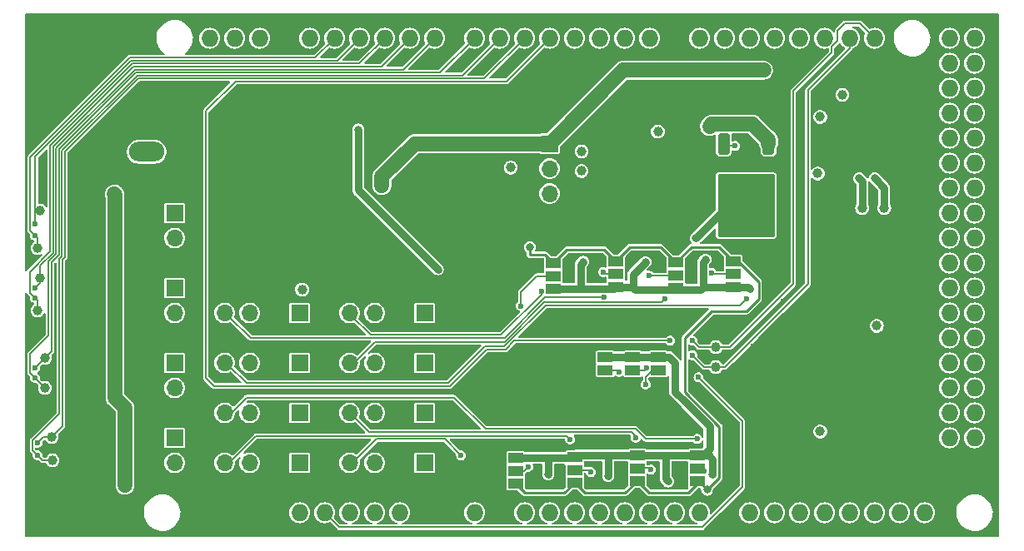
<source format=gbr>
%TF.GenerationSoftware,KiCad,Pcbnew,7.0.2*%
%TF.CreationDate,2023-07-18T21:54:39+02:00*%
%TF.ProjectId,RocciShield,526f6363-6953-4686-9965-6c642e6b6963,rev?*%
%TF.SameCoordinates,Original*%
%TF.FileFunction,Copper,L2,Bot*%
%TF.FilePolarity,Positive*%
%FSLAX46Y46*%
G04 Gerber Fmt 4.6, Leading zero omitted, Abs format (unit mm)*
G04 Created by KiCad (PCBNEW 7.0.2) date 2023-07-18 21:54:39*
%MOMM*%
%LPD*%
G01*
G04 APERTURE LIST*
G04 Aperture macros list*
%AMRoundRect*
0 Rectangle with rounded corners*
0 $1 Rounding radius*
0 $2 $3 $4 $5 $6 $7 $8 $9 X,Y pos of 4 corners*
0 Add a 4 corners polygon primitive as box body*
4,1,4,$2,$3,$4,$5,$6,$7,$8,$9,$2,$3,0*
0 Add four circle primitives for the rounded corners*
1,1,$1+$1,$2,$3*
1,1,$1+$1,$4,$5*
1,1,$1+$1,$6,$7*
1,1,$1+$1,$8,$9*
0 Add four rect primitives between the rounded corners*
20,1,$1+$1,$2,$3,$4,$5,0*
20,1,$1+$1,$4,$5,$6,$7,0*
20,1,$1+$1,$6,$7,$8,$9,0*
20,1,$1+$1,$8,$9,$2,$3,0*%
G04 Aperture macros list end*
%TA.AperFunction,ComponentPad*%
%ADD10O,1.700000X1.700000*%
%TD*%
%TA.AperFunction,ComponentPad*%
%ADD11R,1.700000X1.700000*%
%TD*%
%TA.AperFunction,ComponentPad*%
%ADD12RoundRect,0.250000X-1.550000X0.750000X-1.550000X-0.750000X1.550000X-0.750000X1.550000X0.750000X0*%
%TD*%
%TA.AperFunction,ComponentPad*%
%ADD13O,3.600000X2.000000*%
%TD*%
%TA.AperFunction,ComponentPad*%
%ADD14C,0.630000*%
%TD*%
%TA.AperFunction,SMDPad,CuDef*%
%ADD15R,2.600000X3.300000*%
%TD*%
%TA.AperFunction,ComponentPad*%
%ADD16O,1.727200X1.727200*%
%TD*%
%TA.AperFunction,ComponentPad*%
%ADD17R,1.727200X1.727200*%
%TD*%
%TA.AperFunction,ComponentPad*%
%ADD18C,0.600000*%
%TD*%
%TA.AperFunction,SMDPad,CuDef*%
%ADD19R,4.900000X2.950000*%
%TD*%
%TA.AperFunction,SMDPad,CuDef*%
%ADD20R,1.500000X1.000000*%
%TD*%
%TA.AperFunction,SMDPad,CuDef*%
%ADD21C,1.000000*%
%TD*%
%TA.AperFunction,SMDPad,CuDef*%
%ADD22RoundRect,0.250000X-0.350000X0.850000X-0.350000X-0.850000X0.350000X-0.850000X0.350000X0.850000X0*%
%TD*%
%TA.AperFunction,SMDPad,CuDef*%
%ADD23RoundRect,0.250000X-1.125000X1.275000X-1.125000X-1.275000X1.125000X-1.275000X1.125000X1.275000X0*%
%TD*%
%TA.AperFunction,SMDPad,CuDef*%
%ADD24RoundRect,0.249997X-2.650003X2.950003X-2.650003X-2.950003X2.650003X-2.950003X2.650003X2.950003X0*%
%TD*%
%TA.AperFunction,ViaPad*%
%ADD25C,0.600000*%
%TD*%
%TA.AperFunction,ViaPad*%
%ADD26C,0.800000*%
%TD*%
%TA.AperFunction,Conductor*%
%ADD27C,0.150000*%
%TD*%
%TA.AperFunction,Conductor*%
%ADD28C,0.800000*%
%TD*%
%TA.AperFunction,Conductor*%
%ADD29C,1.500000*%
%TD*%
%TA.AperFunction,Conductor*%
%ADD30C,0.250000*%
%TD*%
G04 APERTURE END LIST*
D10*
%TO.P,J10,2,Pin_2*%
%TO.N,/PM3_1*%
X135128000Y-100594000D03*
D11*
%TO.P,J10,1,Pin_1*%
%TO.N,/PM3_2*%
X135128000Y-98054000D03*
%TD*%
%TO.P,J13,1,Pin_1*%
%TO.N,/PM2_2*%
X135128000Y-105674000D03*
D10*
%TO.P,J13,2,Pin_2*%
%TO.N,/PM2_1*%
X135128000Y-108214000D03*
%TD*%
D11*
%TO.P,J3,1,Pin_1*%
%TO.N,Net-(J3-Pin_1)*%
X160528000Y-113294000D03*
D10*
%TO.P,J3,2,Pin_2*%
%TO.N,GND*%
X157988000Y-113294000D03*
%TO.P,J3,3,Pin_3*%
%TO.N,Net-(J3-Pin_3)*%
X155448000Y-113294000D03*
%TO.P,J3,4,Pin_4*%
%TO.N,Net-(J3-Pin_4)*%
X152908000Y-113294000D03*
%TD*%
D12*
%TO.P,J1,1,Pin_1*%
%TO.N,GND*%
X132278000Y-86824000D03*
D13*
%TO.P,J1,2,Pin_2*%
%TO.N,/12V_input*%
X132278000Y-91824000D03*
%TD*%
D11*
%TO.P,J8,1,Pin_1*%
%TO.N,/PM1_2*%
X135128000Y-113294000D03*
D10*
%TO.P,J8,2,Pin_2*%
%TO.N,/PM1_1*%
X135128000Y-115834000D03*
%TD*%
D11*
%TO.P,J4,1,Pin_1*%
%TO.N,Net-(J4-Pin_1)*%
X147828000Y-108214000D03*
D10*
%TO.P,J4,2,Pin_2*%
%TO.N,GND*%
X145288000Y-108214000D03*
%TO.P,J4,3,Pin_3*%
%TO.N,Net-(J4-Pin_3)*%
X142748000Y-108214000D03*
%TO.P,J4,4,Pin_4*%
%TO.N,Net-(J4-Pin_4)*%
X140208000Y-108214000D03*
%TD*%
D11*
%TO.P,J14,1,Pin_1*%
%TO.N,Net-(J14-Pin_1)*%
X147828000Y-118374000D03*
D10*
%TO.P,J14,2,Pin_2*%
%TO.N,GND*%
X145288000Y-118374000D03*
%TO.P,J14,3,Pin_3*%
%TO.N,Net-(J14-Pin_3)*%
X142748000Y-118374000D03*
%TO.P,J14,4,Pin_4*%
%TO.N,Net-(J14-Pin_4)*%
X140208000Y-118374000D03*
%TD*%
D11*
%TO.P,J2,1,Pin_1*%
%TO.N,Net-(J2-Pin_1)*%
X147828000Y-113294000D03*
D10*
%TO.P,J2,2,Pin_2*%
%TO.N,GND*%
X145288000Y-113294000D03*
%TO.P,J2,3,Pin_3*%
%TO.N,Net-(J2-Pin_3)*%
X142748000Y-113294000D03*
%TO.P,J2,4,Pin_4*%
%TO.N,Net-(J2-Pin_4)*%
X140208000Y-113294000D03*
%TD*%
D14*
%TO.P,U9,9,GND*%
%TO.N,GND*%
X126106000Y-107421500D03*
X126106000Y-106121500D03*
X126106000Y-104821500D03*
D15*
X125456000Y-106121500D03*
D14*
X124806000Y-107421500D03*
X124806000Y-106121500D03*
X124806000Y-104821500D03*
%TD*%
%TO.P,U7,9,GND*%
%TO.N,GND*%
X124754000Y-113006500D03*
X124754000Y-114306500D03*
X124754000Y-115606500D03*
D15*
X125404000Y-114306500D03*
D14*
X126054000Y-113006500D03*
X126054000Y-114306500D03*
X126054000Y-115606500D03*
%TD*%
D11*
%TO.P,J5,1,Pin_1*%
%TO.N,Net-(J5-Pin_1)*%
X160528000Y-108214000D03*
D10*
%TO.P,J5,2,Pin_2*%
%TO.N,GND*%
X157988000Y-108214000D03*
%TO.P,J5,3,Pin_3*%
%TO.N,Net-(J5-Pin_3)*%
X155448000Y-108214000D03*
%TO.P,J5,4,Pin_4*%
%TO.N,Net-(J5-Pin_4)*%
X152908000Y-108214000D03*
%TD*%
D11*
%TO.P,J12,1,Pin_1*%
%TO.N,+12VA*%
X173228000Y-90984000D03*
D10*
%TO.P,J12,2,Pin_2*%
%TO.N,Net-(J12-Pin_2)*%
X173228000Y-93524000D03*
%TO.P,J12,3,Pin_3*%
%TO.N,Net-(J12-Pin_3)*%
X173228000Y-96064000D03*
%TO.P,J12,4,Pin_4*%
%TO.N,GND*%
X173228000Y-98604000D03*
%TD*%
D11*
%TO.P,J11,1,Pin_1*%
%TO.N,Net-(J11-Pin_1)*%
X160528000Y-118374000D03*
D10*
%TO.P,J11,2,Pin_2*%
%TO.N,GND*%
X157988000Y-118374000D03*
%TO.P,J11,3,Pin_3*%
%TO.N,Net-(J11-Pin_3)*%
X155448000Y-118374000D03*
%TO.P,J11,4,Pin_4*%
%TO.N,Net-(J11-Pin_4)*%
X152908000Y-118374000D03*
%TD*%
%TO.P,J6,2,Pin_2*%
%TO.N,/PM0_1*%
X135128000Y-123454000D03*
D11*
%TO.P,J6,1,Pin_1*%
%TO.N,/PM0_2*%
X135128000Y-120914000D03*
%TD*%
D14*
%TO.P,U8,9,GND*%
%TO.N,GND*%
X124929000Y-98504500D03*
X124929000Y-99804500D03*
X124929000Y-101104500D03*
D15*
X125579000Y-99804500D03*
D14*
X126229000Y-98504500D03*
X126229000Y-99804500D03*
X126229000Y-101104500D03*
%TD*%
D10*
%TO.P,J7,4,Pin_4*%
%TO.N,Net-(J7-Pin_4)*%
X152908000Y-123454000D03*
%TO.P,J7,3,Pin_3*%
%TO.N,Net-(J7-Pin_3)*%
X155448000Y-123454000D03*
%TO.P,J7,2,Pin_2*%
%TO.N,GND*%
X157988000Y-123454000D03*
D11*
%TO.P,J7,1,Pin_1*%
%TO.N,Net-(J7-Pin_1)*%
X160528000Y-123454000D03*
%TD*%
D16*
%TO.P,XA1,*%
%TO.N,*%
X147828000Y-128524000D03*
%TO.P,XA1,3V3,3.3V*%
%TO.N,unconnected-(XA1-3.3V-Pad3V3)*%
X155448000Y-128524000D03*
%TO.P,XA1,5V1,5V*%
%TO.N,unconnected-(XA1-5V-Pad5V1)*%
X157988000Y-128524000D03*
%TO.P,XA1,5V3,5V*%
%TO.N,unconnected-(XA1-5V-Pad5V3)*%
X213868000Y-80264000D03*
%TO.P,XA1,5V4,5V*%
%TO.N,unconnected-(XA1-5V-Pad5V4)*%
X216408000Y-80264000D03*
%TO.P,XA1,A0,A0*%
%TO.N,ADC_BAT*%
X170688000Y-128524000D03*
%TO.P,XA1,A1,A1*%
%TO.N,unconnected-(XA1-PadA1)*%
X173228000Y-128524000D03*
%TO.P,XA1,A2,A2*%
%TO.N,unconnected-(XA1-PadA2)*%
X175768000Y-128524000D03*
%TO.P,XA1,A3,A3*%
%TO.N,unconnected-(XA1-PadA3)*%
X178308000Y-128524000D03*
%TO.P,XA1,A4,A4*%
%TO.N,unconnected-(XA1-PadA4)*%
X180848000Y-128524000D03*
%TO.P,XA1,A5,A5*%
%TO.N,unconnected-(XA1-PadA5)*%
X183388000Y-128524000D03*
%TO.P,XA1,A6,A6*%
%TO.N,unconnected-(XA1-PadA6)*%
X185928000Y-128524000D03*
%TO.P,XA1,A7,A7*%
%TO.N,unconnected-(XA1-PadA7)*%
X188468000Y-128524000D03*
%TO.P,XA1,A8,A8*%
%TO.N,unconnected-(XA1-PadA8)*%
X193548000Y-128524000D03*
%TO.P,XA1,A9,A9*%
%TO.N,unconnected-(XA1-PadA9)*%
X196088000Y-128524000D03*
%TO.P,XA1,A10,A10*%
%TO.N,unconnected-(XA1-PadA10)*%
X198628000Y-128524000D03*
%TO.P,XA1,A11,A11*%
%TO.N,unconnected-(XA1-PadA11)*%
X201168000Y-128524000D03*
%TO.P,XA1,A12,A12*%
%TO.N,unconnected-(XA1-PadA12)*%
X203708000Y-128524000D03*
%TO.P,XA1,A13,A13*%
%TO.N,unconnected-(XA1-PadA13)*%
X206248000Y-128524000D03*
%TO.P,XA1,A14,A14*%
%TO.N,unconnected-(XA1-PadA14)*%
X208788000Y-128524000D03*
%TO.P,XA1,A15,A15*%
%TO.N,unconnected-(XA1-PadA15)*%
X211328000Y-128524000D03*
%TO.P,XA1,AREF,AREF*%
%TO.N,unconnected-(XA1-PadAREF)*%
X143764000Y-80264000D03*
%TO.P,XA1,D0,D0/RX0*%
%TO.N,unconnected-(XA1-D0{slash}RX0-PadD0)*%
X183388000Y-80264000D03*
%TO.P,XA1,D1,D1/TX0*%
%TO.N,unconnected-(XA1-D1{slash}TX0-PadD1)*%
X180848000Y-80264000D03*
%TO.P,XA1,D2,D2_INT0*%
%TO.N,unconnected-(XA1-D2_INT0-PadD2)*%
X178308000Y-80264000D03*
%TO.P,XA1,D3,D3_INT1*%
%TO.N,unconnected-(XA1-D3_INT1-PadD3)*%
X175768000Y-80264000D03*
%TO.P,XA1,D4,D4*%
%TO.N,I2C_RESET*%
X173228000Y-80264000D03*
%TO.P,XA1,D5,D5*%
%TO.N,M0_IN2*%
X170688000Y-80264000D03*
%TO.P,XA1,D6,D6*%
%TO.N,M0_IN1*%
X168148000Y-80264000D03*
%TO.P,XA1,D7,D7*%
%TO.N,M1_IN2*%
X165608000Y-80264000D03*
%TO.P,XA1,D8,D8*%
%TO.N,M1_IN1*%
X161544000Y-80264000D03*
%TO.P,XA1,D9,D9*%
%TO.N,M2_IN2*%
X159004000Y-80264000D03*
%TO.P,XA1,D10,D10*%
%TO.N,M2_IN1*%
X156464000Y-80264000D03*
%TO.P,XA1,D11,D11*%
%TO.N,M3_IN2*%
X153924000Y-80264000D03*
%TO.P,XA1,D12,D12*%
%TO.N,M3_IN1*%
X151384000Y-80264000D03*
%TO.P,XA1,D13,D13*%
%TO.N,ERROR_LED*%
X148844000Y-80264000D03*
%TO.P,XA1,D14,D14/TX3*%
%TO.N,unconnected-(XA1-D14{slash}TX3-PadD14)*%
X188468000Y-80264000D03*
%TO.P,XA1,D15,D15/RX3*%
%TO.N,unconnected-(XA1-D15{slash}RX3-PadD15)*%
X191008000Y-80264000D03*
%TO.P,XA1,D16,D16/TX2*%
%TO.N,unconnected-(XA1-D16{slash}TX2-PadD16)*%
X193548000Y-80264000D03*
%TO.P,XA1,D17,D17/RX2*%
%TO.N,unconnected-(XA1-D17{slash}RX2-PadD17)*%
X196088000Y-80264000D03*
%TO.P,XA1,D18,D18/TX1*%
%TO.N,unconnected-(XA1-D18{slash}TX1-PadD18)*%
X198628000Y-80264000D03*
%TO.P,XA1,D19,D19/RX1*%
%TO.N,unconnected-(XA1-D19{slash}RX1-PadD19)*%
X201168000Y-80264000D03*
%TO.P,XA1,D20,D20/SDA*%
%TO.N,I2C_SDA*%
X203708000Y-80264000D03*
%TO.P,XA1,D21,D21/SCL*%
%TO.N,I2C_SCL*%
X206248000Y-80264000D03*
%TO.P,XA1,D22,D22*%
%TO.N,unconnected-(XA1-PadD22)*%
X213868000Y-82804000D03*
%TO.P,XA1,D23,D23*%
%TO.N,unconnected-(XA1-PadD23)*%
X216408000Y-82804000D03*
%TO.P,XA1,D24,D24*%
%TO.N,unconnected-(XA1-PadD24)*%
X213868000Y-85344000D03*
%TO.P,XA1,D25,D25*%
%TO.N,unconnected-(XA1-PadD25)*%
X216408000Y-85344000D03*
%TO.P,XA1,D26,D26*%
%TO.N,unconnected-(XA1-PadD26)*%
X213868000Y-87884000D03*
%TO.P,XA1,D27,D27*%
%TO.N,unconnected-(XA1-PadD27)*%
X216408000Y-87884000D03*
%TO.P,XA1,D28,D28*%
%TO.N,unconnected-(XA1-PadD28)*%
X213868000Y-90424000D03*
%TO.P,XA1,D29,D29*%
%TO.N,unconnected-(XA1-PadD29)*%
X216408000Y-90424000D03*
%TO.P,XA1,D30,D30*%
%TO.N,unconnected-(XA1-PadD30)*%
X213868000Y-92964000D03*
%TO.P,XA1,D31,D31*%
%TO.N,unconnected-(XA1-PadD31)*%
X216408000Y-92964000D03*
%TO.P,XA1,D32,D32*%
%TO.N,unconnected-(XA1-PadD32)*%
X213868000Y-95504000D03*
%TO.P,XA1,D33,D33*%
%TO.N,unconnected-(XA1-PadD33)*%
X216408000Y-95504000D03*
%TO.P,XA1,D34,D34*%
%TO.N,unconnected-(XA1-PadD34)*%
X213868000Y-98044000D03*
%TO.P,XA1,D35,D35*%
%TO.N,unconnected-(XA1-PadD35)*%
X216408000Y-98044000D03*
%TO.P,XA1,D36,D36*%
%TO.N,unconnected-(XA1-PadD36)*%
X213868000Y-100584000D03*
%TO.P,XA1,D37,D37*%
%TO.N,unconnected-(XA1-PadD37)*%
X216408000Y-100584000D03*
%TO.P,XA1,D38,D38*%
%TO.N,unconnected-(XA1-PadD38)*%
X213868000Y-103124000D03*
%TO.P,XA1,D39,D39*%
%TO.N,unconnected-(XA1-PadD39)*%
X216408000Y-103124000D03*
%TO.P,XA1,D40,D40*%
%TO.N,unconnected-(XA1-PadD40)*%
X213868000Y-105664000D03*
%TO.P,XA1,D41,D41*%
%TO.N,unconnected-(XA1-PadD41)*%
X216408000Y-105664000D03*
%TO.P,XA1,D42,D42*%
%TO.N,unconnected-(XA1-PadD42)*%
X213868000Y-108204000D03*
%TO.P,XA1,D43,D43*%
%TO.N,unconnected-(XA1-PadD43)*%
X216408000Y-108204000D03*
%TO.P,XA1,D44,D44*%
%TO.N,unconnected-(XA1-PadD44)*%
X213868000Y-110744000D03*
%TO.P,XA1,D45,D45*%
%TO.N,unconnected-(XA1-PadD45)*%
X216408000Y-110744000D03*
%TO.P,XA1,D46,D46*%
%TO.N,unconnected-(XA1-PadD46)*%
X213868000Y-113284000D03*
%TO.P,XA1,D47,D47*%
%TO.N,unconnected-(XA1-PadD47)*%
X216408000Y-113284000D03*
%TO.P,XA1,D48,D48*%
%TO.N,unconnected-(XA1-PadD48)*%
X213868000Y-115824000D03*
%TO.P,XA1,D49,D49*%
%TO.N,unconnected-(XA1-PadD49)*%
X216408000Y-115824000D03*
%TO.P,XA1,D50,D50_MISO*%
%TO.N,unconnected-(XA1-D50_MISO-PadD50)*%
X213868000Y-118364000D03*
%TO.P,XA1,D51,D51_MOSI*%
%TO.N,unconnected-(XA1-D51_MOSI-PadD51)*%
X216408000Y-118364000D03*
%TO.P,XA1,D52,D52_SCK*%
%TO.N,unconnected-(XA1-D52_SCK-PadD52)*%
X213868000Y-120904000D03*
%TO.P,XA1,D53,D53_CS*%
%TO.N,unconnected-(XA1-D53_CS-PadD53)*%
X216408000Y-120904000D03*
D17*
%TO.P,XA1,GND1,GND*%
%TO.N,GND*%
X146304000Y-80264000D03*
%TO.P,XA1,GND2,GND*%
X160528000Y-128524000D03*
%TO.P,XA1,GND3,GND*%
X163068000Y-128524000D03*
%TO.P,XA1,GND5,GND*%
X213868000Y-123444000D03*
%TO.P,XA1,GND6,GND*%
X216408000Y-123444000D03*
D16*
%TO.P,XA1,IORF,IOREF*%
%TO.N,IOREF*%
X150368000Y-128524000D03*
%TO.P,XA1,RST1,RESET*%
%TO.N,unconnected-(XA1-RESET-PadRST1)*%
X152908000Y-128524000D03*
%TO.P,XA1,SCL,SCL*%
%TO.N,unconnected-(XA1-PadSCL)*%
X138684000Y-80264000D03*
%TO.P,XA1,SDA,SDA*%
%TO.N,unconnected-(XA1-PadSDA)*%
X141224000Y-80264000D03*
%TO.P,XA1,VIN,VIN*%
%TO.N,+8V*%
X165608000Y-128524000D03*
%TD*%
D18*
%TO.P,U1,9,AGND*%
%TO.N,GND*%
X205678000Y-89874000D03*
X204378000Y-89874000D03*
X203078000Y-89874000D03*
X201778000Y-89874000D03*
D19*
X203728000Y-90524000D03*
D18*
X205678000Y-91174000D03*
X204378000Y-91174000D03*
X203078000Y-91174000D03*
X201778000Y-91174000D03*
%TD*%
D11*
%TO.P,J9,1,Pin_1*%
%TO.N,Net-(J9-Pin_1)*%
X147828000Y-123454000D03*
D10*
%TO.P,J9,2,Pin_2*%
%TO.N,GND*%
X145288000Y-123454000D03*
%TO.P,J9,3,Pin_3*%
%TO.N,Net-(J9-Pin_3)*%
X142748000Y-123454000D03*
%TO.P,J9,4,Pin_4*%
%TO.N,Net-(J9-Pin_4)*%
X140208000Y-123454000D03*
%TD*%
D14*
%TO.P,U6,9,GND*%
%TO.N,GND*%
X124898000Y-120824000D03*
X124898000Y-122124000D03*
X124898000Y-123424000D03*
D15*
X125548000Y-122124000D03*
D14*
X126198000Y-120824000D03*
X126198000Y-122124000D03*
X126198000Y-123424000D03*
%TD*%
D20*
%TO.P,JP10,1,A*%
%TO.N,+3V3*%
X182132000Y-125324000D03*
%TO.P,JP10,2,C*%
%TO.N,Net-(JP10-C)*%
X182132000Y-124024000D03*
%TO.P,JP10,3,B*%
%TO.N,+5V*%
X182132000Y-122724000D03*
%TD*%
D21*
%TO.P,TP10,1,1*%
%TO.N,Net-(U4-OUTA)*%
X176478000Y-93774000D03*
%TD*%
%TO.P,TP8,1,1*%
%TO.N,I2C_SCL*%
X190118500Y-111693500D03*
%TD*%
%TO.P,TP5,1,1*%
%TO.N,/FB*%
X200478000Y-94024000D03*
%TD*%
%TO.P,TP20,1,1*%
%TO.N,M3_IN2*%
X121452000Y-97804000D03*
%TD*%
D20*
%TO.P,JP7,1,A*%
%TO.N,GND*%
X178878000Y-115324000D03*
%TO.P,JP7,2,C*%
%TO.N,/A0*%
X178878000Y-114024000D03*
%TO.P,JP7,3,B*%
%TO.N,+5V*%
X178878000Y-112724000D03*
%TD*%
D21*
%TO.P,TP21,1,1*%
%TO.N,M2_IN1*%
X121198000Y-107964000D03*
%TD*%
%TO.P,TP11,1,1*%
%TO.N,+3V3*%
X200728000Y-120274000D03*
%TD*%
%TO.P,TP4,1,1*%
%TO.N,Net-(U1-VCC)*%
X200728000Y-88274000D03*
%TD*%
D20*
%TO.P,JP8,1,A*%
%TO.N,+3V3*%
X169798500Y-125570500D03*
%TO.P,JP8,2,C*%
%TO.N,Net-(JP8-C)*%
X169798500Y-124270500D03*
%TO.P,JP8,3,B*%
%TO.N,+5V*%
X169798500Y-122970500D03*
%TD*%
D21*
%TO.P,TP1,1,1*%
%TO.N,/Boot*%
X204978000Y-97524000D03*
%TD*%
%TO.P,TP12,1,1*%
%TO.N,+8V*%
X148078000Y-105824000D03*
%TD*%
%TO.P,TP6,1,1*%
%TO.N,/PG*%
X202978000Y-86024000D03*
%TD*%
D20*
%TO.P,JP11,1,A*%
%TO.N,+3V3*%
X188228000Y-125324000D03*
%TO.P,JP11,2,C*%
%TO.N,Net-(JP11-C)*%
X188228000Y-124024000D03*
%TO.P,JP11,3,B*%
%TO.N,+5V*%
X188228000Y-122724000D03*
%TD*%
%TO.P,JP6,1,A*%
%TO.N,GND*%
X181678000Y-115324000D03*
%TO.P,JP6,2,C*%
%TO.N,/A1*%
X181678000Y-114024000D03*
%TO.P,JP6,3,B*%
%TO.N,+5V*%
X181678000Y-112724000D03*
%TD*%
D21*
%TO.P,TP15,1,1*%
%TO.N,M0_IN1*%
X122722000Y-123204000D03*
%TD*%
%TO.P,TP9,1,1*%
%TO.N,I2C_SDA*%
X190118500Y-113725500D03*
%TD*%
%TO.P,TP3,1,1*%
%TO.N,+5V*%
X206478000Y-109524000D03*
%TD*%
%TO.P,TP17,1,1*%
%TO.N,M1_IN1*%
X121960000Y-115838000D03*
%TD*%
%TO.P,TP14,1,1*%
%TO.N,Net-(U4-INB-)*%
X184228000Y-89774000D03*
%TD*%
%TO.P,TP7,1,1*%
%TO.N,+12V*%
X169278000Y-93424000D03*
%TD*%
D20*
%TO.P,JP3,1,A*%
%TO.N,+3V3*%
X179958500Y-102949000D03*
%TO.P,JP3,2,C*%
%TO.N,Net-(JP3-C)*%
X179958500Y-104249000D03*
%TO.P,JP3,3,B*%
%TO.N,+5V*%
X179958500Y-105549000D03*
%TD*%
%TO.P,JP1,1,A*%
%TO.N,+3V3*%
X191896500Y-102974000D03*
%TO.P,JP1,2,C*%
%TO.N,Net-(JP1-C)*%
X191896500Y-104274000D03*
%TO.P,JP1,3,B*%
%TO.N,+5V*%
X191896500Y-105574000D03*
%TD*%
D21*
%TO.P,TP19,1,1*%
%TO.N,M3_IN1*%
X121198000Y-101614000D03*
%TD*%
D20*
%TO.P,JP5,1,A*%
%TO.N,GND*%
X184278000Y-115324000D03*
%TO.P,JP5,2,C*%
%TO.N,/A2*%
X184278000Y-114024000D03*
%TO.P,JP5,3,B*%
%TO.N,+5V*%
X184278000Y-112724000D03*
%TD*%
D21*
%TO.P,TP18,1,1*%
%TO.N,M1_IN2*%
X121960000Y-112790000D03*
%TD*%
%TO.P,TP2,1,1*%
%TO.N,/SW*%
X207228000Y-97524000D03*
%TD*%
%TO.P,TP16,1,1*%
%TO.N,M0_IN2*%
X122618000Y-120824000D03*
%TD*%
%TO.P,TP22,1,1*%
%TO.N,M2_IN2*%
X121452000Y-104662000D03*
%TD*%
D22*
%TO.P,U10,1,ADJ*%
%TO.N,Net-(U10-ADJ)*%
X190923000Y-90999000D03*
D23*
%TO.P,U10,2,VO*%
%TO.N,+5V*%
X194728000Y-95624000D03*
X191678000Y-95624000D03*
D24*
X193203000Y-97299000D03*
D23*
X194728000Y-98974000D03*
X191678000Y-98974000D03*
D22*
%TO.P,U10,3,VI*%
%TO.N,+12VA*%
X195483000Y-90999000D03*
%TD*%
D20*
%TO.P,JP2,1,A*%
%TO.N,+3V3*%
X186054500Y-103090500D03*
%TO.P,JP2,2,C*%
%TO.N,Net-(JP2-C)*%
X186054500Y-104390500D03*
%TO.P,JP2,3,B*%
%TO.N,+5V*%
X186054500Y-105690500D03*
%TD*%
%TO.P,JP4,1,A*%
%TO.N,+3V3*%
X173608500Y-103158500D03*
%TO.P,JP4,2,C*%
%TO.N,Net-(JP4-C)*%
X173608500Y-104458500D03*
%TO.P,JP4,3,B*%
%TO.N,+5V*%
X173608500Y-105758500D03*
%TD*%
D21*
%TO.P,TP13,1,1*%
%TO.N,Net-(U4-OUTB)*%
X176478000Y-91774000D03*
%TD*%
D20*
%TO.P,JP9,1,A*%
%TO.N,+3V3*%
X175782000Y-125473500D03*
%TO.P,JP9,2,C*%
%TO.N,Net-(JP9-C)*%
X175782000Y-124173500D03*
%TO.P,JP9,3,B*%
%TO.N,+5V*%
X175782000Y-122873500D03*
%TD*%
D25*
%TO.N,GND*%
X121666000Y-92974000D03*
X143891000Y-102168800D03*
X143891000Y-100746400D03*
X143840200Y-99527200D03*
X140284200Y-102118000D03*
X140233400Y-100797200D03*
X140309600Y-99705000D03*
X171475400Y-104073800D03*
D26*
%TO.N,+12V*%
X130088000Y-125744000D03*
X130088000Y-117870000D03*
X129072000Y-108980000D03*
X128999076Y-96098924D03*
X129072000Y-102884000D03*
X169278000Y-93424000D03*
D25*
%TO.N,GND*%
X200078000Y-91424000D03*
X201478000Y-84774000D03*
X193878000Y-113824000D03*
X189278000Y-82224000D03*
X206478000Y-105824000D03*
X198678000Y-90024000D03*
X201078000Y-97424000D03*
X211678000Y-94424000D03*
X209478000Y-87024000D03*
X187552500Y-114774000D03*
X205278000Y-84224000D03*
X198878000Y-82024000D03*
X206478000Y-100224000D03*
X167478000Y-114274000D03*
X200078000Y-92624000D03*
X179678000Y-94224000D03*
X195978000Y-106274000D03*
X141228000Y-120774000D03*
X169728000Y-112524000D03*
X211478000Y-103824000D03*
X201078000Y-101824000D03*
X157728000Y-105774000D03*
X163478000Y-111848001D03*
X210678000Y-88224000D03*
X197728000Y-108274000D03*
X198728000Y-85774000D03*
X192478000Y-81624000D03*
X157228000Y-121774000D03*
X195278000Y-82224000D03*
X211478000Y-98224000D03*
X198678000Y-88624000D03*
X197878000Y-82024000D03*
X184478000Y-103774000D03*
X146978000Y-121774000D03*
X191278000Y-82224000D03*
X156478000Y-111848001D03*
X180478000Y-124524000D03*
X158978000Y-111848001D03*
X201078000Y-103224000D03*
X206478000Y-101624000D03*
X172078000Y-109824000D03*
X196679966Y-91076929D03*
X154228000Y-124774000D03*
X201078000Y-104624000D03*
X197478000Y-113224000D03*
X196978000Y-107024000D03*
X211678000Y-91224000D03*
X191228000Y-110774000D03*
X200728000Y-82148500D03*
X208878000Y-92624000D03*
X178728000Y-102774000D03*
X174228000Y-124524000D03*
X201078000Y-98624000D03*
X150228000Y-124774000D03*
X193478000Y-82224000D03*
X185678000Y-111824000D03*
X187552500Y-115524000D03*
X152978000Y-111548500D03*
X184478000Y-94224000D03*
X206478000Y-104024000D03*
X173878000Y-109824000D03*
X144478000Y-119774000D03*
X199878000Y-81624000D03*
X191278000Y-86224000D03*
X153478000Y-105774000D03*
X159878000Y-125756500D03*
X204228000Y-82148500D03*
X145978000Y-106024000D03*
X196478000Y-85624000D03*
X211678000Y-96224000D03*
X161228000Y-121774000D03*
X197478000Y-112024000D03*
X182278000Y-126424000D03*
X196478000Y-92424000D03*
X194678000Y-81624000D03*
X186728000Y-124274000D03*
X202426302Y-81548500D03*
X144228000Y-124774000D03*
X192478000Y-86224000D03*
X147574000Y-111532500D03*
X193878000Y-112624000D03*
X206678000Y-84224000D03*
X204278000Y-83224000D03*
X193078000Y-92424000D03*
X173728000Y-112274000D03*
X201078000Y-100224000D03*
X145161000Y-111532500D03*
X197478000Y-85024000D03*
X193511751Y-90554101D03*
X205478000Y-83224000D03*
X176361128Y-110132628D03*
X197478000Y-111024000D03*
X159878000Y-95024000D03*
X161228000Y-111848001D03*
X201078000Y-105824000D03*
X189478000Y-112774000D03*
X175878000Y-126499500D03*
X207078000Y-89024000D03*
X187478000Y-103524000D03*
X150728000Y-118774000D03*
X178478000Y-94224000D03*
X143228000Y-106274000D03*
X152078000Y-105824000D03*
X208878000Y-94224000D03*
X193878000Y-111624000D03*
X187478000Y-94224000D03*
X173478000Y-115774000D03*
X180878000Y-94224000D03*
X198678000Y-87224000D03*
X156728000Y-107274000D03*
X190278000Y-81624000D03*
X190478000Y-112774000D03*
X211478000Y-102024000D03*
X200078000Y-90424000D03*
X156878000Y-114799999D03*
X144478000Y-114799999D03*
X201078000Y-96024000D03*
X211478000Y-100224000D03*
X152978000Y-121774000D03*
X169228000Y-116274000D03*
X160978000Y-105274000D03*
X193078000Y-91224000D03*
X141228000Y-111524000D03*
X194228000Y-108024000D03*
X163728000Y-119524000D03*
X196478000Y-89824000D03*
X159228000Y-107274000D03*
X140878000Y-116424000D03*
X211478000Y-105824000D03*
X208478000Y-89624000D03*
X182278000Y-94224000D03*
X185878000Y-94224000D03*
X208878000Y-91024000D03*
X189078000Y-110824000D03*
D26*
%TO.N,/SW*%
X206253000Y-94524000D03*
%TO.N,/Boot*%
X204703000Y-94524000D03*
%TO.N,+5V*%
X153797000Y-89545000D03*
X188086500Y-100624000D03*
X185275500Y-125349500D03*
X179179500Y-124824000D03*
X161878000Y-103774000D03*
X189804000Y-124664806D03*
X187034056Y-117283944D03*
X182989500Y-103023500D03*
X173100500Y-124647500D03*
X206478000Y-109524000D03*
X189085500Y-102769500D03*
X176639500Y-103008000D03*
X193604000Y-105774000D03*
%TO.N,/FB*%
X200478000Y-94024000D03*
D25*
%TO.N,Net-(U1-VCC)*%
X200728000Y-88274000D03*
D26*
%TO.N,+3V3*%
X200728000Y-120274000D03*
X189228000Y-126199500D03*
X171228000Y-101524000D03*
%TO.N,+8V*%
X148078000Y-105824000D03*
D25*
%TO.N,Net-(JP1-C)*%
X189699289Y-104136087D03*
%TO.N,Net-(J2-Pin_4)*%
X193228000Y-106774000D03*
%TO.N,Net-(JP2-C)*%
X183336188Y-104403188D03*
%TO.N,Net-(J3-Pin_4)*%
X184978000Y-106774000D03*
%TO.N,Net-(JP3-C)*%
X178671500Y-104056500D03*
%TO.N,Net-(J4-Pin_4)*%
X178728000Y-106625365D03*
%TO.N,Net-(JP4-C)*%
X170309664Y-107500000D03*
%TO.N,Net-(J5-Pin_4)*%
X172408998Y-106024000D03*
%TO.N,Net-(JP8-C)*%
X171051500Y-123868500D03*
%TO.N,Net-(J7-Pin_4)*%
X164228000Y-122699500D03*
%TO.N,Net-(JP9-C)*%
X177418500Y-124393500D03*
%TO.N,Net-(J9-Pin_4)*%
X175301236Y-121071801D03*
%TO.N,Net-(JP10-C)*%
X183514500Y-124139500D03*
%TO.N,Net-(J11-Pin_4)*%
X181978000Y-120918500D03*
%TO.N,Net-(JP11-C)*%
X188954500Y-124276711D03*
D26*
%TO.N,/PG*%
X202978000Y-86024000D03*
D25*
%TO.N,IOREF*%
X188363364Y-114753261D03*
%TO.N,I2C_SDA*%
X187728000Y-112524000D03*
%TO.N,I2C_SCL*%
X187728000Y-111024000D03*
%TO.N,Net-(U4-INB-)*%
X184228000Y-89774000D03*
%TO.N,Net-(U4-OUTA)*%
X176478000Y-93774000D03*
%TO.N,M1_IN1*%
X120944000Y-114822000D03*
%TO.N,M1_IN2*%
X120944000Y-113806000D03*
%TO.N,M2_IN1*%
X120944000Y-106694000D03*
%TO.N,M2_IN2*%
X120944000Y-105678000D03*
%TO.N,M3_IN1*%
X120944000Y-100344000D03*
%TO.N,M3_IN2*%
X120960500Y-99191359D03*
%TO.N,Net-(U4-OUTB)*%
X176478000Y-91774000D03*
%TO.N,M0_IN1*%
X121198000Y-122696000D03*
%TO.N,I2C_RESET*%
X185478000Y-111024000D03*
%TO.N,Net-(J14-Pin_4)*%
X188228000Y-121024000D03*
D26*
%TO.N,+12VA*%
X194978000Y-83524000D03*
X189478001Y-89248998D03*
X156188000Y-95274000D03*
D25*
%TO.N,M0_IN2*%
X121198000Y-121426000D03*
%TO.N,Net-(U10-ADJ)*%
X192078000Y-91224000D03*
%TO.N,/A2*%
X182989500Y-115486500D03*
%TO.N,/A1*%
X183078000Y-113824000D03*
%TO.N,/A0*%
X180278000Y-114224000D03*
%TD*%
D27*
%TO.N,Net-(J3-Pin_4)*%
X172678577Y-107149865D02*
X168693442Y-111135000D01*
X184602135Y-107149865D02*
X172678577Y-107149865D01*
X168693442Y-111135000D02*
X155497000Y-111135000D01*
X155497000Y-111135000D02*
X153108000Y-113524000D01*
X184978000Y-106774000D02*
X184602135Y-107149865D01*
%TO.N,Net-(J4-Pin_4)*%
X172779519Y-106625365D02*
X178728000Y-106625365D01*
X168650884Y-110754000D02*
X172779519Y-106625365D01*
%TO.N,Net-(J5-Pin_4)*%
X168298208Y-110454499D02*
X155038499Y-110454499D01*
X155038499Y-110454499D02*
X153108000Y-108524000D01*
%TO.N,Net-(J4-Pin_4)*%
X140608000Y-108524000D02*
X142838000Y-110754000D01*
%TO.N,Net-(J5-Pin_4)*%
X172408998Y-106343709D02*
X168298208Y-110454499D01*
%TO.N,Net-(J4-Pin_4)*%
X142838000Y-110754000D02*
X168650884Y-110754000D01*
%TO.N,Net-(J5-Pin_4)*%
X172408998Y-106024000D02*
X172408998Y-106343709D01*
D28*
%TO.N,+5V*%
X161878000Y-103774000D02*
X153797000Y-95693000D01*
X153797000Y-95693000D02*
X153797000Y-89545000D01*
D27*
%TO.N,I2C_RESET*%
X168844889Y-84647111D02*
X173228000Y-80264000D01*
X141299353Y-84647111D02*
X168844889Y-84647111D01*
X138303000Y-87643464D02*
X141299353Y-84647111D01*
X138303000Y-114818000D02*
X138303000Y-87643464D01*
X139109000Y-115624000D02*
X138303000Y-114818000D01*
X168753055Y-111922503D02*
X166829497Y-111922503D01*
X166829497Y-111922503D02*
X163128000Y-115624000D01*
X169651558Y-111024000D02*
X168753055Y-111922503D01*
X163128000Y-115624000D02*
X139109000Y-115624000D01*
X185478000Y-111024000D02*
X169651558Y-111024000D01*
D29*
%TO.N,+12VA*%
X156188000Y-94314000D02*
X156188000Y-95274000D01*
X159518000Y-90984000D02*
X156188000Y-94314000D01*
X173228000Y-90984000D02*
X159518000Y-90984000D01*
D27*
%TO.N,M3_IN2*%
X120960500Y-92281152D02*
X120960500Y-99191359D01*
X130691048Y-82550604D02*
X120960500Y-92281152D01*
X151637396Y-82550604D02*
X130691048Y-82550604D01*
X153924000Y-80264000D02*
X151637396Y-82550604D01*
%TO.N,M0_IN2*%
X123711505Y-102826727D02*
X123711505Y-119730495D01*
X170688000Y-80264000D02*
X166604390Y-84347610D01*
%TO.N,M2_IN1*%
X130815105Y-82850105D02*
X122468000Y-91197210D01*
X156464000Y-80264000D02*
X153877895Y-82850105D01*
%TO.N,M2_IN2*%
X121452000Y-105170000D02*
X120944000Y-105678000D01*
X121452000Y-103392000D02*
X121452000Y-105170000D01*
X122767501Y-91321267D02*
X122767501Y-102076499D01*
%TO.N,M2_IN1*%
X122468000Y-91197210D02*
X122468000Y-101952442D01*
%TO.N,M2_IN2*%
X130939162Y-83149606D02*
X122767501Y-91321267D01*
X156118394Y-83149606D02*
X130939162Y-83149606D01*
X159004000Y-80264000D02*
X156118394Y-83149606D01*
%TO.N,M1_IN1*%
X120419500Y-112382942D02*
X120419500Y-114297500D01*
X122305002Y-110497440D02*
X120419500Y-112382942D01*
X122305002Y-102962556D02*
X122305002Y-110497440D01*
X123067002Y-102200556D02*
X122305002Y-102962556D01*
%TO.N,M0_IN2*%
X131435390Y-84347610D02*
X123965505Y-91817495D01*
%TO.N,M1_IN1*%
X131063219Y-83449107D02*
X123067002Y-91445324D01*
X161544000Y-80264000D02*
X158358893Y-83449107D01*
%TO.N,M1_IN2*%
X122604503Y-112145497D02*
X120944000Y-113806000D01*
X122604503Y-103086613D02*
X122604503Y-112145497D01*
X123366503Y-102324613D02*
X122604503Y-103086613D01*
X162123392Y-83748608D02*
X131187276Y-83748608D01*
%TO.N,M0_IN1*%
X120673500Y-122171500D02*
X121198000Y-122696000D01*
X120673500Y-121208744D02*
X120673500Y-122171500D01*
X123666004Y-102448670D02*
X123412004Y-102702670D01*
X131311333Y-84048109D02*
X123666004Y-91693438D01*
X123666004Y-91693438D02*
X123666004Y-102448670D01*
X123412004Y-118470240D02*
X120673500Y-121208744D01*
%TO.N,M0_IN2*%
X123711505Y-119730495D02*
X122618000Y-120824000D01*
%TO.N,M1_IN2*%
X165608000Y-80264000D02*
X162123392Y-83748608D01*
%TO.N,M0_IN2*%
X166604390Y-84347610D02*
X131435390Y-84347610D01*
%TO.N,M0_IN1*%
X168148000Y-80264000D02*
X164363891Y-84048109D01*
%TO.N,M1_IN2*%
X131187276Y-83748608D02*
X123366503Y-91569381D01*
%TO.N,M0_IN1*%
X123412004Y-102702670D02*
X123412004Y-118470240D01*
%TO.N,M1_IN1*%
X158358893Y-83449107D02*
X131063219Y-83449107D01*
%TO.N,M2_IN1*%
X153877895Y-82850105D02*
X130815105Y-82850105D01*
X120390499Y-106140499D02*
X120944000Y-106694000D01*
X122468000Y-101952442D02*
X120390499Y-104029943D01*
X120390499Y-104029943D02*
X120390499Y-106140499D01*
%TO.N,M1_IN1*%
X120419500Y-114297500D02*
X120944000Y-114822000D01*
%TO.N,M0_IN1*%
X164363891Y-84048109D02*
X131311333Y-84048109D01*
%TO.N,M0_IN2*%
X123965505Y-102572727D02*
X123711505Y-102826727D01*
%TO.N,M2_IN2*%
X122767501Y-102076499D02*
X121452000Y-103392000D01*
%TO.N,M1_IN1*%
X123067002Y-91445324D02*
X123067002Y-102200556D01*
%TO.N,M1_IN2*%
X123366503Y-91569381D02*
X123366503Y-102324613D01*
%TO.N,M0_IN2*%
X123965505Y-91817495D02*
X123965505Y-102572727D01*
%TO.N,M3_IN1*%
X120436000Y-92382094D02*
X120436000Y-99836000D01*
X149396897Y-82251103D02*
X130566991Y-82251103D01*
X151384000Y-80264000D02*
X149396897Y-82251103D01*
X130566991Y-82251103D02*
X120436000Y-92382094D01*
X120436000Y-99836000D02*
X120944000Y-100344000D01*
X121198000Y-100598000D02*
X120944000Y-100344000D01*
X121198000Y-101614000D02*
X121198000Y-100598000D01*
%TO.N,M2_IN1*%
X121198000Y-106948000D02*
X120944000Y-106694000D01*
X121198000Y-107964000D02*
X121198000Y-106948000D01*
%TO.N,M1_IN1*%
X121960000Y-115838000D02*
X120944000Y-114822000D01*
%TO.N,M0_IN1*%
X121706000Y-123204000D02*
X121198000Y-122696000D01*
X122722000Y-123204000D02*
X121706000Y-123204000D01*
%TO.N,M0_IN2*%
X121800000Y-120824000D02*
X121198000Y-121426000D01*
X122618000Y-120824000D02*
X121800000Y-120824000D01*
D29*
%TO.N,+12V*%
X129072000Y-102884000D02*
X129072000Y-96171848D01*
X129072000Y-96171848D02*
X128999076Y-96098924D01*
X130088000Y-117870000D02*
X130088000Y-125744000D01*
X129072000Y-116854000D02*
X130088000Y-117870000D01*
X129072000Y-108980000D02*
X129072000Y-116854000D01*
X129072000Y-102884000D02*
X129072000Y-108980000D01*
D28*
%TO.N,/SW*%
X207228000Y-95499000D02*
X206253000Y-94524000D01*
X207228000Y-97524000D02*
X207228000Y-95499000D01*
%TO.N,/Boot*%
X204978000Y-97524000D02*
X204978000Y-94799000D01*
X204978000Y-94799000D02*
X204703000Y-94524000D01*
%TO.N,+5V*%
X179958500Y-105549000D02*
X181719500Y-105549000D01*
X181878000Y-105824000D02*
X185921000Y-105824000D01*
X176385500Y-103262000D02*
X176639500Y-103008000D01*
X187307500Y-122682500D02*
X185021500Y-122682500D01*
X185021500Y-122682500D02*
X185021500Y-125095500D01*
X181719500Y-105665500D02*
X181878000Y-105824000D01*
X185978000Y-113333500D02*
X185978000Y-116227888D01*
X189411500Y-122682500D02*
X189804000Y-123075000D01*
X169798500Y-122970500D02*
X173100500Y-122970500D01*
X182132000Y-122682500D02*
X179179500Y-122682500D01*
X178878000Y-112724000D02*
X185368500Y-112724000D01*
X173100500Y-122970500D02*
X173100500Y-124647500D01*
X191411500Y-97299000D02*
X188086500Y-100624000D01*
X176385500Y-105758500D02*
X179749000Y-105758500D01*
X187307500Y-122682500D02*
X188819500Y-122682500D01*
X181719500Y-104293500D02*
X182989500Y-103023500D01*
X193203000Y-97299000D02*
X191411500Y-97299000D01*
X188831500Y-105574000D02*
X193404000Y-105574000D01*
X173608500Y-105758500D02*
X176385500Y-105758500D01*
X181719500Y-105549000D02*
X181719500Y-105665500D01*
X188831500Y-105574000D02*
X188831500Y-103023500D01*
X185368500Y-112724000D02*
X185978000Y-113333500D01*
X185021500Y-125095500D02*
X185275500Y-125349500D01*
X179749000Y-105758500D02*
X179958500Y-105549000D01*
X181719500Y-105549000D02*
X181719500Y-104293500D01*
X193404000Y-105574000D02*
X193604000Y-105774000D01*
X179179500Y-122682500D02*
X175973000Y-122682500D01*
X176385500Y-105758500D02*
X176385500Y-103262000D01*
X185921000Y-105824000D02*
X186054500Y-105690500D01*
X175685000Y-122970500D02*
X175782000Y-122873500D01*
X173100500Y-122970500D02*
X175685000Y-122970500D01*
X188819500Y-122682500D02*
X189478000Y-122024000D01*
X175973000Y-122682500D02*
X175782000Y-122873500D01*
X189478000Y-119727888D02*
X187034056Y-117283944D01*
X189478000Y-122024000D02*
X189478000Y-119727888D01*
X188581500Y-105824000D02*
X188831500Y-105574000D01*
X188831500Y-103023500D02*
X189085500Y-102769500D01*
X179179500Y-122682500D02*
X179179500Y-124824000D01*
X187307500Y-122682500D02*
X189411500Y-122682500D01*
X185021500Y-122682500D02*
X182132000Y-122682500D01*
X189804000Y-123075000D02*
X189804000Y-124664806D01*
X186188000Y-105824000D02*
X188581500Y-105824000D01*
X185978000Y-116227888D02*
X187034056Y-117283944D01*
X186054500Y-105690500D02*
X186188000Y-105824000D01*
D30*
%TO.N,+3V3*%
X187353000Y-126524000D02*
X188452750Y-125424250D01*
X171228000Y-101524000D02*
X171228000Y-102278500D01*
X190478000Y-101524000D02*
X191928000Y-102974000D01*
X190478500Y-119774500D02*
X190478500Y-124949000D01*
X180890500Y-126524000D02*
X182132000Y-125282500D01*
X184488000Y-101524000D02*
X181383500Y-101524000D01*
X174731500Y-126524000D02*
X175782000Y-125473500D01*
X174993000Y-101774000D02*
X173608500Y-103158500D01*
X194478000Y-105055500D02*
X194478000Y-106774000D01*
X192396500Y-102974000D02*
X194478000Y-105055500D01*
X186054500Y-103090500D02*
X184488000Y-101524000D01*
X178783500Y-101774000D02*
X174993000Y-101774000D01*
X181383500Y-101524000D02*
X179958500Y-102949000D01*
X186978000Y-110774000D02*
X186978000Y-116274000D01*
X186054500Y-103090500D02*
X187621000Y-101524000D01*
X194478000Y-106774000D02*
X193228000Y-108024000D01*
X189728000Y-108024000D02*
X186978000Y-110774000D01*
X190478500Y-124949000D02*
X189228000Y-126199500D01*
X172728500Y-102278500D02*
X173608500Y-103158500D01*
X183373500Y-126524000D02*
X187353000Y-126524000D01*
X169798500Y-125570500D02*
X170752000Y-126524000D01*
X187621000Y-101524000D02*
X190478000Y-101524000D01*
X193228000Y-108024000D02*
X189728000Y-108024000D01*
X170752000Y-126524000D02*
X174731500Y-126524000D01*
X186978000Y-116274000D02*
X190478500Y-119774500D01*
X176832500Y-126524000D02*
X180890500Y-126524000D01*
X171228000Y-102278500D02*
X172728500Y-102278500D01*
X175782000Y-125473500D02*
X176832500Y-126524000D01*
X188452750Y-125424250D02*
X189228000Y-126199500D01*
X191928000Y-102974000D02*
X192396500Y-102974000D01*
X182132000Y-125282500D02*
X183373500Y-126524000D01*
X179958500Y-102949000D02*
X178783500Y-101774000D01*
D27*
%TO.N,Net-(JP1-C)*%
X189699289Y-104136087D02*
X189837202Y-104274000D01*
X189837202Y-104274000D02*
X191896500Y-104274000D01*
%TO.N,Net-(J2-Pin_4)*%
X166628998Y-111623002D02*
X168628998Y-111623002D01*
X192552634Y-107449366D02*
X193228000Y-106774000D01*
X162927501Y-115324499D02*
X166628998Y-111623002D01*
X168628998Y-111623002D02*
X172802634Y-107449366D01*
X140608000Y-113524000D02*
X142408499Y-115324499D01*
X142408499Y-115324499D02*
X162927501Y-115324499D01*
X172802634Y-107449366D02*
X192552634Y-107449366D01*
%TO.N,Net-(JP2-C)*%
X183348876Y-104390500D02*
X183336188Y-104403188D01*
X186054500Y-104390500D02*
X183348876Y-104390500D01*
%TO.N,Net-(JP3-C)*%
X179958500Y-104249000D02*
X178864000Y-104249000D01*
X178864000Y-104249000D02*
X178671500Y-104056500D01*
%TO.N,Net-(JP4-C)*%
X170309664Y-106068336D02*
X170309664Y-107500000D01*
X173608500Y-104458500D02*
X171919500Y-104458500D01*
X171919500Y-104458500D02*
X170309664Y-106068336D01*
%TO.N,Net-(JP8-C)*%
X169798500Y-124270500D02*
X170649500Y-124270500D01*
X170649500Y-124270500D02*
X171051500Y-123868500D01*
%TO.N,Net-(J7-Pin_4)*%
X155608000Y-121024000D02*
X162552500Y-121024000D01*
X162552500Y-121024000D02*
X164228000Y-122699500D01*
X153108000Y-123524000D02*
X155608000Y-121024000D01*
%TO.N,Net-(JP9-C)*%
X177198500Y-124173500D02*
X177418500Y-124393500D01*
X175782000Y-124173500D02*
X177198500Y-124173500D01*
%TO.N,Net-(J9-Pin_4)*%
X175301236Y-121071801D02*
X174953934Y-120724499D01*
X143407501Y-120724499D02*
X140608000Y-123524000D01*
X174953934Y-120724499D02*
X143407501Y-120724499D01*
%TO.N,Net-(JP10-C)*%
X183357500Y-123982500D02*
X183514500Y-124139500D01*
X182132000Y-123982500D02*
X183357500Y-123982500D01*
%TO.N,Net-(J11-Pin_4)*%
X181978000Y-120918500D02*
X181978000Y-120774000D01*
X181978000Y-120774000D02*
X181527501Y-120323501D01*
X181527501Y-120323501D02*
X154907501Y-120323501D01*
X154907501Y-120323501D02*
X153108000Y-118524000D01*
%TO.N,Net-(JP11-C)*%
X188882211Y-124349000D02*
X188954500Y-124276711D01*
X188228000Y-124349000D02*
X188882211Y-124349000D01*
%TO.N,IOREF*%
X150368000Y-128524000D02*
X151856101Y-130012101D01*
X192827501Y-119217398D02*
X188363364Y-114753261D01*
X151856101Y-130012101D02*
X188734169Y-130012101D01*
X192827501Y-125918769D02*
X192827501Y-119217398D01*
X188734169Y-130012101D02*
X192827501Y-125918769D01*
%TO.N,I2C_SDA*%
X190118500Y-113725500D02*
X188929500Y-113725500D01*
X203708000Y-81294000D02*
X203708000Y-80264000D01*
X199478000Y-85524000D02*
X203708000Y-81294000D01*
X191026500Y-113725500D02*
X199478000Y-105274000D01*
X190118500Y-113725500D02*
X191026500Y-113725500D01*
X199478000Y-105274000D02*
X199478000Y-85524000D01*
X188929500Y-113725500D02*
X187728000Y-112524000D01*
%TO.N,I2C_SCL*%
X202478000Y-79524000D02*
X203228000Y-78774000D01*
X203228000Y-78774000D02*
X204758000Y-78774000D01*
X197978000Y-85640256D02*
X201901802Y-81716454D01*
X204758000Y-78774000D02*
X206248000Y-80264000D01*
X190118500Y-111693500D02*
X191552769Y-111693500D01*
X201901802Y-81133942D02*
X202478000Y-80557744D01*
X197978000Y-105268269D02*
X197978000Y-85640256D01*
X202478000Y-80557744D02*
X202478000Y-79524000D01*
X190118500Y-111693500D02*
X188397500Y-111693500D01*
X201901802Y-81716454D02*
X201901802Y-81133942D01*
X191552769Y-111693500D02*
X197978000Y-105268269D01*
X188397500Y-111693500D02*
X187728000Y-111024000D01*
%TO.N,Net-(J14-Pin_4)*%
X163528000Y-116824000D02*
X142428000Y-116824000D01*
X181978000Y-120024000D02*
X166728000Y-120024000D01*
X182978000Y-121024000D02*
X181978000Y-120024000D01*
X188228000Y-121024000D02*
X182978000Y-121024000D01*
X166728000Y-120024000D02*
X163528000Y-116824000D01*
X142428000Y-116824000D02*
X140728000Y-118524000D01*
D29*
%TO.N,+12VA*%
X193853000Y-88999000D02*
X189727999Y-88999000D01*
X189727999Y-88999000D02*
X189478001Y-89248998D01*
X173228000Y-90984000D02*
X180688000Y-83524000D01*
X180688000Y-83524000D02*
X194978000Y-83524000D01*
X195483000Y-90629000D02*
X193853000Y-88999000D01*
X195483000Y-90999000D02*
X195483000Y-90629000D01*
D27*
%TO.N,Net-(U10-ADJ)*%
X191148000Y-91224000D02*
X190923000Y-90999000D01*
X192078000Y-91224000D02*
X191148000Y-91224000D01*
%TO.N,/A2*%
X182989500Y-115486500D02*
X182989500Y-114712500D01*
X183567000Y-114135000D02*
X184429500Y-114135000D01*
X182989500Y-114712500D02*
X183567000Y-114135000D01*
%TO.N,/A1*%
X182878000Y-114024000D02*
X183078000Y-113824000D01*
X181678000Y-114024000D02*
X182878000Y-114024000D01*
%TO.N,/A0*%
X178878000Y-114024000D02*
X180078000Y-114024000D01*
X180078000Y-114024000D02*
X180278000Y-114224000D01*
%TD*%
%TA.AperFunction,Conductor*%
%TO.N,GND*%
G36*
X218860691Y-77789407D02*
G01*
X218896655Y-77838907D01*
X218901500Y-77869500D01*
X218901500Y-130918500D01*
X218882593Y-130976691D01*
X218833093Y-131012655D01*
X218802500Y-131017500D01*
X120033500Y-131017500D01*
X119975309Y-130998593D01*
X119939345Y-130949093D01*
X119934500Y-130918500D01*
X119934500Y-128591765D01*
X132003787Y-128591765D01*
X132033413Y-128861015D01*
X132101928Y-129123089D01*
X132168639Y-129280072D01*
X132207870Y-129372390D01*
X132348982Y-129603610D01*
X132522255Y-129811820D01*
X132627241Y-129905888D01*
X132723996Y-129992581D01*
X132949913Y-130142046D01*
X133195175Y-130257020D01*
X133391112Y-130315968D01*
X133454569Y-130335060D01*
X133666668Y-130366274D01*
X133722560Y-130374500D01*
X133722561Y-130374500D01*
X133923824Y-130374500D01*
X133925631Y-130374500D01*
X134128156Y-130359677D01*
X134392553Y-130300780D01*
X134645558Y-130204014D01*
X134881777Y-130071441D01*
X135096177Y-129905888D01*
X135284186Y-129710881D01*
X135441799Y-129490579D01*
X135565656Y-129249675D01*
X135653118Y-128993305D01*
X135702319Y-128726933D01*
X135709735Y-128524000D01*
X146758750Y-128524000D01*
X146779295Y-128732598D01*
X146840142Y-128933184D01*
X146938950Y-129118041D01*
X146938952Y-129118043D01*
X147071927Y-129280073D01*
X147184413Y-129372388D01*
X147233958Y-129413049D01*
X147418815Y-129511857D01*
X147519107Y-129542280D01*
X147619400Y-129572704D01*
X147671639Y-129577849D01*
X147827999Y-129593249D01*
X147827999Y-129593248D01*
X147828000Y-129593249D01*
X148036600Y-129572704D01*
X148237184Y-129511857D01*
X148422043Y-129413048D01*
X148584073Y-129280073D01*
X148717048Y-129118043D01*
X148815857Y-128933184D01*
X148876704Y-128732600D01*
X148897249Y-128524000D01*
X149298750Y-128524000D01*
X149319295Y-128732598D01*
X149380142Y-128933184D01*
X149478950Y-129118041D01*
X149478952Y-129118043D01*
X149611927Y-129280073D01*
X149724413Y-129372388D01*
X149773958Y-129413049D01*
X149958815Y-129511857D01*
X150059108Y-129542280D01*
X150159400Y-129572704D01*
X150368000Y-129593249D01*
X150576600Y-129572704D01*
X150777184Y-129511857D01*
X150835633Y-129480614D01*
X150895864Y-129469858D01*
X150950916Y-129496560D01*
X150952305Y-129497921D01*
X151635215Y-130180831D01*
X151647526Y-130195833D01*
X151657476Y-130210724D01*
X151657477Y-130210725D01*
X151666469Y-130216733D01*
X151672371Y-130220677D01*
X151672372Y-130220678D01*
X151680478Y-130226094D01*
X151680479Y-130226095D01*
X151748607Y-130271617D01*
X151856101Y-130292998D01*
X151872053Y-130289824D01*
X151873673Y-130289503D01*
X151892985Y-130287601D01*
X188697285Y-130287601D01*
X188716597Y-130289502D01*
X188734169Y-130292998D01*
X188761301Y-130287601D01*
X188761302Y-130287601D01*
X188841664Y-130271616D01*
X188883634Y-130243572D01*
X188909791Y-130226095D01*
X188909791Y-130226094D01*
X188920514Y-130218930D01*
X188920516Y-130218928D01*
X188924880Y-130216011D01*
X188932793Y-130210725D01*
X188942747Y-130195826D01*
X188955050Y-130180834D01*
X190611884Y-128524000D01*
X192478750Y-128524000D01*
X192499295Y-128732598D01*
X192560142Y-128933184D01*
X192658950Y-129118041D01*
X192658952Y-129118043D01*
X192791927Y-129280073D01*
X192904413Y-129372388D01*
X192953958Y-129413049D01*
X193138815Y-129511857D01*
X193239107Y-129542280D01*
X193339400Y-129572704D01*
X193548000Y-129593249D01*
X193756600Y-129572704D01*
X193957184Y-129511857D01*
X194142043Y-129413048D01*
X194304073Y-129280073D01*
X194437048Y-129118043D01*
X194535857Y-128933184D01*
X194596704Y-128732600D01*
X194617249Y-128524000D01*
X195018750Y-128524000D01*
X195039295Y-128732598D01*
X195100142Y-128933184D01*
X195198950Y-129118041D01*
X195198952Y-129118043D01*
X195331927Y-129280073D01*
X195444413Y-129372388D01*
X195493958Y-129413049D01*
X195678815Y-129511857D01*
X195779108Y-129542280D01*
X195879400Y-129572704D01*
X196088000Y-129593249D01*
X196296600Y-129572704D01*
X196497184Y-129511857D01*
X196682043Y-129413048D01*
X196844073Y-129280073D01*
X196977048Y-129118043D01*
X197075857Y-128933184D01*
X197136704Y-128732600D01*
X197157249Y-128524000D01*
X197558750Y-128524000D01*
X197579295Y-128732598D01*
X197640142Y-128933184D01*
X197738950Y-129118041D01*
X197738952Y-129118043D01*
X197871927Y-129280073D01*
X197984413Y-129372388D01*
X198033958Y-129413049D01*
X198218815Y-129511857D01*
X198319108Y-129542280D01*
X198419400Y-129572704D01*
X198471639Y-129577849D01*
X198627999Y-129593249D01*
X198627999Y-129593248D01*
X198628000Y-129593249D01*
X198836600Y-129572704D01*
X199037184Y-129511857D01*
X199222043Y-129413048D01*
X199384073Y-129280073D01*
X199517048Y-129118043D01*
X199615857Y-128933184D01*
X199676704Y-128732600D01*
X199697249Y-128524000D01*
X200098750Y-128524000D01*
X200119295Y-128732598D01*
X200180142Y-128933184D01*
X200278950Y-129118041D01*
X200278952Y-129118043D01*
X200411927Y-129280073D01*
X200524413Y-129372388D01*
X200573958Y-129413049D01*
X200758815Y-129511857D01*
X200859108Y-129542280D01*
X200959400Y-129572704D01*
X201168000Y-129593249D01*
X201376600Y-129572704D01*
X201577184Y-129511857D01*
X201762043Y-129413048D01*
X201924073Y-129280073D01*
X202057048Y-129118043D01*
X202155857Y-128933184D01*
X202216704Y-128732600D01*
X202237249Y-128524000D01*
X202237249Y-128523999D01*
X202638750Y-128523999D01*
X202659295Y-128732598D01*
X202720142Y-128933184D01*
X202818950Y-129118041D01*
X202818952Y-129118043D01*
X202951927Y-129280073D01*
X203064413Y-129372388D01*
X203113958Y-129413049D01*
X203298815Y-129511857D01*
X203399108Y-129542280D01*
X203499400Y-129572704D01*
X203708000Y-129593249D01*
X203916600Y-129572704D01*
X204117184Y-129511857D01*
X204302043Y-129413048D01*
X204464073Y-129280073D01*
X204597048Y-129118043D01*
X204695857Y-128933184D01*
X204756704Y-128732600D01*
X204777249Y-128524000D01*
X205178750Y-128524000D01*
X205199295Y-128732598D01*
X205260142Y-128933184D01*
X205358950Y-129118041D01*
X205358952Y-129118043D01*
X205491927Y-129280073D01*
X205604413Y-129372388D01*
X205653958Y-129413049D01*
X205838815Y-129511857D01*
X205939107Y-129542280D01*
X206039400Y-129572704D01*
X206248000Y-129593249D01*
X206456600Y-129572704D01*
X206657184Y-129511857D01*
X206842043Y-129413048D01*
X207004073Y-129280073D01*
X207137048Y-129118043D01*
X207235857Y-128933184D01*
X207296704Y-128732600D01*
X207317249Y-128524000D01*
X207317249Y-128523999D01*
X207718750Y-128523999D01*
X207739295Y-128732598D01*
X207800142Y-128933184D01*
X207898950Y-129118041D01*
X207898952Y-129118043D01*
X208031927Y-129280073D01*
X208144413Y-129372388D01*
X208193958Y-129413049D01*
X208378815Y-129511857D01*
X208479107Y-129542280D01*
X208579400Y-129572704D01*
X208631639Y-129577849D01*
X208787999Y-129593249D01*
X208787999Y-129593248D01*
X208788000Y-129593249D01*
X208996600Y-129572704D01*
X209197184Y-129511857D01*
X209382043Y-129413048D01*
X209544073Y-129280073D01*
X209677048Y-129118043D01*
X209775857Y-128933184D01*
X209836704Y-128732600D01*
X209857249Y-128524000D01*
X210258750Y-128524000D01*
X210279295Y-128732598D01*
X210340142Y-128933184D01*
X210438950Y-129118041D01*
X210438952Y-129118043D01*
X210571927Y-129280073D01*
X210684413Y-129372388D01*
X210733958Y-129413049D01*
X210918815Y-129511857D01*
X211019108Y-129542280D01*
X211119400Y-129572704D01*
X211328000Y-129593249D01*
X211536600Y-129572704D01*
X211737184Y-129511857D01*
X211922043Y-129413048D01*
X212084073Y-129280073D01*
X212217048Y-129118043D01*
X212315857Y-128933184D01*
X212376704Y-128732600D01*
X212390575Y-128591765D01*
X214553787Y-128591765D01*
X214583413Y-128861015D01*
X214651928Y-129123089D01*
X214718639Y-129280072D01*
X214757870Y-129372390D01*
X214898982Y-129603610D01*
X215072255Y-129811820D01*
X215177241Y-129905888D01*
X215273996Y-129992581D01*
X215499913Y-130142046D01*
X215745175Y-130257020D01*
X215941112Y-130315968D01*
X216004569Y-130335060D01*
X216216668Y-130366274D01*
X216272560Y-130374500D01*
X216272561Y-130374500D01*
X216473824Y-130374500D01*
X216475631Y-130374500D01*
X216678156Y-130359677D01*
X216942553Y-130300780D01*
X217195558Y-130204014D01*
X217431777Y-130071441D01*
X217646177Y-129905888D01*
X217834186Y-129710881D01*
X217991799Y-129490579D01*
X218115656Y-129249675D01*
X218203118Y-128993305D01*
X218252319Y-128726933D01*
X218262212Y-128456235D01*
X218232586Y-128186982D01*
X218164072Y-127924912D01*
X218058130Y-127675610D01*
X217917018Y-127444390D01*
X217743745Y-127236180D01*
X217638755Y-127142109D01*
X217542003Y-127055418D01*
X217316086Y-126905953D01*
X217070824Y-126790979D01*
X216811433Y-126712940D01*
X216543440Y-126673500D01*
X216543439Y-126673500D01*
X216340369Y-126673500D01*
X216338590Y-126673630D01*
X216338568Y-126673631D01*
X216137847Y-126688322D01*
X215873446Y-126747220D01*
X215620438Y-126843987D01*
X215384222Y-126976559D01*
X215169825Y-127142109D01*
X214981814Y-127337118D01*
X214824200Y-127557421D01*
X214700341Y-127798329D01*
X214612882Y-128054692D01*
X214563681Y-128321064D01*
X214553787Y-128591765D01*
X212390575Y-128591765D01*
X212397249Y-128524000D01*
X212376704Y-128315400D01*
X212337749Y-128186984D01*
X212315857Y-128114815D01*
X212217049Y-127929958D01*
X212109023Y-127798329D01*
X212084073Y-127767927D01*
X211922043Y-127634952D01*
X211922044Y-127634952D01*
X211922041Y-127634950D01*
X211737184Y-127536142D01*
X211536598Y-127475295D01*
X211328000Y-127454750D01*
X211119401Y-127475295D01*
X210918815Y-127536142D01*
X210733958Y-127634950D01*
X210571927Y-127767927D01*
X210438950Y-127929958D01*
X210340142Y-128114815D01*
X210279295Y-128315401D01*
X210258750Y-128524000D01*
X209857249Y-128524000D01*
X209836704Y-128315400D01*
X209797749Y-128186984D01*
X209775857Y-128114815D01*
X209677049Y-127929958D01*
X209569023Y-127798329D01*
X209544073Y-127767927D01*
X209382043Y-127634952D01*
X209382044Y-127634952D01*
X209382041Y-127634950D01*
X209197184Y-127536142D01*
X208996598Y-127475295D01*
X208788000Y-127454750D01*
X208579401Y-127475295D01*
X208378815Y-127536142D01*
X208193958Y-127634950D01*
X208031927Y-127767927D01*
X207898950Y-127929958D01*
X207800142Y-128114815D01*
X207739295Y-128315401D01*
X207718750Y-128523999D01*
X207317249Y-128523999D01*
X207296704Y-128315400D01*
X207257749Y-128186984D01*
X207235857Y-128114815D01*
X207137049Y-127929958D01*
X207029023Y-127798329D01*
X207004073Y-127767927D01*
X206842043Y-127634952D01*
X206842044Y-127634952D01*
X206842041Y-127634950D01*
X206657184Y-127536142D01*
X206456598Y-127475295D01*
X206248000Y-127454750D01*
X206039401Y-127475295D01*
X205838815Y-127536142D01*
X205653958Y-127634950D01*
X205491927Y-127767927D01*
X205358950Y-127929958D01*
X205260142Y-128114815D01*
X205199295Y-128315401D01*
X205178750Y-128524000D01*
X204777249Y-128524000D01*
X204756704Y-128315400D01*
X204717749Y-128186984D01*
X204695857Y-128114815D01*
X204597049Y-127929958D01*
X204489023Y-127798329D01*
X204464073Y-127767927D01*
X204302043Y-127634952D01*
X204302044Y-127634952D01*
X204302041Y-127634950D01*
X204117184Y-127536142D01*
X203916598Y-127475295D01*
X203707999Y-127454750D01*
X203499401Y-127475295D01*
X203298815Y-127536142D01*
X203113958Y-127634950D01*
X202951927Y-127767927D01*
X202818950Y-127929958D01*
X202720142Y-128114815D01*
X202659295Y-128315401D01*
X202638750Y-128523999D01*
X202237249Y-128523999D01*
X202216704Y-128315400D01*
X202177749Y-128186984D01*
X202155857Y-128114815D01*
X202057049Y-127929958D01*
X201949023Y-127798329D01*
X201924073Y-127767927D01*
X201762043Y-127634952D01*
X201762044Y-127634952D01*
X201762041Y-127634950D01*
X201577184Y-127536142D01*
X201376598Y-127475295D01*
X201168000Y-127454750D01*
X200959401Y-127475295D01*
X200758815Y-127536142D01*
X200573958Y-127634950D01*
X200411927Y-127767927D01*
X200278950Y-127929958D01*
X200180142Y-128114815D01*
X200119295Y-128315401D01*
X200098750Y-128524000D01*
X199697249Y-128524000D01*
X199676704Y-128315400D01*
X199637749Y-128186984D01*
X199615857Y-128114815D01*
X199517049Y-127929958D01*
X199409023Y-127798329D01*
X199384073Y-127767927D01*
X199222043Y-127634952D01*
X199222044Y-127634952D01*
X199222041Y-127634950D01*
X199037184Y-127536142D01*
X198836598Y-127475295D01*
X198628000Y-127454750D01*
X198419401Y-127475295D01*
X198218815Y-127536142D01*
X198033958Y-127634950D01*
X197871927Y-127767927D01*
X197738950Y-127929958D01*
X197640142Y-128114815D01*
X197579295Y-128315401D01*
X197558750Y-128524000D01*
X197157249Y-128524000D01*
X197136704Y-128315400D01*
X197097749Y-128186984D01*
X197075857Y-128114815D01*
X196977049Y-127929958D01*
X196869023Y-127798329D01*
X196844073Y-127767927D01*
X196682043Y-127634952D01*
X196682044Y-127634952D01*
X196682041Y-127634950D01*
X196497184Y-127536142D01*
X196296598Y-127475295D01*
X196088000Y-127454750D01*
X195879401Y-127475295D01*
X195678815Y-127536142D01*
X195493958Y-127634950D01*
X195331927Y-127767927D01*
X195198950Y-127929958D01*
X195100142Y-128114815D01*
X195039295Y-128315401D01*
X195018750Y-128524000D01*
X194617249Y-128524000D01*
X194596704Y-128315400D01*
X194557749Y-128186984D01*
X194535857Y-128114815D01*
X194437049Y-127929958D01*
X194329023Y-127798329D01*
X194304073Y-127767927D01*
X194142043Y-127634952D01*
X194142044Y-127634952D01*
X194142041Y-127634950D01*
X193957184Y-127536142D01*
X193756598Y-127475295D01*
X193547999Y-127454750D01*
X193339401Y-127475295D01*
X193138815Y-127536142D01*
X192953958Y-127634950D01*
X192791927Y-127767927D01*
X192658950Y-127929958D01*
X192560142Y-128114815D01*
X192499295Y-128315401D01*
X192478750Y-128524000D01*
X190611884Y-128524000D01*
X192996234Y-126139650D01*
X193011231Y-126127343D01*
X193026125Y-126117393D01*
X193070000Y-126051731D01*
X193087017Y-126026263D01*
X193108398Y-125918769D01*
X193104903Y-125901196D01*
X193103001Y-125881884D01*
X193103001Y-120274000D01*
X200022354Y-120274000D01*
X200042859Y-120442870D01*
X200063035Y-120496070D01*
X200103182Y-120601930D01*
X200181201Y-120714959D01*
X200199818Y-120741930D01*
X200327145Y-120854733D01*
X200405864Y-120896048D01*
X200477775Y-120933790D01*
X200560359Y-120954144D01*
X200642943Y-120974500D01*
X200642944Y-120974500D01*
X200813057Y-120974500D01*
X200868112Y-120960930D01*
X200978225Y-120933790D01*
X201034984Y-120904000D01*
X212798750Y-120904000D01*
X212819295Y-121112598D01*
X212880142Y-121313184D01*
X212978950Y-121498041D01*
X212978952Y-121498043D01*
X213111927Y-121660073D01*
X213249320Y-121772829D01*
X213273958Y-121793049D01*
X213458815Y-121891857D01*
X213524476Y-121911775D01*
X213659400Y-121952704D01*
X213868000Y-121973249D01*
X214076600Y-121952704D01*
X214277184Y-121891857D01*
X214462043Y-121793048D01*
X214624073Y-121660073D01*
X214757048Y-121498043D01*
X214855857Y-121313184D01*
X214916704Y-121112600D01*
X214937249Y-120904000D01*
X214937249Y-120903999D01*
X215338750Y-120903999D01*
X215359295Y-121112598D01*
X215420142Y-121313184D01*
X215518950Y-121498041D01*
X215518952Y-121498043D01*
X215651927Y-121660073D01*
X215789320Y-121772829D01*
X215813958Y-121793049D01*
X215998815Y-121891857D01*
X216064476Y-121911775D01*
X216199400Y-121952704D01*
X216408000Y-121973249D01*
X216616600Y-121952704D01*
X216817184Y-121891857D01*
X217002043Y-121793048D01*
X217164073Y-121660073D01*
X217297048Y-121498043D01*
X217395857Y-121313184D01*
X217456704Y-121112600D01*
X217477249Y-120904000D01*
X217456704Y-120695400D01*
X217415871Y-120560792D01*
X217395857Y-120494815D01*
X217297049Y-120309958D01*
X217242316Y-120243266D01*
X217164073Y-120147927D01*
X217006982Y-120019005D01*
X217002041Y-120014950D01*
X216817184Y-119916142D01*
X216616598Y-119855295D01*
X216408000Y-119834750D01*
X216199401Y-119855295D01*
X215998815Y-119916142D01*
X215813958Y-120014950D01*
X215651927Y-120147927D01*
X215518950Y-120309958D01*
X215420142Y-120494815D01*
X215359295Y-120695401D01*
X215338750Y-120903999D01*
X214937249Y-120903999D01*
X214916704Y-120695400D01*
X214875871Y-120560792D01*
X214855857Y-120494815D01*
X214757049Y-120309958D01*
X214702316Y-120243266D01*
X214624073Y-120147927D01*
X214466982Y-120019005D01*
X214462041Y-120014950D01*
X214277184Y-119916142D01*
X214076598Y-119855295D01*
X213867999Y-119834750D01*
X213659401Y-119855295D01*
X213458815Y-119916142D01*
X213273958Y-120014950D01*
X213111927Y-120147927D01*
X212978950Y-120309958D01*
X212880142Y-120494815D01*
X212819295Y-120695401D01*
X212798750Y-120904000D01*
X201034984Y-120904000D01*
X201128852Y-120854734D01*
X201128851Y-120854734D01*
X201128854Y-120854733D01*
X201232588Y-120762832D01*
X201256183Y-120741929D01*
X201352818Y-120601930D01*
X201413140Y-120442872D01*
X201433645Y-120274000D01*
X201413140Y-120105128D01*
X201352818Y-119946070D01*
X201256183Y-119806071D01*
X201256181Y-119806069D01*
X201128854Y-119693266D01*
X200978223Y-119614209D01*
X200813057Y-119573500D01*
X200813056Y-119573500D01*
X200642944Y-119573500D01*
X200642943Y-119573500D01*
X200477776Y-119614209D01*
X200327145Y-119693266D01*
X200199818Y-119806069D01*
X200103182Y-119946070D01*
X200042859Y-120105129D01*
X200022354Y-120274000D01*
X193103001Y-120274000D01*
X193103001Y-119254282D01*
X193104903Y-119234967D01*
X193108398Y-119217398D01*
X193093568Y-119142844D01*
X193087016Y-119109903D01*
X193026125Y-119018774D01*
X193026124Y-119018773D01*
X193011233Y-119008823D01*
X192996231Y-118996512D01*
X192363719Y-118364000D01*
X212798750Y-118364000D01*
X212819295Y-118572598D01*
X212880142Y-118773184D01*
X212978950Y-118958041D01*
X212978952Y-118958043D01*
X213111927Y-119120073D01*
X213249320Y-119232829D01*
X213273958Y-119253049D01*
X213458815Y-119351857D01*
X213559108Y-119382280D01*
X213659400Y-119412704D01*
X213868000Y-119433249D01*
X214076600Y-119412704D01*
X214277184Y-119351857D01*
X214462043Y-119253048D01*
X214624073Y-119120073D01*
X214757048Y-118958043D01*
X214855857Y-118773184D01*
X214916704Y-118572600D01*
X214937249Y-118364000D01*
X214937249Y-118363999D01*
X215338750Y-118363999D01*
X215359295Y-118572598D01*
X215420142Y-118773184D01*
X215518950Y-118958041D01*
X215518952Y-118958043D01*
X215651927Y-119120073D01*
X215789320Y-119232829D01*
X215813958Y-119253049D01*
X215998815Y-119351857D01*
X216099107Y-119382280D01*
X216199400Y-119412704D01*
X216408000Y-119433249D01*
X216616600Y-119412704D01*
X216817184Y-119351857D01*
X217002043Y-119253048D01*
X217164073Y-119120073D01*
X217297048Y-118958043D01*
X217395857Y-118773184D01*
X217456704Y-118572600D01*
X217477249Y-118364000D01*
X217456704Y-118155400D01*
X217426280Y-118055108D01*
X217395857Y-117954815D01*
X217297049Y-117769958D01*
X217266003Y-117732129D01*
X217164073Y-117607927D01*
X217002043Y-117474952D01*
X217002044Y-117474952D01*
X217002041Y-117474950D01*
X216817184Y-117376142D01*
X216616598Y-117315295D01*
X216408000Y-117294750D01*
X216199401Y-117315295D01*
X215998815Y-117376142D01*
X215813958Y-117474950D01*
X215651927Y-117607927D01*
X215518950Y-117769958D01*
X215420142Y-117954815D01*
X215359295Y-118155401D01*
X215338750Y-118363999D01*
X214937249Y-118363999D01*
X214916704Y-118155400D01*
X214886280Y-118055108D01*
X214855857Y-117954815D01*
X214757049Y-117769958D01*
X214726003Y-117732129D01*
X214624073Y-117607927D01*
X214462043Y-117474952D01*
X214462044Y-117474952D01*
X214462041Y-117474950D01*
X214277184Y-117376142D01*
X214076598Y-117315295D01*
X213867999Y-117294750D01*
X213659401Y-117315295D01*
X213458815Y-117376142D01*
X213273958Y-117474950D01*
X213111927Y-117607927D01*
X212978950Y-117769958D01*
X212880142Y-117954815D01*
X212819295Y-118155401D01*
X212798750Y-118364000D01*
X192363719Y-118364000D01*
X189823719Y-115824000D01*
X212798750Y-115824000D01*
X212819295Y-116032598D01*
X212880142Y-116233184D01*
X212978950Y-116418041D01*
X213013623Y-116460290D01*
X213111927Y-116580073D01*
X213229282Y-116676384D01*
X213273958Y-116713049D01*
X213458815Y-116811857D01*
X213553868Y-116840691D01*
X213659400Y-116872704D01*
X213868000Y-116893249D01*
X214076600Y-116872704D01*
X214277184Y-116811857D01*
X214462043Y-116713048D01*
X214624073Y-116580073D01*
X214757048Y-116418043D01*
X214855857Y-116233184D01*
X214916704Y-116032600D01*
X214937249Y-115824000D01*
X215338750Y-115824000D01*
X215359295Y-116032598D01*
X215420142Y-116233184D01*
X215518950Y-116418041D01*
X215553623Y-116460290D01*
X215651927Y-116580073D01*
X215769282Y-116676384D01*
X215813958Y-116713049D01*
X215998815Y-116811857D01*
X216093868Y-116840691D01*
X216199400Y-116872704D01*
X216408000Y-116893249D01*
X216616600Y-116872704D01*
X216817184Y-116811857D01*
X217002043Y-116713048D01*
X217164073Y-116580073D01*
X217297048Y-116418043D01*
X217395857Y-116233184D01*
X217456704Y-116032600D01*
X217477249Y-115824000D01*
X217456704Y-115615400D01*
X217417602Y-115486499D01*
X217395857Y-115414815D01*
X217297049Y-115229958D01*
X217260215Y-115185076D01*
X217164073Y-115067927D01*
X217037995Y-114964457D01*
X217002041Y-114934950D01*
X216817184Y-114836142D01*
X216616598Y-114775295D01*
X216408000Y-114754750D01*
X216199401Y-114775295D01*
X215998815Y-114836142D01*
X215813958Y-114934950D01*
X215651927Y-115067927D01*
X215518950Y-115229958D01*
X215420142Y-115414815D01*
X215359295Y-115615401D01*
X215338750Y-115824000D01*
X214937249Y-115824000D01*
X214916704Y-115615400D01*
X214877602Y-115486499D01*
X214855857Y-115414815D01*
X214757049Y-115229958D01*
X214720215Y-115185076D01*
X214624073Y-115067927D01*
X214497995Y-114964457D01*
X214462041Y-114934950D01*
X214277184Y-114836142D01*
X214076598Y-114775295D01*
X213867999Y-114754750D01*
X213659401Y-114775295D01*
X213458815Y-114836142D01*
X213273958Y-114934950D01*
X213111927Y-115067927D01*
X212978950Y-115229958D01*
X212880142Y-115414815D01*
X212819295Y-115615401D01*
X212798750Y-115824000D01*
X189823719Y-115824000D01*
X188889466Y-114889747D01*
X188861689Y-114835230D01*
X188861478Y-114805653D01*
X188869011Y-114753260D01*
X188855650Y-114660331D01*
X188848529Y-114610804D01*
X188788741Y-114479888D01*
X188694492Y-114371118D01*
X188694491Y-114371117D01*
X188694489Y-114371115D01*
X188573418Y-114293308D01*
X188435325Y-114252761D01*
X188291403Y-114252761D01*
X188153309Y-114293308D01*
X188032238Y-114371115D01*
X187937986Y-114479889D01*
X187878198Y-114610805D01*
X187857716Y-114753261D01*
X187878198Y-114895716D01*
X187933416Y-115016624D01*
X187937987Y-115026634D01*
X187999680Y-115097832D01*
X188032238Y-115135406D01*
X188153309Y-115213213D01*
X188153311Y-115213214D01*
X188291403Y-115253761D01*
X188433240Y-115253761D01*
X188491431Y-115272668D01*
X188503244Y-115282757D01*
X192523005Y-119302518D01*
X192550782Y-119357035D01*
X192552001Y-119372522D01*
X192552001Y-125763643D01*
X192533094Y-125821834D01*
X192523005Y-125833647D01*
X189700623Y-128656029D01*
X189646106Y-128683806D01*
X189585674Y-128674235D01*
X189542409Y-128630970D01*
X189532096Y-128576321D01*
X189537249Y-128523999D01*
X189516704Y-128315401D01*
X189455857Y-128114815D01*
X189357049Y-127929958D01*
X189249023Y-127798329D01*
X189224073Y-127767927D01*
X189062043Y-127634952D01*
X189062044Y-127634952D01*
X189062041Y-127634950D01*
X188877184Y-127536142D01*
X188676598Y-127475295D01*
X188468000Y-127454750D01*
X188259401Y-127475295D01*
X188058815Y-127536142D01*
X187873958Y-127634950D01*
X187711927Y-127767927D01*
X187578950Y-127929958D01*
X187480142Y-128114815D01*
X187419295Y-128315401D01*
X187398750Y-128524000D01*
X187419295Y-128732598D01*
X187480142Y-128933184D01*
X187578950Y-129118041D01*
X187578952Y-129118043D01*
X187711927Y-129280073D01*
X187824413Y-129372388D01*
X187873958Y-129413049D01*
X188058815Y-129511857D01*
X188161030Y-129542864D01*
X188211227Y-129577849D01*
X188231273Y-129635657D01*
X188213512Y-129694208D01*
X188164727Y-129731137D01*
X188132292Y-129736601D01*
X186263708Y-129736601D01*
X186205517Y-129717694D01*
X186169553Y-129668194D01*
X186169553Y-129607008D01*
X186205517Y-129557508D01*
X186234970Y-129542864D01*
X186337184Y-129511857D01*
X186522041Y-129413049D01*
X186522040Y-129413049D01*
X186522043Y-129413048D01*
X186684073Y-129280073D01*
X186817048Y-129118043D01*
X186915857Y-128933184D01*
X186976704Y-128732600D01*
X186997249Y-128524000D01*
X186976704Y-128315400D01*
X186937749Y-128186984D01*
X186915857Y-128114815D01*
X186817049Y-127929958D01*
X186709023Y-127798329D01*
X186684073Y-127767927D01*
X186522043Y-127634952D01*
X186522044Y-127634952D01*
X186522041Y-127634950D01*
X186337184Y-127536142D01*
X186136598Y-127475295D01*
X185928000Y-127454750D01*
X185719401Y-127475295D01*
X185518815Y-127536142D01*
X185333958Y-127634950D01*
X185171927Y-127767927D01*
X185038950Y-127929958D01*
X184940142Y-128114815D01*
X184879295Y-128315401D01*
X184858750Y-128523999D01*
X184879295Y-128732598D01*
X184940142Y-128933184D01*
X185038950Y-129118041D01*
X185038952Y-129118043D01*
X185171927Y-129280073D01*
X185284413Y-129372388D01*
X185333958Y-129413049D01*
X185518815Y-129511857D01*
X185621030Y-129542864D01*
X185671227Y-129577849D01*
X185691273Y-129635657D01*
X185673512Y-129694208D01*
X185624727Y-129731137D01*
X185592292Y-129736601D01*
X183723708Y-129736601D01*
X183665517Y-129717694D01*
X183629553Y-129668194D01*
X183629553Y-129607008D01*
X183665517Y-129557508D01*
X183694970Y-129542864D01*
X183797184Y-129511857D01*
X183982041Y-129413049D01*
X183982040Y-129413049D01*
X183982043Y-129413048D01*
X184144073Y-129280073D01*
X184277048Y-129118043D01*
X184375857Y-128933184D01*
X184436704Y-128732600D01*
X184457249Y-128524000D01*
X184436704Y-128315400D01*
X184397749Y-128186984D01*
X184375857Y-128114815D01*
X184277049Y-127929958D01*
X184169023Y-127798329D01*
X184144073Y-127767927D01*
X183982043Y-127634952D01*
X183982044Y-127634952D01*
X183982041Y-127634950D01*
X183797184Y-127536142D01*
X183596598Y-127475295D01*
X183387999Y-127454750D01*
X183179401Y-127475295D01*
X182978815Y-127536142D01*
X182793958Y-127634950D01*
X182631927Y-127767927D01*
X182498950Y-127929958D01*
X182400142Y-128114815D01*
X182339295Y-128315401D01*
X182318750Y-128524000D01*
X182339295Y-128732598D01*
X182400142Y-128933184D01*
X182498950Y-129118041D01*
X182498952Y-129118043D01*
X182631927Y-129280073D01*
X182744413Y-129372388D01*
X182793958Y-129413049D01*
X182978815Y-129511857D01*
X183081030Y-129542864D01*
X183131227Y-129577849D01*
X183151273Y-129635657D01*
X183133512Y-129694208D01*
X183084727Y-129731137D01*
X183052292Y-129736601D01*
X181183708Y-129736601D01*
X181125517Y-129717694D01*
X181089553Y-129668194D01*
X181089553Y-129607008D01*
X181125517Y-129557508D01*
X181154970Y-129542864D01*
X181257184Y-129511857D01*
X181442041Y-129413049D01*
X181442040Y-129413049D01*
X181442043Y-129413048D01*
X181604073Y-129280073D01*
X181737048Y-129118043D01*
X181835857Y-128933184D01*
X181896704Y-128732600D01*
X181917249Y-128524000D01*
X181896704Y-128315400D01*
X181857749Y-128186984D01*
X181835857Y-128114815D01*
X181737049Y-127929958D01*
X181629023Y-127798329D01*
X181604073Y-127767927D01*
X181442043Y-127634952D01*
X181442044Y-127634952D01*
X181442041Y-127634950D01*
X181257184Y-127536142D01*
X181056598Y-127475295D01*
X180848000Y-127454750D01*
X180639401Y-127475295D01*
X180438815Y-127536142D01*
X180253958Y-127634950D01*
X180091927Y-127767927D01*
X179958950Y-127929958D01*
X179860142Y-128114815D01*
X179799295Y-128315401D01*
X179778750Y-128523999D01*
X179799295Y-128732598D01*
X179860142Y-128933184D01*
X179958950Y-129118041D01*
X179958952Y-129118043D01*
X180091927Y-129280073D01*
X180204413Y-129372388D01*
X180253958Y-129413049D01*
X180438815Y-129511857D01*
X180541030Y-129542864D01*
X180591227Y-129577849D01*
X180611273Y-129635657D01*
X180593512Y-129694208D01*
X180544727Y-129731137D01*
X180512292Y-129736601D01*
X178643708Y-129736601D01*
X178585517Y-129717694D01*
X178549553Y-129668194D01*
X178549553Y-129607008D01*
X178585517Y-129557508D01*
X178614970Y-129542864D01*
X178717184Y-129511857D01*
X178902041Y-129413049D01*
X178902040Y-129413049D01*
X178902043Y-129413048D01*
X179064073Y-129280073D01*
X179197048Y-129118043D01*
X179295857Y-128933184D01*
X179356704Y-128732600D01*
X179377249Y-128524000D01*
X179356704Y-128315400D01*
X179317749Y-128186984D01*
X179295857Y-128114815D01*
X179197049Y-127929958D01*
X179089023Y-127798329D01*
X179064073Y-127767927D01*
X178902043Y-127634952D01*
X178902044Y-127634952D01*
X178902041Y-127634950D01*
X178717184Y-127536142D01*
X178516598Y-127475295D01*
X178308000Y-127454750D01*
X178099401Y-127475295D01*
X177898815Y-127536142D01*
X177713958Y-127634950D01*
X177551927Y-127767927D01*
X177418950Y-127929958D01*
X177320142Y-128114815D01*
X177259295Y-128315401D01*
X177238750Y-128524000D01*
X177259295Y-128732598D01*
X177320142Y-128933184D01*
X177418950Y-129118041D01*
X177418952Y-129118043D01*
X177551927Y-129280073D01*
X177664413Y-129372388D01*
X177713958Y-129413049D01*
X177898815Y-129511857D01*
X178001030Y-129542864D01*
X178051227Y-129577849D01*
X178071273Y-129635657D01*
X178053512Y-129694208D01*
X178004727Y-129731137D01*
X177972292Y-129736601D01*
X176103708Y-129736601D01*
X176045517Y-129717694D01*
X176009553Y-129668194D01*
X176009553Y-129607008D01*
X176045517Y-129557508D01*
X176074970Y-129542864D01*
X176177184Y-129511857D01*
X176362041Y-129413049D01*
X176362040Y-129413049D01*
X176362043Y-129413048D01*
X176524073Y-129280073D01*
X176657048Y-129118043D01*
X176755857Y-128933184D01*
X176816704Y-128732600D01*
X176837249Y-128524000D01*
X176816704Y-128315400D01*
X176777749Y-128186984D01*
X176755857Y-128114815D01*
X176657049Y-127929958D01*
X176549023Y-127798329D01*
X176524073Y-127767927D01*
X176362043Y-127634952D01*
X176362044Y-127634952D01*
X176362041Y-127634950D01*
X176177184Y-127536142D01*
X175976598Y-127475295D01*
X175768000Y-127454750D01*
X175559401Y-127475295D01*
X175358815Y-127536142D01*
X175173958Y-127634950D01*
X175011927Y-127767927D01*
X174878950Y-127929958D01*
X174780142Y-128114815D01*
X174719295Y-128315401D01*
X174698750Y-128523999D01*
X174719295Y-128732598D01*
X174780142Y-128933184D01*
X174878950Y-129118041D01*
X174878952Y-129118043D01*
X175011927Y-129280073D01*
X175124413Y-129372388D01*
X175173958Y-129413049D01*
X175358815Y-129511857D01*
X175461030Y-129542864D01*
X175511227Y-129577849D01*
X175531273Y-129635657D01*
X175513512Y-129694208D01*
X175464727Y-129731137D01*
X175432292Y-129736601D01*
X173563708Y-129736601D01*
X173505517Y-129717694D01*
X173469553Y-129668194D01*
X173469553Y-129607008D01*
X173505517Y-129557508D01*
X173534970Y-129542864D01*
X173637184Y-129511857D01*
X173822041Y-129413049D01*
X173822040Y-129413049D01*
X173822043Y-129413048D01*
X173984073Y-129280073D01*
X174117048Y-129118043D01*
X174215857Y-128933184D01*
X174276704Y-128732600D01*
X174297249Y-128524000D01*
X174276704Y-128315400D01*
X174237749Y-128186984D01*
X174215857Y-128114815D01*
X174117049Y-127929958D01*
X174009023Y-127798329D01*
X173984073Y-127767927D01*
X173822043Y-127634952D01*
X173822044Y-127634952D01*
X173822041Y-127634950D01*
X173637184Y-127536142D01*
X173436598Y-127475295D01*
X173227999Y-127454750D01*
X173019401Y-127475295D01*
X172818815Y-127536142D01*
X172633958Y-127634950D01*
X172471927Y-127767927D01*
X172338950Y-127929958D01*
X172240142Y-128114815D01*
X172179295Y-128315401D01*
X172158750Y-128524000D01*
X172179295Y-128732598D01*
X172240142Y-128933184D01*
X172338950Y-129118041D01*
X172338952Y-129118043D01*
X172471927Y-129280073D01*
X172584413Y-129372388D01*
X172633958Y-129413049D01*
X172818815Y-129511857D01*
X172921030Y-129542864D01*
X172971227Y-129577849D01*
X172991273Y-129635657D01*
X172973512Y-129694208D01*
X172924727Y-129731137D01*
X172892292Y-129736601D01*
X171023708Y-129736601D01*
X170965517Y-129717694D01*
X170929553Y-129668194D01*
X170929553Y-129607008D01*
X170965517Y-129557508D01*
X170994970Y-129542864D01*
X171097184Y-129511857D01*
X171282041Y-129413049D01*
X171282040Y-129413049D01*
X171282043Y-129413048D01*
X171444073Y-129280073D01*
X171577048Y-129118043D01*
X171675857Y-128933184D01*
X171736704Y-128732600D01*
X171757249Y-128524000D01*
X171736704Y-128315400D01*
X171697749Y-128186984D01*
X171675857Y-128114815D01*
X171577049Y-127929958D01*
X171469023Y-127798329D01*
X171444073Y-127767927D01*
X171282043Y-127634952D01*
X171282044Y-127634952D01*
X171282041Y-127634950D01*
X171097184Y-127536142D01*
X170896598Y-127475295D01*
X170688000Y-127454750D01*
X170479401Y-127475295D01*
X170278815Y-127536142D01*
X170093958Y-127634950D01*
X169931927Y-127767927D01*
X169798950Y-127929958D01*
X169700142Y-128114815D01*
X169639295Y-128315401D01*
X169618750Y-128523999D01*
X169639295Y-128732598D01*
X169700142Y-128933184D01*
X169798950Y-129118041D01*
X169798952Y-129118043D01*
X169931927Y-129280073D01*
X170044413Y-129372388D01*
X170093958Y-129413049D01*
X170278815Y-129511857D01*
X170381030Y-129542864D01*
X170431227Y-129577849D01*
X170451273Y-129635657D01*
X170433512Y-129694208D01*
X170384727Y-129731137D01*
X170352292Y-129736601D01*
X165943708Y-129736601D01*
X165885517Y-129717694D01*
X165849553Y-129668194D01*
X165849553Y-129607008D01*
X165885517Y-129557508D01*
X165914970Y-129542864D01*
X166017184Y-129511857D01*
X166202041Y-129413049D01*
X166202040Y-129413049D01*
X166202043Y-129413048D01*
X166364073Y-129280073D01*
X166497048Y-129118043D01*
X166595857Y-128933184D01*
X166656704Y-128732600D01*
X166677249Y-128524000D01*
X166656704Y-128315400D01*
X166617749Y-128186984D01*
X166595857Y-128114815D01*
X166497049Y-127929958D01*
X166389023Y-127798329D01*
X166364073Y-127767927D01*
X166202043Y-127634952D01*
X166202044Y-127634952D01*
X166202041Y-127634950D01*
X166017184Y-127536142D01*
X165816598Y-127475295D01*
X165608000Y-127454750D01*
X165399401Y-127475295D01*
X165198815Y-127536142D01*
X165013958Y-127634950D01*
X164851927Y-127767927D01*
X164718950Y-127929958D01*
X164620142Y-128114815D01*
X164559295Y-128315401D01*
X164538750Y-128523999D01*
X164559295Y-128732598D01*
X164620142Y-128933184D01*
X164718950Y-129118041D01*
X164718952Y-129118043D01*
X164851927Y-129280073D01*
X164964413Y-129372388D01*
X165013958Y-129413049D01*
X165198815Y-129511857D01*
X165301030Y-129542864D01*
X165351227Y-129577849D01*
X165371273Y-129635657D01*
X165353512Y-129694208D01*
X165304727Y-129731137D01*
X165272292Y-129736601D01*
X158323708Y-129736601D01*
X158265517Y-129717694D01*
X158229553Y-129668194D01*
X158229553Y-129607008D01*
X158265517Y-129557508D01*
X158294970Y-129542864D01*
X158397184Y-129511857D01*
X158582041Y-129413049D01*
X158582040Y-129413049D01*
X158582043Y-129413048D01*
X158744073Y-129280073D01*
X158877048Y-129118043D01*
X158975857Y-128933184D01*
X159036704Y-128732600D01*
X159057249Y-128524000D01*
X159036704Y-128315400D01*
X158997749Y-128186984D01*
X158975857Y-128114815D01*
X158877049Y-127929958D01*
X158769023Y-127798329D01*
X158744073Y-127767927D01*
X158582043Y-127634952D01*
X158582044Y-127634952D01*
X158582041Y-127634950D01*
X158397184Y-127536142D01*
X158196598Y-127475295D01*
X157988000Y-127454750D01*
X157779401Y-127475295D01*
X157578815Y-127536142D01*
X157393958Y-127634950D01*
X157231927Y-127767927D01*
X157098950Y-127929958D01*
X157000142Y-128114815D01*
X156939295Y-128315401D01*
X156918750Y-128524000D01*
X156939295Y-128732598D01*
X157000142Y-128933184D01*
X157098950Y-129118041D01*
X157098952Y-129118043D01*
X157231927Y-129280073D01*
X157344413Y-129372388D01*
X157393958Y-129413049D01*
X157578815Y-129511857D01*
X157681030Y-129542864D01*
X157731227Y-129577849D01*
X157751273Y-129635657D01*
X157733512Y-129694208D01*
X157684727Y-129731137D01*
X157652292Y-129736601D01*
X155783708Y-129736601D01*
X155725517Y-129717694D01*
X155689553Y-129668194D01*
X155689553Y-129607008D01*
X155725517Y-129557508D01*
X155754970Y-129542864D01*
X155857184Y-129511857D01*
X156042041Y-129413049D01*
X156042040Y-129413049D01*
X156042043Y-129413048D01*
X156204073Y-129280073D01*
X156337048Y-129118043D01*
X156435857Y-128933184D01*
X156496704Y-128732600D01*
X156517249Y-128524000D01*
X156496704Y-128315400D01*
X156457749Y-128186984D01*
X156435857Y-128114815D01*
X156337049Y-127929958D01*
X156229023Y-127798329D01*
X156204073Y-127767927D01*
X156042043Y-127634952D01*
X156042044Y-127634952D01*
X156042041Y-127634950D01*
X155857184Y-127536142D01*
X155656598Y-127475295D01*
X155448000Y-127454750D01*
X155239401Y-127475295D01*
X155038815Y-127536142D01*
X154853958Y-127634950D01*
X154691927Y-127767927D01*
X154558950Y-127929958D01*
X154460142Y-128114815D01*
X154399295Y-128315401D01*
X154378750Y-128524000D01*
X154399295Y-128732598D01*
X154460142Y-128933184D01*
X154558950Y-129118041D01*
X154558952Y-129118043D01*
X154691927Y-129280073D01*
X154804413Y-129372388D01*
X154853958Y-129413049D01*
X155038815Y-129511857D01*
X155141030Y-129542864D01*
X155191227Y-129577849D01*
X155211273Y-129635657D01*
X155193512Y-129694208D01*
X155144727Y-129731137D01*
X155112292Y-129736601D01*
X153243708Y-129736601D01*
X153185517Y-129717694D01*
X153149553Y-129668194D01*
X153149553Y-129607008D01*
X153185517Y-129557508D01*
X153214970Y-129542864D01*
X153317184Y-129511857D01*
X153502041Y-129413049D01*
X153502040Y-129413049D01*
X153502043Y-129413048D01*
X153664073Y-129280073D01*
X153797048Y-129118043D01*
X153895857Y-128933184D01*
X153956704Y-128732600D01*
X153977249Y-128524000D01*
X153956704Y-128315400D01*
X153917749Y-128186984D01*
X153895857Y-128114815D01*
X153797049Y-127929958D01*
X153689023Y-127798329D01*
X153664073Y-127767927D01*
X153502043Y-127634952D01*
X153502044Y-127634952D01*
X153502041Y-127634950D01*
X153317184Y-127536142D01*
X153116598Y-127475295D01*
X152907999Y-127454750D01*
X152699401Y-127475295D01*
X152498815Y-127536142D01*
X152313958Y-127634950D01*
X152151927Y-127767927D01*
X152018950Y-127929958D01*
X151920142Y-128114815D01*
X151859295Y-128315401D01*
X151838750Y-128524000D01*
X151859295Y-128732598D01*
X151920142Y-128933184D01*
X152018950Y-129118041D01*
X152018952Y-129118043D01*
X152151927Y-129280073D01*
X152264413Y-129372388D01*
X152313958Y-129413049D01*
X152498815Y-129511857D01*
X152601030Y-129542864D01*
X152651227Y-129577849D01*
X152671273Y-129635657D01*
X152653512Y-129694208D01*
X152604727Y-129731137D01*
X152572292Y-129736601D01*
X152011225Y-129736601D01*
X151953034Y-129717694D01*
X151941221Y-129707605D01*
X151341921Y-129108305D01*
X151314144Y-129053788D01*
X151323715Y-128993356D01*
X151324590Y-128991679D01*
X151355857Y-128933184D01*
X151416704Y-128732600D01*
X151437249Y-128524000D01*
X151416704Y-128315400D01*
X151377749Y-128186984D01*
X151355857Y-128114815D01*
X151257049Y-127929958D01*
X151149023Y-127798329D01*
X151124073Y-127767927D01*
X150962043Y-127634952D01*
X150962044Y-127634952D01*
X150962041Y-127634950D01*
X150777184Y-127536142D01*
X150576598Y-127475295D01*
X150368000Y-127454750D01*
X150159401Y-127475295D01*
X149958815Y-127536142D01*
X149773958Y-127634950D01*
X149611927Y-127767927D01*
X149478950Y-127929958D01*
X149380142Y-128114815D01*
X149319295Y-128315401D01*
X149298750Y-128524000D01*
X148897249Y-128524000D01*
X148876704Y-128315400D01*
X148837749Y-128186984D01*
X148815857Y-128114815D01*
X148717049Y-127929958D01*
X148609023Y-127798329D01*
X148584073Y-127767927D01*
X148422043Y-127634952D01*
X148422044Y-127634952D01*
X148422041Y-127634950D01*
X148237184Y-127536142D01*
X148036598Y-127475295D01*
X147828000Y-127454750D01*
X147619401Y-127475295D01*
X147418815Y-127536142D01*
X147233958Y-127634950D01*
X147071927Y-127767927D01*
X146938950Y-127929958D01*
X146840142Y-128114815D01*
X146779295Y-128315401D01*
X146758750Y-128524000D01*
X135709735Y-128524000D01*
X135712212Y-128456235D01*
X135682586Y-128186982D01*
X135614072Y-127924912D01*
X135508130Y-127675610D01*
X135367018Y-127444390D01*
X135193745Y-127236180D01*
X135088755Y-127142109D01*
X134992003Y-127055418D01*
X134766086Y-126905953D01*
X134520824Y-126790979D01*
X134261433Y-126712940D01*
X133993440Y-126673500D01*
X133993439Y-126673500D01*
X133790369Y-126673500D01*
X133788590Y-126673630D01*
X133788568Y-126673631D01*
X133587847Y-126688322D01*
X133323446Y-126747220D01*
X133070438Y-126843987D01*
X132834222Y-126976559D01*
X132619825Y-127142109D01*
X132431814Y-127337118D01*
X132274200Y-127557421D01*
X132150341Y-127798329D01*
X132062882Y-128054692D01*
X132013681Y-128321064D01*
X132003787Y-128591765D01*
X119934500Y-128591765D01*
X119934500Y-106265368D01*
X119953407Y-106207177D01*
X120002907Y-106171213D01*
X120064093Y-106171213D01*
X120113593Y-106207177D01*
X120130598Y-106246054D01*
X120130984Y-106247994D01*
X120137698Y-106258042D01*
X120148027Y-106273500D01*
X120175119Y-106314047D01*
X120191875Y-106339123D01*
X120198492Y-106343544D01*
X120206765Y-106349072D01*
X120221768Y-106361384D01*
X120417897Y-106557513D01*
X120445674Y-106612030D01*
X120445885Y-106641605D01*
X120438352Y-106693999D01*
X120458834Y-106836455D01*
X120509776Y-106948000D01*
X120518623Y-106967373D01*
X120535156Y-106986453D01*
X120612874Y-107076145D01*
X120733946Y-107153953D01*
X120749150Y-107158417D01*
X120819868Y-107179181D01*
X120870376Y-107213716D01*
X120890938Y-107271343D01*
X120873700Y-107330050D01*
X120837988Y-107361830D01*
X120797149Y-107383265D01*
X120669816Y-107496072D01*
X120573182Y-107636070D01*
X120512859Y-107795129D01*
X120492354Y-107964000D01*
X120512859Y-108132870D01*
X120512860Y-108132872D01*
X120573182Y-108291930D01*
X120669817Y-108431929D01*
X120669818Y-108431930D01*
X120797145Y-108544733D01*
X120875864Y-108586048D01*
X120947775Y-108623790D01*
X121030359Y-108644144D01*
X121112943Y-108664500D01*
X121112944Y-108664500D01*
X121283057Y-108664500D01*
X121338112Y-108650929D01*
X121448225Y-108623790D01*
X121598852Y-108544734D01*
X121598851Y-108544734D01*
X121598854Y-108544733D01*
X121662517Y-108488331D01*
X121726183Y-108431929D01*
X121822818Y-108291930D01*
X121837936Y-108252066D01*
X121876246Y-108204364D01*
X121935282Y-108188288D01*
X121992491Y-108209984D01*
X122026023Y-108261163D01*
X122029501Y-108287173D01*
X122029502Y-110342314D01*
X122010595Y-110400505D01*
X122000506Y-110412318D01*
X120250768Y-112162056D01*
X120235769Y-112174365D01*
X120220875Y-112184317D01*
X120165403Y-112267337D01*
X120153093Y-112282337D01*
X120152009Y-112283420D01*
X120154125Y-112304901D01*
X120138602Y-112382940D01*
X120142098Y-112400511D01*
X120144000Y-112419826D01*
X120144000Y-114260614D01*
X120142098Y-114279928D01*
X120138602Y-114297499D01*
X120140074Y-114304897D01*
X120144000Y-114324632D01*
X120144000Y-114324633D01*
X120158451Y-114397284D01*
X120159985Y-114404995D01*
X120220875Y-114496124D01*
X120235767Y-114506074D01*
X120250769Y-114518385D01*
X120417897Y-114685513D01*
X120445674Y-114740030D01*
X120445885Y-114769605D01*
X120438352Y-114821999D01*
X120458834Y-114964455D01*
X120515069Y-115087590D01*
X120518623Y-115095373D01*
X120612872Y-115204143D01*
X120612874Y-115204145D01*
X120690079Y-115253761D01*
X120733947Y-115281953D01*
X120872039Y-115322500D01*
X121013876Y-115322500D01*
X121072067Y-115341407D01*
X121083880Y-115351496D01*
X121264424Y-115532040D01*
X121292201Y-115586557D01*
X121286988Y-115637147D01*
X121274859Y-115669129D01*
X121254354Y-115838000D01*
X121274859Y-116006870D01*
X121292412Y-116053153D01*
X121335182Y-116165930D01*
X121384896Y-116237952D01*
X121431818Y-116305930D01*
X121559145Y-116418733D01*
X121637864Y-116460048D01*
X121709775Y-116497790D01*
X121792359Y-116518144D01*
X121874943Y-116538500D01*
X121874944Y-116538500D01*
X122045057Y-116538500D01*
X122100112Y-116524929D01*
X122210225Y-116497790D01*
X122354045Y-116422306D01*
X122360854Y-116418733D01*
X122424517Y-116362331D01*
X122488183Y-116305929D01*
X122584818Y-116165930D01*
X122645140Y-116006872D01*
X122665645Y-115838000D01*
X122645140Y-115669128D01*
X122584818Y-115510070D01*
X122488183Y-115370071D01*
X122488181Y-115370069D01*
X122360854Y-115257266D01*
X122210223Y-115178209D01*
X122045057Y-115137500D01*
X122045056Y-115137500D01*
X121874944Y-115137500D01*
X121874941Y-115137500D01*
X121747983Y-115168791D01*
X121686959Y-115164359D01*
X121654288Y-115142672D01*
X121470102Y-114958486D01*
X121442325Y-114903969D01*
X121442114Y-114874392D01*
X121449647Y-114821999D01*
X121432665Y-114703884D01*
X121429165Y-114679543D01*
X121369377Y-114548627D01*
X121275128Y-114439857D01*
X121275127Y-114439856D01*
X121275125Y-114439854D01*
X121208884Y-114397284D01*
X121170153Y-114349918D01*
X121166659Y-114288833D01*
X121199739Y-114237360D01*
X121208884Y-114230716D01*
X121275125Y-114188145D01*
X121275125Y-114188144D01*
X121275128Y-114188143D01*
X121369377Y-114079373D01*
X121429165Y-113948457D01*
X121449647Y-113806000D01*
X121442113Y-113753604D01*
X121452545Y-113693318D01*
X121470098Y-113669516D01*
X121654290Y-113485324D01*
X121708805Y-113457549D01*
X121747981Y-113459206D01*
X121874944Y-113490500D01*
X122045057Y-113490500D01*
X122100112Y-113476929D01*
X122210225Y-113449790D01*
X122360852Y-113370734D01*
X122360851Y-113370734D01*
X122360854Y-113370733D01*
X122447468Y-113293999D01*
X122488183Y-113257929D01*
X122584818Y-113117930D01*
X122645140Y-112958872D01*
X122665645Y-112790000D01*
X122645140Y-112621128D01*
X122637584Y-112601205D01*
X122633012Y-112589147D01*
X122630057Y-112528033D01*
X122655573Y-112484041D01*
X122773235Y-112366379D01*
X122788233Y-112354071D01*
X122803127Y-112344121D01*
X122820068Y-112318768D01*
X122835471Y-112295716D01*
X122849825Y-112274234D01*
X122864017Y-112252994D01*
X122864017Y-112252993D01*
X122864018Y-112252992D01*
X122880003Y-112172630D01*
X122880003Y-112172629D01*
X122885400Y-112145497D01*
X122884676Y-112141857D01*
X122881905Y-112127925D01*
X122880003Y-112108611D01*
X122880003Y-103241735D01*
X122898910Y-103183544D01*
X122908987Y-103171743D01*
X122967503Y-103113228D01*
X123022017Y-103085453D01*
X123082449Y-103095024D01*
X123125714Y-103138289D01*
X123136504Y-103183234D01*
X123136504Y-118315115D01*
X123117597Y-118373306D01*
X123107508Y-118385119D01*
X120504768Y-120987858D01*
X120489769Y-121000167D01*
X120474875Y-121010119D01*
X120459512Y-121033110D01*
X120459506Y-121033122D01*
X120457176Y-121036609D01*
X120413984Y-121101250D01*
X120411726Y-121112601D01*
X120392602Y-121208742D01*
X120396098Y-121226313D01*
X120398000Y-121245628D01*
X120398000Y-122134614D01*
X120396098Y-122153928D01*
X120392602Y-122171499D01*
X120394312Y-122180093D01*
X120398000Y-122198632D01*
X120398000Y-122198633D01*
X120404030Y-122228947D01*
X120413985Y-122278995D01*
X120474875Y-122370124D01*
X120489767Y-122380074D01*
X120504769Y-122392385D01*
X120671897Y-122559513D01*
X120699674Y-122614030D01*
X120699885Y-122643605D01*
X120692352Y-122695999D01*
X120712834Y-122838455D01*
X120740715Y-122899504D01*
X120772623Y-122969373D01*
X120842526Y-123050046D01*
X120866874Y-123078145D01*
X120987945Y-123155952D01*
X120987947Y-123155953D01*
X121126039Y-123196500D01*
X121267876Y-123196500D01*
X121326067Y-123215407D01*
X121337880Y-123225496D01*
X121485114Y-123372730D01*
X121497425Y-123387732D01*
X121507375Y-123402623D01*
X121522270Y-123412576D01*
X121522271Y-123412577D01*
X121522272Y-123412577D01*
X121530376Y-123417992D01*
X121530378Y-123417994D01*
X121540115Y-123424500D01*
X121598505Y-123463515D01*
X121678867Y-123479500D01*
X121678870Y-123479500D01*
X121688427Y-123481401D01*
X121688433Y-123481402D01*
X121690079Y-123481729D01*
X121706000Y-123484896D01*
X121721920Y-123481729D01*
X121723567Y-123481402D01*
X121742879Y-123479500D01*
X122009033Y-123479500D01*
X122067224Y-123498407D01*
X122090508Y-123522261D01*
X122193817Y-123671930D01*
X122321145Y-123784733D01*
X122348329Y-123799000D01*
X122471775Y-123863790D01*
X122554359Y-123884145D01*
X122636943Y-123904500D01*
X122636944Y-123904500D01*
X122807057Y-123904500D01*
X122862112Y-123890929D01*
X122972225Y-123863790D01*
X123122852Y-123784734D01*
X123122851Y-123784734D01*
X123122854Y-123784733D01*
X123210596Y-123707000D01*
X123250183Y-123671929D01*
X123346818Y-123531930D01*
X123407140Y-123372872D01*
X123427645Y-123204000D01*
X123407140Y-123035128D01*
X123346818Y-122876070D01*
X123250183Y-122736071D01*
X123250181Y-122736069D01*
X123122854Y-122623266D01*
X122972223Y-122544209D01*
X122807057Y-122503500D01*
X122807056Y-122503500D01*
X122636944Y-122503500D01*
X122636943Y-122503500D01*
X122471776Y-122544209D01*
X122321145Y-122623266D01*
X122193817Y-122736069D01*
X122090508Y-122885739D01*
X122041892Y-122922888D01*
X122009033Y-122928500D01*
X121861124Y-122928500D01*
X121802933Y-122909593D01*
X121791120Y-122899504D01*
X121724102Y-122832486D01*
X121696325Y-122777969D01*
X121696114Y-122748392D01*
X121701900Y-122708152D01*
X121703647Y-122696000D01*
X121702338Y-122686899D01*
X121686216Y-122574765D01*
X121683165Y-122553543D01*
X121623377Y-122422627D01*
X121529128Y-122313857D01*
X121529127Y-122313856D01*
X121529125Y-122313854D01*
X121408054Y-122236047D01*
X121269961Y-122195500D01*
X121128124Y-122195500D01*
X121069933Y-122176593D01*
X121058120Y-122166504D01*
X120977996Y-122086380D01*
X120950219Y-122031863D01*
X120949000Y-122016376D01*
X120949000Y-122006765D01*
X120967907Y-121948574D01*
X121017407Y-121912610D01*
X121075889Y-121911775D01*
X121126039Y-121926500D01*
X121126040Y-121926500D01*
X121269961Y-121926500D01*
X121408053Y-121885953D01*
X121529128Y-121808143D01*
X121623377Y-121699373D01*
X121683165Y-121568457D01*
X121703647Y-121426000D01*
X121696113Y-121373604D01*
X121706545Y-121313317D01*
X121724098Y-121289516D01*
X121855486Y-121158129D01*
X121910001Y-121130353D01*
X121970433Y-121139925D01*
X122006963Y-121171895D01*
X122089817Y-121291930D01*
X122217145Y-121404733D01*
X122295864Y-121446048D01*
X122367775Y-121483790D01*
X122450359Y-121504144D01*
X122532943Y-121524500D01*
X122532944Y-121524500D01*
X122703057Y-121524500D01*
X122758112Y-121510929D01*
X122868225Y-121483790D01*
X123018852Y-121404734D01*
X123018851Y-121404734D01*
X123018854Y-121404733D01*
X123104907Y-121328496D01*
X123146183Y-121291929D01*
X123242818Y-121151930D01*
X123303140Y-120992872D01*
X123323645Y-120824000D01*
X123303140Y-120655128D01*
X123292851Y-120627997D01*
X123291012Y-120623147D01*
X123288057Y-120562033D01*
X123313573Y-120518041D01*
X123880238Y-119951376D01*
X123895235Y-119939069D01*
X123910129Y-119929119D01*
X123959457Y-119855296D01*
X123971021Y-119837989D01*
X123992402Y-119730495D01*
X123988906Y-119712925D01*
X123987004Y-119693610D01*
X123987004Y-111328496D01*
X123987004Y-102981845D01*
X124005911Y-102923658D01*
X124015983Y-102911864D01*
X124134241Y-102793605D01*
X124149232Y-102781303D01*
X124164129Y-102771351D01*
X124185765Y-102738972D01*
X124225020Y-102680222D01*
X124239881Y-102605510D01*
X124241005Y-102599860D01*
X124241005Y-102599859D01*
X124246402Y-102572727D01*
X124246191Y-102571667D01*
X124242907Y-102555155D01*
X124241005Y-102535841D01*
X124241005Y-96171469D01*
X128046432Y-96171469D01*
X128080536Y-96361749D01*
X128114437Y-96446618D01*
X128121500Y-96483342D01*
X128121500Y-108883344D01*
X128121499Y-116840691D01*
X128121467Y-116843198D01*
X128119355Y-116926545D01*
X128129367Y-116982405D01*
X128130412Y-116989852D01*
X128136155Y-117046322D01*
X128145165Y-117075039D01*
X128148152Y-117087209D01*
X128153460Y-117116827D01*
X128174513Y-117169532D01*
X128177036Y-117176617D01*
X128194026Y-117230770D01*
X128203910Y-117248576D01*
X128208630Y-117257079D01*
X128214002Y-117268390D01*
X128224532Y-117294750D01*
X128225171Y-117296350D01*
X128256399Y-117343733D01*
X128260297Y-117350167D01*
X128287840Y-117399790D01*
X128307441Y-117422621D01*
X128314986Y-117432627D01*
X128323647Y-117445769D01*
X128331549Y-117457759D01*
X128371685Y-117497896D01*
X128376798Y-117503413D01*
X128413760Y-117546468D01*
X128437548Y-117564881D01*
X128446954Y-117573164D01*
X129108504Y-118234714D01*
X129136281Y-118289231D01*
X129137500Y-118304718D01*
X129137500Y-125792206D01*
X129137753Y-125794701D01*
X129137754Y-125794706D01*
X129152154Y-125936318D01*
X129210026Y-126120770D01*
X129303839Y-126289789D01*
X129312602Y-126299996D01*
X129429760Y-126436468D01*
X129582627Y-126554796D01*
X129756184Y-126639930D01*
X129943326Y-126688385D01*
X130136390Y-126698176D01*
X130136390Y-126698175D01*
X130136392Y-126698176D01*
X130297466Y-126673500D01*
X130327474Y-126668903D01*
X130508753Y-126601764D01*
X130672807Y-126499509D01*
X130812919Y-126366323D01*
X130923353Y-126207658D01*
X130999587Y-126030012D01*
X131038500Y-125840656D01*
X131038500Y-123454000D01*
X134072416Y-123454000D01*
X134092699Y-123659933D01*
X134152767Y-123857952D01*
X134152768Y-123857954D01*
X134250315Y-124040450D01*
X134381590Y-124200410D01*
X134541550Y-124331685D01*
X134724046Y-124429232D01*
X134922066Y-124489300D01*
X135128000Y-124509583D01*
X135333934Y-124489300D01*
X135531954Y-124429232D01*
X135714450Y-124331685D01*
X135874410Y-124200410D01*
X136005685Y-124040450D01*
X136103232Y-123857954D01*
X136163300Y-123659934D01*
X136183583Y-123454000D01*
X136163300Y-123248066D01*
X136103232Y-123050046D01*
X136005685Y-122867550D01*
X135874410Y-122707590D01*
X135714450Y-122576315D01*
X135531954Y-122478768D01*
X135531953Y-122478767D01*
X135531952Y-122478767D01*
X135333933Y-122418699D01*
X135128000Y-122398416D01*
X134922066Y-122418699D01*
X134724047Y-122478767D01*
X134541549Y-122576315D01*
X134381590Y-122707590D01*
X134250315Y-122867549D01*
X134152767Y-123050047D01*
X134092699Y-123248066D01*
X134072416Y-123454000D01*
X131038500Y-123454000D01*
X131038500Y-121783748D01*
X134077500Y-121783748D01*
X134082353Y-121808145D01*
X134089133Y-121842231D01*
X134133447Y-121908552D01*
X134177761Y-121938162D01*
X134199769Y-121952867D01*
X134258252Y-121964500D01*
X134258253Y-121964500D01*
X135997747Y-121964500D01*
X135997748Y-121964500D01*
X136056231Y-121952867D01*
X136122552Y-121908552D01*
X136166867Y-121842231D01*
X136178500Y-121783748D01*
X136178500Y-120044252D01*
X136166867Y-119985769D01*
X136131951Y-119933514D01*
X136122552Y-119919447D01*
X136056231Y-119875133D01*
X135997748Y-119863500D01*
X134258252Y-119863500D01*
X134229010Y-119869316D01*
X134199768Y-119875133D01*
X134133447Y-119919447D01*
X134089133Y-119985768D01*
X134089132Y-119985769D01*
X134089133Y-119985769D01*
X134077500Y-120044252D01*
X134077500Y-121783748D01*
X131038500Y-121783748D01*
X131038499Y-117883307D01*
X131038531Y-117880799D01*
X131040644Y-117797454D01*
X131030628Y-117741571D01*
X131029586Y-117734139D01*
X131029413Y-117732441D01*
X131023845Y-117677679D01*
X131014833Y-117648957D01*
X131011852Y-117636816D01*
X131006540Y-117607172D01*
X130985477Y-117554443D01*
X130982960Y-117547371D01*
X130965974Y-117493232D01*
X130951366Y-117466913D01*
X130945997Y-117455610D01*
X130934830Y-117427652D01*
X130915793Y-117398767D01*
X130903598Y-117380263D01*
X130899699Y-117373828D01*
X130872159Y-117324209D01*
X130852553Y-117301372D01*
X130845006Y-117291362D01*
X130828450Y-117266240D01*
X130788313Y-117226102D01*
X130783200Y-117220585D01*
X130746238Y-117177529D01*
X130722446Y-117159113D01*
X130713041Y-117150831D01*
X130051496Y-116489286D01*
X130023719Y-116434769D01*
X130022500Y-116419282D01*
X130022500Y-115834000D01*
X134072416Y-115834000D01*
X134092699Y-116039933D01*
X134151321Y-116233184D01*
X134152768Y-116237954D01*
X134250315Y-116420450D01*
X134381590Y-116580410D01*
X134541550Y-116711685D01*
X134724046Y-116809232D01*
X134922066Y-116869300D01*
X135128000Y-116889583D01*
X135333934Y-116869300D01*
X135531954Y-116809232D01*
X135714450Y-116711685D01*
X135874410Y-116580410D01*
X136005685Y-116420450D01*
X136103232Y-116237954D01*
X136163300Y-116039934D01*
X136183583Y-115834000D01*
X136163300Y-115628066D01*
X136103232Y-115430046D01*
X136005685Y-115247550D01*
X135874410Y-115087590D01*
X135714450Y-114956315D01*
X135531954Y-114858768D01*
X135531953Y-114858767D01*
X135531952Y-114858767D01*
X135333933Y-114798699D01*
X135127999Y-114778416D01*
X134922066Y-114798699D01*
X134724047Y-114858767D01*
X134541549Y-114956315D01*
X134381590Y-115087590D01*
X134250315Y-115247549D01*
X134152767Y-115430047D01*
X134092699Y-115628066D01*
X134072416Y-115834000D01*
X130022500Y-115834000D01*
X130022500Y-114163748D01*
X134077500Y-114163748D01*
X134082353Y-114188145D01*
X134089133Y-114222231D01*
X134133447Y-114288552D01*
X134177761Y-114318162D01*
X134199769Y-114332867D01*
X134258252Y-114344500D01*
X134258253Y-114344500D01*
X135997747Y-114344500D01*
X135997748Y-114344500D01*
X136056231Y-114332867D01*
X136122552Y-114288552D01*
X136166867Y-114222231D01*
X136178500Y-114163748D01*
X136178500Y-112424252D01*
X136166867Y-112365769D01*
X136144169Y-112331800D01*
X136122552Y-112299447D01*
X136056231Y-112255133D01*
X135997748Y-112243500D01*
X134258252Y-112243500D01*
X134229010Y-112249316D01*
X134199768Y-112255133D01*
X134133447Y-112299447D01*
X134089133Y-112365768D01*
X134083329Y-112394950D01*
X134077500Y-112424252D01*
X134077500Y-114163748D01*
X130022500Y-114163748D01*
X130022500Y-108214000D01*
X134072416Y-108214000D01*
X134092699Y-108419933D01*
X134130557Y-108544734D01*
X134152768Y-108617954D01*
X134250315Y-108800450D01*
X134381590Y-108960410D01*
X134541550Y-109091685D01*
X134724046Y-109189232D01*
X134807381Y-109214511D01*
X134922066Y-109249300D01*
X135127999Y-109269583D01*
X135127999Y-109269582D01*
X135128000Y-109269583D01*
X135333934Y-109249300D01*
X135531954Y-109189232D01*
X135714450Y-109091685D01*
X135874410Y-108960410D01*
X136005685Y-108800450D01*
X136103232Y-108617954D01*
X136163300Y-108419934D01*
X136183583Y-108214000D01*
X136163300Y-108008066D01*
X136103232Y-107810046D01*
X136005685Y-107627550D01*
X135874410Y-107467590D01*
X135714450Y-107336315D01*
X135531954Y-107238768D01*
X135531953Y-107238767D01*
X135531952Y-107238767D01*
X135333933Y-107178699D01*
X135128000Y-107158416D01*
X134922066Y-107178699D01*
X134724047Y-107238767D01*
X134541549Y-107336315D01*
X134381590Y-107467590D01*
X134250315Y-107627549D01*
X134152767Y-107810047D01*
X134092699Y-108008066D01*
X134072416Y-108214000D01*
X130022500Y-108214000D01*
X130022500Y-106543746D01*
X134077500Y-106543746D01*
X134089133Y-106602231D01*
X134133447Y-106668552D01*
X134171533Y-106694000D01*
X134199769Y-106712867D01*
X134258252Y-106724500D01*
X134258253Y-106724500D01*
X135997747Y-106724500D01*
X135997748Y-106724500D01*
X136056231Y-106712867D01*
X136122552Y-106668552D01*
X136166867Y-106602231D01*
X136178500Y-106543748D01*
X136178500Y-104804252D01*
X136166867Y-104745769D01*
X136126200Y-104684907D01*
X136122552Y-104679447D01*
X136056231Y-104635133D01*
X135997748Y-104623500D01*
X134258252Y-104623500D01*
X134229010Y-104629316D01*
X134199768Y-104635133D01*
X134133447Y-104679447D01*
X134089133Y-104745768D01*
X134089132Y-104745769D01*
X134089133Y-104745769D01*
X134079590Y-104793748D01*
X134077500Y-104804253D01*
X134077500Y-106543746D01*
X130022500Y-106543746D01*
X130022500Y-100594000D01*
X134072416Y-100594000D01*
X134092699Y-100799933D01*
X134131196Y-100926841D01*
X134152768Y-100997954D01*
X134250315Y-101180450D01*
X134381590Y-101340410D01*
X134541550Y-101471685D01*
X134724046Y-101569232D01*
X134922066Y-101629300D01*
X135128000Y-101649583D01*
X135333934Y-101629300D01*
X135531954Y-101569232D01*
X135714450Y-101471685D01*
X135874410Y-101340410D01*
X136005685Y-101180450D01*
X136103232Y-100997954D01*
X136163300Y-100799934D01*
X136183583Y-100594000D01*
X136163300Y-100388066D01*
X136103232Y-100190046D01*
X136005685Y-100007550D01*
X135874410Y-99847590D01*
X135714450Y-99716315D01*
X135531954Y-99618768D01*
X135531953Y-99618767D01*
X135531952Y-99618767D01*
X135333933Y-99558699D01*
X135128000Y-99538416D01*
X134922066Y-99558699D01*
X134724047Y-99618767D01*
X134541549Y-99716315D01*
X134381590Y-99847590D01*
X134250315Y-100007549D01*
X134152767Y-100190047D01*
X134092699Y-100388066D01*
X134072416Y-100594000D01*
X130022500Y-100594000D01*
X130022500Y-98923746D01*
X134077500Y-98923746D01*
X134089133Y-98982231D01*
X134133447Y-99048552D01*
X134177761Y-99078162D01*
X134199769Y-99092867D01*
X134258252Y-99104500D01*
X134258253Y-99104500D01*
X135997747Y-99104500D01*
X135997748Y-99104500D01*
X136056231Y-99092867D01*
X136122552Y-99048552D01*
X136166867Y-98982231D01*
X136178500Y-98923748D01*
X136178500Y-97184252D01*
X136166867Y-97125769D01*
X136149181Y-97099300D01*
X136122552Y-97059447D01*
X136056231Y-97015133D01*
X135997748Y-97003500D01*
X134258252Y-97003500D01*
X134229010Y-97009316D01*
X134199768Y-97015133D01*
X134133447Y-97059447D01*
X134089133Y-97125768D01*
X134077500Y-97184253D01*
X134077500Y-98923746D01*
X130022500Y-98923746D01*
X130022500Y-96185138D01*
X130022532Y-96182630D01*
X130023474Y-96145451D01*
X130024644Y-96099302D01*
X130014630Y-96043436D01*
X130013586Y-96035987D01*
X130007845Y-95979528D01*
X130007845Y-95979527D01*
X129998831Y-95950799D01*
X129995850Y-95938658D01*
X129990539Y-95909020D01*
X129969484Y-95856312D01*
X129966963Y-95849230D01*
X129949974Y-95795081D01*
X129949974Y-95795080D01*
X129935367Y-95768763D01*
X129929991Y-95757443D01*
X129926113Y-95747735D01*
X129918830Y-95729500D01*
X129907692Y-95712600D01*
X129887598Y-95682111D01*
X129883699Y-95675676D01*
X129875037Y-95660070D01*
X129856159Y-95626057D01*
X129836553Y-95603220D01*
X129829006Y-95593210D01*
X129812450Y-95568088D01*
X129772313Y-95527950D01*
X129767200Y-95522433D01*
X129730238Y-95479377D01*
X129706446Y-95460961D01*
X129697041Y-95452679D01*
X129638857Y-95394495D01*
X129637094Y-95392732D01*
X129524827Y-95301190D01*
X129524826Y-95301189D01*
X129353481Y-95211686D01*
X129167627Y-95158506D01*
X128974875Y-95143828D01*
X128783108Y-95168252D01*
X128600184Y-95230776D01*
X128433595Y-95328842D01*
X128305841Y-95444265D01*
X128290155Y-95458437D01*
X128215567Y-95560012D01*
X128175737Y-95614253D01*
X128095026Y-95789913D01*
X128051329Y-95978218D01*
X128046432Y-96171469D01*
X124241005Y-96171469D01*
X124241005Y-91972619D01*
X124253148Y-91935245D01*
X130277500Y-91935245D01*
X130318380Y-92153936D01*
X130373667Y-92296647D01*
X130398753Y-92361401D01*
X130515876Y-92550562D01*
X130665764Y-92714981D01*
X130843311Y-92849058D01*
X131042472Y-92948229D01*
X131256464Y-93009115D01*
X131422497Y-93024500D01*
X131424793Y-93024500D01*
X133131207Y-93024500D01*
X133133503Y-93024500D01*
X133299536Y-93009115D01*
X133513528Y-92948229D01*
X133712689Y-92849058D01*
X133890236Y-92714981D01*
X134040124Y-92550562D01*
X134157247Y-92361401D01*
X134237618Y-92153940D01*
X134237619Y-92153936D01*
X134278500Y-91935245D01*
X134278500Y-91712754D01*
X134237619Y-91494063D01*
X134234974Y-91487235D01*
X134157247Y-91286599D01*
X134040124Y-91097438D01*
X133890236Y-90933019D01*
X133712689Y-90798942D01*
X133712687Y-90798941D01*
X133712686Y-90798940D01*
X133513530Y-90699772D01*
X133513528Y-90699771D01*
X133299536Y-90638885D01*
X133266213Y-90635797D01*
X133135784Y-90623711D01*
X133135776Y-90623710D01*
X133133503Y-90623500D01*
X131422497Y-90623500D01*
X131420224Y-90623710D01*
X131420215Y-90623711D01*
X131256463Y-90638885D01*
X131256464Y-90638885D01*
X131042472Y-90699771D01*
X131042471Y-90699771D01*
X131042469Y-90699772D01*
X130843313Y-90798940D01*
X130665763Y-90933020D01*
X130515877Y-91097436D01*
X130398752Y-91286600D01*
X130318380Y-91494063D01*
X130277500Y-91712754D01*
X130277500Y-91935245D01*
X124253148Y-91935245D01*
X124259912Y-91914428D01*
X124270001Y-91902615D01*
X131520510Y-84652106D01*
X131575027Y-84624329D01*
X131590514Y-84623110D01*
X140694730Y-84623110D01*
X140752921Y-84642017D01*
X140788885Y-84691517D01*
X140788885Y-84752703D01*
X140764734Y-84792114D01*
X138134268Y-87422578D01*
X138119269Y-87434887D01*
X138104375Y-87444839D01*
X138048903Y-87527859D01*
X138036593Y-87542859D01*
X138035509Y-87543942D01*
X138037625Y-87565423D01*
X138022102Y-87643462D01*
X138025598Y-87661033D01*
X138027500Y-87680348D01*
X138027500Y-114781114D01*
X138025598Y-114800428D01*
X138022102Y-114817999D01*
X138025530Y-114835230D01*
X138027500Y-114845132D01*
X138027500Y-114845133D01*
X138033320Y-114874392D01*
X138043485Y-114925495D01*
X138069519Y-114964457D01*
X138083914Y-114986002D01*
X138104375Y-115016623D01*
X138119266Y-115026573D01*
X138134269Y-115038885D01*
X138888114Y-115792730D01*
X138900425Y-115807732D01*
X138910376Y-115822624D01*
X138919368Y-115828632D01*
X138925270Y-115832576D01*
X138925271Y-115832577D01*
X138933377Y-115837993D01*
X138933378Y-115837994D01*
X138959534Y-115855471D01*
X139001505Y-115883515D01*
X139081867Y-115899500D01*
X139081868Y-115899500D01*
X139109000Y-115904897D01*
X139126571Y-115901401D01*
X139145884Y-115899500D01*
X163091116Y-115899500D01*
X163110428Y-115901401D01*
X163128000Y-115904897D01*
X163155132Y-115899500D01*
X163155133Y-115899500D01*
X163235495Y-115883515D01*
X163277465Y-115855471D01*
X163303622Y-115837994D01*
X163303622Y-115837993D01*
X163314345Y-115830829D01*
X163314347Y-115830827D01*
X163318711Y-115827910D01*
X163326624Y-115822624D01*
X163336578Y-115807725D01*
X163348881Y-115792733D01*
X166914616Y-112226999D01*
X166969134Y-112199222D01*
X166984621Y-112198003D01*
X168716171Y-112198003D01*
X168735483Y-112199904D01*
X168753055Y-112203400D01*
X168780187Y-112198003D01*
X168780188Y-112198003D01*
X168860550Y-112182018D01*
X168920655Y-112141857D01*
X168924998Y-112138955D01*
X168939398Y-112129334D01*
X168939403Y-112129329D01*
X168951679Y-112121127D01*
X168961632Y-112106231D01*
X168973937Y-112091236D01*
X169736678Y-111328496D01*
X169791195Y-111300719D01*
X169806682Y-111299500D01*
X185009254Y-111299500D01*
X185067445Y-111318407D01*
X185084071Y-111333666D01*
X185111716Y-111365570D01*
X185146874Y-111406145D01*
X185260095Y-111478907D01*
X185267947Y-111483953D01*
X185406039Y-111524500D01*
X185549961Y-111524500D01*
X185688053Y-111483953D01*
X185809128Y-111406143D01*
X185903377Y-111297373D01*
X185963165Y-111166457D01*
X185983647Y-111024000D01*
X185963165Y-110881543D01*
X185903377Y-110750627D01*
X185809128Y-110641857D01*
X185809127Y-110641856D01*
X185809125Y-110641854D01*
X185688054Y-110564047D01*
X185549961Y-110523500D01*
X185406039Y-110523500D01*
X185267945Y-110564047D01*
X185146874Y-110641854D01*
X185115813Y-110677700D01*
X185084072Y-110714331D01*
X185031678Y-110745927D01*
X185009254Y-110748500D01*
X170132124Y-110748500D01*
X170073933Y-110729593D01*
X170037969Y-110680093D01*
X170037969Y-110618907D01*
X170062120Y-110579496D01*
X172887754Y-107753862D01*
X172942271Y-107726085D01*
X172957758Y-107724866D01*
X189327798Y-107724866D01*
X189385989Y-107743773D01*
X189421953Y-107793273D01*
X189421953Y-107854459D01*
X189397802Y-107893870D01*
X186760940Y-110530732D01*
X186754574Y-110536565D01*
X186724804Y-110561545D01*
X186705371Y-110595204D01*
X186700734Y-110602484D01*
X186678444Y-110634318D01*
X186678053Y-110635780D01*
X186668168Y-110659645D01*
X186667410Y-110660956D01*
X186660662Y-110699223D01*
X186658794Y-110707649D01*
X186648735Y-110745191D01*
X186652123Y-110783903D01*
X186652500Y-110792533D01*
X186652500Y-112934451D01*
X186633593Y-112992642D01*
X186584093Y-113028606D01*
X186522907Y-113028606D01*
X186474958Y-112994718D01*
X186466697Y-112983952D01*
X186406283Y-112905218D01*
X186379936Y-112885002D01*
X186370198Y-112876463D01*
X185825535Y-112331800D01*
X185816996Y-112322062D01*
X185796781Y-112295716D01*
X185671341Y-112199464D01*
X185525261Y-112138955D01*
X185407861Y-112123500D01*
X185368500Y-112118318D01*
X185337123Y-112122449D01*
X185335573Y-112122653D01*
X185322651Y-112123500D01*
X185254903Y-112123500D01*
X185196712Y-112104593D01*
X185172587Y-112079501D01*
X185172552Y-112079448D01*
X185106231Y-112035133D01*
X185047748Y-112023500D01*
X183508252Y-112023500D01*
X183479010Y-112029316D01*
X183449768Y-112035133D01*
X183383449Y-112079447D01*
X183383413Y-112079501D01*
X183335363Y-112117381D01*
X183301097Y-112123500D01*
X182654903Y-112123500D01*
X182596712Y-112104593D01*
X182572587Y-112079501D01*
X182572552Y-112079448D01*
X182506231Y-112035133D01*
X182447748Y-112023500D01*
X180908252Y-112023500D01*
X180879010Y-112029316D01*
X180849768Y-112035133D01*
X180783449Y-112079447D01*
X180783413Y-112079501D01*
X180735363Y-112117381D01*
X180701097Y-112123500D01*
X179854903Y-112123500D01*
X179796712Y-112104593D01*
X179772587Y-112079501D01*
X179772552Y-112079448D01*
X179706231Y-112035133D01*
X179647748Y-112023500D01*
X178108252Y-112023500D01*
X178079010Y-112029316D01*
X178049768Y-112035133D01*
X177983447Y-112079447D01*
X177939133Y-112145768D01*
X177939132Y-112145769D01*
X177939133Y-112145769D01*
X177927500Y-112204252D01*
X177927500Y-113243748D01*
X177935507Y-113284000D01*
X177939133Y-113302231D01*
X177950337Y-113318999D01*
X177966945Y-113377887D01*
X177950337Y-113429001D01*
X177939133Y-113445768D01*
X177939132Y-113445769D01*
X177939133Y-113445769D01*
X177927500Y-113504252D01*
X177927500Y-114543748D01*
X177928471Y-114548628D01*
X177939133Y-114602231D01*
X177983447Y-114668552D01*
X178012830Y-114688185D01*
X178049769Y-114712867D01*
X178108252Y-114724500D01*
X178108253Y-114724500D01*
X179647747Y-114724500D01*
X179647748Y-114724500D01*
X179706231Y-114712867D01*
X179772552Y-114668552D01*
X179776346Y-114662875D01*
X179800065Y-114627377D01*
X179848114Y-114589497D01*
X179909253Y-114587095D01*
X179935904Y-114599094D01*
X179946871Y-114606142D01*
X179946872Y-114606143D01*
X180067947Y-114683953D01*
X180206039Y-114724500D01*
X180349961Y-114724500D01*
X180488053Y-114683953D01*
X180609128Y-114606143D01*
X180609129Y-114606140D01*
X180620095Y-114599094D01*
X180679270Y-114583539D01*
X180736287Y-114605738D01*
X180755934Y-114627376D01*
X180783447Y-114668551D01*
X180783448Y-114668552D01*
X180849769Y-114712867D01*
X180908252Y-114724500D01*
X180908253Y-114724500D01*
X182447747Y-114724500D01*
X182447748Y-114724500D01*
X182506231Y-114712867D01*
X182559999Y-114676939D01*
X182618885Y-114660331D01*
X182676289Y-114681508D01*
X182710283Y-114732381D01*
X182714000Y-114759255D01*
X182714000Y-115014549D01*
X182695093Y-115072740D01*
X182668525Y-115097832D01*
X182658371Y-115104357D01*
X182564123Y-115213126D01*
X182504334Y-115344044D01*
X182483852Y-115486500D01*
X182504334Y-115628955D01*
X182504335Y-115628957D01*
X182564123Y-115759873D01*
X182658372Y-115868643D01*
X182658374Y-115868645D01*
X182714784Y-115904897D01*
X182779447Y-115946453D01*
X182917539Y-115987000D01*
X183061461Y-115987000D01*
X183199553Y-115946453D01*
X183320628Y-115868643D01*
X183414877Y-115759873D01*
X183474665Y-115628957D01*
X183495147Y-115486500D01*
X183474665Y-115344043D01*
X183414877Y-115213127D01*
X183320628Y-115104357D01*
X183310475Y-115097832D01*
X183271745Y-115050466D01*
X183265000Y-115014549D01*
X183265000Y-114867622D01*
X183283907Y-114809431D01*
X183293985Y-114797630D01*
X183353115Y-114738499D01*
X183407630Y-114710724D01*
X183442431Y-114711407D01*
X183449768Y-114712866D01*
X183449769Y-114712867D01*
X183508252Y-114724500D01*
X183508253Y-114724500D01*
X185047747Y-114724500D01*
X185047748Y-114724500D01*
X185106231Y-114712867D01*
X185172552Y-114668552D01*
X185196185Y-114633182D01*
X185244235Y-114595304D01*
X185305373Y-114592902D01*
X185356246Y-114626895D01*
X185377424Y-114684298D01*
X185377500Y-114688185D01*
X185377500Y-116182037D01*
X185376653Y-116194958D01*
X185372318Y-116227887D01*
X185379866Y-116285219D01*
X185392955Y-116384649D01*
X185453464Y-116530729D01*
X185549716Y-116656169D01*
X185576062Y-116676384D01*
X185585800Y-116684923D01*
X186577020Y-117676143D01*
X186585558Y-117685880D01*
X186605774Y-117712226D01*
X186632119Y-117732441D01*
X186641856Y-117740979D01*
X188848504Y-119947627D01*
X188876281Y-120002144D01*
X188877500Y-120017631D01*
X188877500Y-120786291D01*
X188858593Y-120844482D01*
X188809093Y-120880446D01*
X188747907Y-120880446D01*
X188698407Y-120844482D01*
X188688447Y-120827418D01*
X188664984Y-120776043D01*
X188653377Y-120750627D01*
X188559128Y-120641857D01*
X188559127Y-120641856D01*
X188559125Y-120641854D01*
X188438054Y-120564047D01*
X188299961Y-120523500D01*
X188156039Y-120523500D01*
X188017945Y-120564047D01*
X187896874Y-120641854D01*
X187880768Y-120660442D01*
X187834072Y-120714331D01*
X187781678Y-120745927D01*
X187759254Y-120748500D01*
X183133124Y-120748500D01*
X183074933Y-120729593D01*
X183063120Y-120719504D01*
X182198885Y-119855269D01*
X182186574Y-119840267D01*
X182176624Y-119825375D01*
X182157815Y-119812808D01*
X182153622Y-119810006D01*
X182127465Y-119792528D01*
X182085495Y-119764485D01*
X182005133Y-119748500D01*
X182005132Y-119748500D01*
X181978000Y-119743103D01*
X181960428Y-119746598D01*
X181941116Y-119748500D01*
X166883124Y-119748500D01*
X166824933Y-119729593D01*
X166813120Y-119719504D01*
X163748885Y-116655269D01*
X163736574Y-116640267D01*
X163726624Y-116625376D01*
X163726623Y-116625375D01*
X163703623Y-116610007D01*
X163703622Y-116610006D01*
X163659328Y-116580410D01*
X163658822Y-116580072D01*
X163635495Y-116564485D01*
X163555133Y-116548500D01*
X163555132Y-116548500D01*
X163528000Y-116543103D01*
X163510428Y-116546598D01*
X163491116Y-116548500D01*
X142464884Y-116548500D01*
X142445571Y-116546598D01*
X142428000Y-116543103D01*
X142427999Y-116543103D01*
X142419993Y-116544695D01*
X142400868Y-116548500D01*
X142400867Y-116548500D01*
X142350450Y-116558528D01*
X142320504Y-116564485D01*
X142296672Y-116580410D01*
X142252378Y-116610006D01*
X142252349Y-116610024D01*
X142229375Y-116625375D01*
X142219423Y-116640269D01*
X142207114Y-116655268D01*
X141158030Y-117704352D01*
X141103513Y-117732129D01*
X141043081Y-117722558D01*
X141011498Y-117697153D01*
X141011322Y-117696938D01*
X140954410Y-117627590D01*
X140794450Y-117496315D01*
X140611954Y-117398768D01*
X140611953Y-117398767D01*
X140611952Y-117398767D01*
X140413933Y-117338699D01*
X140208000Y-117318416D01*
X140002066Y-117338699D01*
X139804047Y-117398767D01*
X139621549Y-117496315D01*
X139461590Y-117627590D01*
X139330315Y-117787549D01*
X139232767Y-117970047D01*
X139172699Y-118168066D01*
X139152416Y-118373999D01*
X139172699Y-118579933D01*
X139231321Y-118773184D01*
X139232768Y-118777954D01*
X139330315Y-118960450D01*
X139461590Y-119120410D01*
X139621550Y-119251685D01*
X139804046Y-119349232D01*
X140002066Y-119409300D01*
X140208000Y-119429583D01*
X140413934Y-119409300D01*
X140611954Y-119349232D01*
X140794450Y-119251685D01*
X140954410Y-119120410D01*
X141085685Y-118960450D01*
X141183232Y-118777954D01*
X141243300Y-118579934D01*
X141259669Y-118413726D01*
X141284189Y-118357668D01*
X141288189Y-118353426D01*
X141406901Y-118234714D01*
X141543181Y-118098433D01*
X141597696Y-118070657D01*
X141658128Y-118080228D01*
X141701393Y-118123493D01*
X141711706Y-118178141D01*
X141692416Y-118373999D01*
X141712699Y-118579933D01*
X141771321Y-118773184D01*
X141772768Y-118777954D01*
X141870315Y-118960450D01*
X142001590Y-119120410D01*
X142161550Y-119251685D01*
X142344046Y-119349232D01*
X142542066Y-119409300D01*
X142748000Y-119429583D01*
X142953934Y-119409300D01*
X143151954Y-119349232D01*
X143334450Y-119251685D01*
X143344121Y-119243748D01*
X146777500Y-119243748D01*
X146782431Y-119268537D01*
X146789133Y-119302231D01*
X146833447Y-119368552D01*
X146839389Y-119372522D01*
X146899769Y-119412867D01*
X146958252Y-119424500D01*
X146958253Y-119424500D01*
X148697747Y-119424500D01*
X148697748Y-119424500D01*
X148756231Y-119412867D01*
X148822552Y-119368552D01*
X148866867Y-119302231D01*
X148878500Y-119243748D01*
X148878500Y-117504252D01*
X148866867Y-117445769D01*
X148836145Y-117399791D01*
X148822552Y-117379447D01*
X148756231Y-117335133D01*
X148756230Y-117335133D01*
X148697748Y-117323500D01*
X146958252Y-117323500D01*
X146929010Y-117329316D01*
X146899768Y-117335133D01*
X146833447Y-117379447D01*
X146789133Y-117445768D01*
X146789132Y-117445769D01*
X146789133Y-117445769D01*
X146777500Y-117504252D01*
X146777500Y-119243748D01*
X143344121Y-119243748D01*
X143494410Y-119120410D01*
X143625685Y-118960450D01*
X143723232Y-118777954D01*
X143783300Y-118579934D01*
X143803583Y-118374000D01*
X143801974Y-118357668D01*
X143783300Y-118168066D01*
X143723232Y-117970047D01*
X143723232Y-117970046D01*
X143625685Y-117787550D01*
X143494410Y-117627590D01*
X143334450Y-117496315D01*
X143151954Y-117398768D01*
X143151953Y-117398767D01*
X143151952Y-117398767D01*
X142953933Y-117338699D01*
X142747999Y-117318416D01*
X142552142Y-117337706D01*
X142492379Y-117324593D01*
X142451736Y-117278857D01*
X142445739Y-117217966D01*
X142472434Y-117169180D01*
X142513119Y-117128496D01*
X142567637Y-117100719D01*
X142583123Y-117099500D01*
X163372876Y-117099500D01*
X163431067Y-117118407D01*
X163442880Y-117128496D01*
X166193381Y-119878997D01*
X166221158Y-119933514D01*
X166211587Y-119993946D01*
X166168322Y-120037211D01*
X166123377Y-120048001D01*
X155062625Y-120048001D01*
X155004434Y-120029094D01*
X154992621Y-120019005D01*
X153889288Y-118915672D01*
X153861511Y-118861155D01*
X153871082Y-118800723D01*
X153871959Y-118799043D01*
X153883232Y-118777954D01*
X153943300Y-118579934D01*
X153963583Y-118374000D01*
X153963583Y-118373999D01*
X154392416Y-118373999D01*
X154412699Y-118579933D01*
X154471321Y-118773184D01*
X154472768Y-118777954D01*
X154570315Y-118960450D01*
X154701590Y-119120410D01*
X154861550Y-119251685D01*
X155044046Y-119349232D01*
X155242066Y-119409300D01*
X155448000Y-119429583D01*
X155653934Y-119409300D01*
X155851954Y-119349232D01*
X156034450Y-119251685D01*
X156044121Y-119243748D01*
X159477500Y-119243748D01*
X159482431Y-119268537D01*
X159489133Y-119302231D01*
X159533447Y-119368552D01*
X159539389Y-119372522D01*
X159599769Y-119412867D01*
X159658252Y-119424500D01*
X159658253Y-119424500D01*
X161397747Y-119424500D01*
X161397748Y-119424500D01*
X161456231Y-119412867D01*
X161522552Y-119368552D01*
X161566867Y-119302231D01*
X161578500Y-119243748D01*
X161578500Y-117504252D01*
X161566867Y-117445769D01*
X161536145Y-117399791D01*
X161522552Y-117379447D01*
X161456231Y-117335133D01*
X161397748Y-117323500D01*
X159658252Y-117323500D01*
X159629010Y-117329316D01*
X159599768Y-117335133D01*
X159533447Y-117379447D01*
X159489133Y-117445768D01*
X159489132Y-117445769D01*
X159489133Y-117445769D01*
X159477500Y-117504252D01*
X159477500Y-119243748D01*
X156044121Y-119243748D01*
X156194410Y-119120410D01*
X156325685Y-118960450D01*
X156423232Y-118777954D01*
X156483300Y-118579934D01*
X156503583Y-118374000D01*
X156501974Y-118357668D01*
X156483300Y-118168066D01*
X156423232Y-117970047D01*
X156423232Y-117970046D01*
X156325685Y-117787550D01*
X156194410Y-117627590D01*
X156034450Y-117496315D01*
X155851954Y-117398768D01*
X155851953Y-117398767D01*
X155851952Y-117398767D01*
X155653933Y-117338699D01*
X155448000Y-117318416D01*
X155242066Y-117338699D01*
X155044047Y-117398767D01*
X154861549Y-117496315D01*
X154701590Y-117627590D01*
X154570315Y-117787549D01*
X154472767Y-117970047D01*
X154412699Y-118168066D01*
X154392416Y-118373999D01*
X153963583Y-118373999D01*
X153961974Y-118357668D01*
X153943300Y-118168066D01*
X153883232Y-117970047D01*
X153883232Y-117970046D01*
X153785685Y-117787550D01*
X153654410Y-117627590D01*
X153494450Y-117496315D01*
X153311954Y-117398768D01*
X153311953Y-117398767D01*
X153311952Y-117398767D01*
X153113933Y-117338699D01*
X152907999Y-117318416D01*
X152702066Y-117338699D01*
X152504047Y-117398767D01*
X152321549Y-117496315D01*
X152161590Y-117627590D01*
X152030315Y-117787549D01*
X151932767Y-117970047D01*
X151872699Y-118168066D01*
X151852416Y-118373999D01*
X151872699Y-118579933D01*
X151931321Y-118773184D01*
X151932768Y-118777954D01*
X152030315Y-118960450D01*
X152161590Y-119120410D01*
X152321550Y-119251685D01*
X152504046Y-119349232D01*
X152580824Y-119372522D01*
X152702066Y-119409300D01*
X152907999Y-119429583D01*
X152907999Y-119429582D01*
X152908000Y-119429583D01*
X153113934Y-119409300D01*
X153311954Y-119349232D01*
X153398166Y-119303149D01*
X153458398Y-119292392D01*
X153513450Y-119319093D01*
X153514839Y-119320455D01*
X154474379Y-120279995D01*
X154502156Y-120334512D01*
X154492585Y-120394944D01*
X154449320Y-120438209D01*
X154404375Y-120448999D01*
X143444385Y-120448999D01*
X143425072Y-120447097D01*
X143421050Y-120446297D01*
X143407500Y-120443601D01*
X143300005Y-120464984D01*
X143255361Y-120494815D01*
X143231884Y-120510501D01*
X143231850Y-120510522D01*
X143208876Y-120525874D01*
X143198924Y-120540768D01*
X143186615Y-120555767D01*
X141062007Y-122680375D01*
X141007490Y-122708152D01*
X140947058Y-122698581D01*
X140929198Y-122686899D01*
X140794450Y-122576315D01*
X140699884Y-122525768D01*
X140611954Y-122478768D01*
X140611953Y-122478767D01*
X140611952Y-122478767D01*
X140413933Y-122418699D01*
X140207999Y-122398416D01*
X140002066Y-122418699D01*
X139804047Y-122478767D01*
X139621549Y-122576315D01*
X139461590Y-122707590D01*
X139330315Y-122867549D01*
X139232767Y-123050047D01*
X139172699Y-123248066D01*
X139152416Y-123453999D01*
X139172699Y-123659933D01*
X139232767Y-123857952D01*
X139232768Y-123857954D01*
X139330315Y-124040450D01*
X139461590Y-124200410D01*
X139621550Y-124331685D01*
X139804046Y-124429232D01*
X139986216Y-124484492D01*
X140002066Y-124489300D01*
X140207999Y-124509583D01*
X140207999Y-124509582D01*
X140208000Y-124509583D01*
X140413934Y-124489300D01*
X140611954Y-124429232D01*
X140794450Y-124331685D01*
X140954410Y-124200410D01*
X141085685Y-124040450D01*
X141183232Y-123857954D01*
X141243300Y-123659934D01*
X141263583Y-123454000D01*
X141250601Y-123322200D01*
X141263713Y-123262439D01*
X141279116Y-123242498D01*
X141646702Y-122874912D01*
X141701217Y-122847137D01*
X141761649Y-122856708D01*
X141804914Y-122899973D01*
X141814485Y-122960405D01*
X141804015Y-122991585D01*
X141772767Y-123050046D01*
X141712699Y-123248066D01*
X141692416Y-123454000D01*
X141712699Y-123659933D01*
X141772767Y-123857952D01*
X141772768Y-123857954D01*
X141870315Y-124040450D01*
X142001590Y-124200410D01*
X142161550Y-124331685D01*
X142344046Y-124429232D01*
X142542066Y-124489300D01*
X142748000Y-124509583D01*
X142953934Y-124489300D01*
X143151954Y-124429232D01*
X143334450Y-124331685D01*
X143344124Y-124323746D01*
X146777500Y-124323746D01*
X146789133Y-124382231D01*
X146833447Y-124448552D01*
X146876512Y-124477327D01*
X146899769Y-124492867D01*
X146958252Y-124504500D01*
X146958253Y-124504500D01*
X148697747Y-124504500D01*
X148697748Y-124504500D01*
X148756231Y-124492867D01*
X148822552Y-124448552D01*
X148866867Y-124382231D01*
X148878500Y-124323748D01*
X148878500Y-122584252D01*
X148866867Y-122525769D01*
X148845685Y-122494068D01*
X148822552Y-122459447D01*
X148756231Y-122415133D01*
X148756230Y-122415133D01*
X148697748Y-122403500D01*
X146958252Y-122403500D01*
X146929010Y-122409316D01*
X146899768Y-122415133D01*
X146833447Y-122459447D01*
X146789133Y-122525768D01*
X146777500Y-122584253D01*
X146777500Y-124323746D01*
X143344124Y-124323746D01*
X143494410Y-124200410D01*
X143625685Y-124040450D01*
X143723232Y-123857954D01*
X143783300Y-123659934D01*
X143803583Y-123454000D01*
X143783300Y-123248066D01*
X143723232Y-123050046D01*
X143625685Y-122867550D01*
X143494410Y-122707590D01*
X143334450Y-122576315D01*
X143151954Y-122478768D01*
X143151953Y-122478767D01*
X143151952Y-122478767D01*
X142953933Y-122418699D01*
X142748000Y-122398416D01*
X142542066Y-122418699D01*
X142344046Y-122478767D01*
X142285585Y-122510015D01*
X142225353Y-122520770D01*
X142170302Y-122494068D01*
X142141460Y-122440107D01*
X142149843Y-122379499D01*
X142168910Y-122352704D01*
X143492620Y-121028995D01*
X143547138Y-121001218D01*
X143562625Y-120999999D01*
X155003377Y-120999999D01*
X155061568Y-121018906D01*
X155097532Y-121068406D01*
X155097532Y-121129592D01*
X155073381Y-121169003D01*
X153652157Y-122590225D01*
X153597640Y-122618002D01*
X153537208Y-122608431D01*
X153519351Y-122596751D01*
X153494450Y-122576315D01*
X153311954Y-122478768D01*
X153311953Y-122478767D01*
X153311952Y-122478767D01*
X153113933Y-122418699D01*
X152908000Y-122398416D01*
X152702066Y-122418699D01*
X152504047Y-122478767D01*
X152321549Y-122576315D01*
X152161590Y-122707590D01*
X152030315Y-122867549D01*
X151932767Y-123050047D01*
X151872699Y-123248066D01*
X151852416Y-123454000D01*
X151872699Y-123659933D01*
X151932767Y-123857952D01*
X151932768Y-123857954D01*
X152030315Y-124040450D01*
X152161590Y-124200410D01*
X152321550Y-124331685D01*
X152504046Y-124429232D01*
X152686216Y-124484492D01*
X152702066Y-124489300D01*
X152907999Y-124509583D01*
X152907999Y-124509582D01*
X152908000Y-124509583D01*
X153113934Y-124489300D01*
X153311954Y-124429232D01*
X153494450Y-124331685D01*
X153654410Y-124200410D01*
X153785685Y-124040450D01*
X153883232Y-123857954D01*
X153943300Y-123659934D01*
X153963583Y-123454000D01*
X154392416Y-123454000D01*
X154412699Y-123659933D01*
X154472767Y-123857952D01*
X154472768Y-123857954D01*
X154570315Y-124040450D01*
X154701590Y-124200410D01*
X154861550Y-124331685D01*
X155044046Y-124429232D01*
X155242066Y-124489300D01*
X155448000Y-124509583D01*
X155653934Y-124489300D01*
X155851954Y-124429232D01*
X156034450Y-124331685D01*
X156044124Y-124323746D01*
X159477500Y-124323746D01*
X159489133Y-124382231D01*
X159533447Y-124448552D01*
X159576512Y-124477327D01*
X159599769Y-124492867D01*
X159658252Y-124504500D01*
X159658253Y-124504500D01*
X161397747Y-124504500D01*
X161397748Y-124504500D01*
X161456231Y-124492867D01*
X161522552Y-124448552D01*
X161566867Y-124382231D01*
X161578500Y-124323748D01*
X161578500Y-122584252D01*
X161566867Y-122525769D01*
X161545685Y-122494068D01*
X161522552Y-122459447D01*
X161456231Y-122415133D01*
X161397748Y-122403500D01*
X159658252Y-122403500D01*
X159629010Y-122409316D01*
X159599768Y-122415133D01*
X159533447Y-122459447D01*
X159489133Y-122525768D01*
X159477500Y-122584253D01*
X159477500Y-124323746D01*
X156044124Y-124323746D01*
X156194410Y-124200410D01*
X156325685Y-124040450D01*
X156423232Y-123857954D01*
X156483300Y-123659934D01*
X156503583Y-123454000D01*
X156483300Y-123248066D01*
X156423232Y-123050046D01*
X156325685Y-122867550D01*
X156194410Y-122707590D01*
X156034450Y-122576315D01*
X155851954Y-122478768D01*
X155851953Y-122478767D01*
X155851952Y-122478767D01*
X155653933Y-122418699D01*
X155447999Y-122398416D01*
X155242066Y-122418699D01*
X155044047Y-122478767D01*
X154861549Y-122576315D01*
X154701590Y-122707590D01*
X154570315Y-122867549D01*
X154472767Y-123050047D01*
X154412699Y-123248066D01*
X154392416Y-123454000D01*
X153963583Y-123454000D01*
X153960677Y-123424500D01*
X153946012Y-123275603D01*
X153943300Y-123248066D01*
X153921016Y-123174606D01*
X153922217Y-123113435D01*
X153945747Y-123075867D01*
X155693119Y-121328496D01*
X155747637Y-121300719D01*
X155763124Y-121299500D01*
X162397376Y-121299500D01*
X162455567Y-121318407D01*
X162467380Y-121328496D01*
X163701897Y-122563013D01*
X163729674Y-122617530D01*
X163729885Y-122647105D01*
X163722352Y-122699499D01*
X163742834Y-122841955D01*
X163801025Y-122969373D01*
X163802623Y-122972873D01*
X163893841Y-123078145D01*
X163896874Y-123081645D01*
X164017945Y-123159452D01*
X164017947Y-123159453D01*
X164156039Y-123200000D01*
X164299961Y-123200000D01*
X164438053Y-123159453D01*
X164559128Y-123081643D01*
X164653377Y-122972873D01*
X164713165Y-122841957D01*
X164733647Y-122699500D01*
X164713165Y-122557043D01*
X164653377Y-122426127D01*
X164559128Y-122317357D01*
X164559127Y-122317356D01*
X164559125Y-122317354D01*
X164438054Y-122239547D01*
X164299961Y-122199000D01*
X164158124Y-122199000D01*
X164099933Y-122180093D01*
X164088120Y-122170004D01*
X163087119Y-121169003D01*
X163059342Y-121114486D01*
X163068913Y-121054054D01*
X163112178Y-121010789D01*
X163157123Y-120999999D01*
X174699481Y-120999999D01*
X174757672Y-121018906D01*
X174793636Y-121068406D01*
X174797473Y-121084910D01*
X174816070Y-121214256D01*
X174851543Y-121291929D01*
X174875859Y-121345174D01*
X174945895Y-121426000D01*
X174970110Y-121453946D01*
X175091181Y-121531753D01*
X175091183Y-121531754D01*
X175229275Y-121572301D01*
X175373197Y-121572301D01*
X175511289Y-121531754D01*
X175632364Y-121453944D01*
X175726613Y-121345174D01*
X175786401Y-121214258D01*
X175806883Y-121071801D01*
X175804331Y-121054054D01*
X175786401Y-120929345D01*
X175781753Y-120919167D01*
X175726613Y-120798428D01*
X175695768Y-120762831D01*
X175671951Y-120706473D01*
X175685810Y-120646878D01*
X175732050Y-120606810D01*
X175770588Y-120599001D01*
X181372377Y-120599001D01*
X181430568Y-120617908D01*
X181442381Y-120627997D01*
X181474826Y-120660442D01*
X181502603Y-120714959D01*
X181494878Y-120771568D01*
X181492834Y-120776043D01*
X181472352Y-120918499D01*
X181492834Y-121060955D01*
X181542179Y-121169003D01*
X181552623Y-121191873D01*
X181644037Y-121297371D01*
X181646874Y-121300645D01*
X181760406Y-121373607D01*
X181767947Y-121378453D01*
X181906039Y-121419000D01*
X182049961Y-121419000D01*
X182188053Y-121378453D01*
X182309128Y-121300643D01*
X182403377Y-121191873D01*
X182454776Y-121079325D01*
X182496148Y-121034249D01*
X182556115Y-121022098D01*
X182611771Y-121047516D01*
X182614833Y-121050449D01*
X182757112Y-121192728D01*
X182769422Y-121207728D01*
X182779375Y-121222623D01*
X182794269Y-121232575D01*
X182794271Y-121232577D01*
X182802377Y-121237993D01*
X182802378Y-121237994D01*
X182870506Y-121283516D01*
X182978000Y-121304897D01*
X182993952Y-121301723D01*
X182995572Y-121301402D01*
X183014884Y-121299500D01*
X187759254Y-121299500D01*
X187817445Y-121318407D01*
X187834071Y-121333666D01*
X187895651Y-121404734D01*
X187896874Y-121406145D01*
X188017693Y-121483790D01*
X188017947Y-121483953D01*
X188156039Y-121524500D01*
X188299961Y-121524500D01*
X188438053Y-121483953D01*
X188559128Y-121406143D01*
X188653377Y-121297373D01*
X188688447Y-121220580D01*
X188729819Y-121175504D01*
X188789786Y-121163353D01*
X188845442Y-121188771D01*
X188875528Y-121242048D01*
X188877500Y-121261708D01*
X188877500Y-121734257D01*
X188858593Y-121792448D01*
X188848504Y-121804260D01*
X188658262Y-121994503D01*
X188603745Y-122022281D01*
X188588258Y-122023500D01*
X187458252Y-122023500D01*
X187446619Y-122025813D01*
X187399770Y-122035132D01*
X187399768Y-122035133D01*
X187399769Y-122035133D01*
X187354597Y-122065316D01*
X187299598Y-122082000D01*
X185067349Y-122082000D01*
X185054427Y-122081153D01*
X185021500Y-122076818D01*
X185021499Y-122076818D01*
X184988573Y-122081153D01*
X184975651Y-122082000D01*
X183060402Y-122082000D01*
X183005402Y-122065316D01*
X182960231Y-122035133D01*
X182960230Y-122035132D01*
X182960229Y-122035132D01*
X182916268Y-122026388D01*
X182901748Y-122023500D01*
X181362252Y-122023500D01*
X181350619Y-122025813D01*
X181303770Y-122035132D01*
X181303768Y-122035133D01*
X181303769Y-122035133D01*
X181258597Y-122065316D01*
X181203598Y-122082000D01*
X179225349Y-122082000D01*
X179212427Y-122081153D01*
X179179500Y-122076818D01*
X179179499Y-122076818D01*
X179146573Y-122081153D01*
X179133651Y-122082000D01*
X176018849Y-122082000D01*
X176005927Y-122081153D01*
X175973000Y-122076818D01*
X175972999Y-122076818D01*
X175933639Y-122082000D01*
X175816238Y-122097455D01*
X175706925Y-122142734D01*
X175670159Y-122157964D01*
X175670158Y-122157964D01*
X175658118Y-122162952D01*
X175656801Y-122159774D01*
X175619545Y-122172966D01*
X175616958Y-122173000D01*
X175012252Y-122173000D01*
X174994189Y-122176593D01*
X174953768Y-122184633D01*
X174887447Y-122228947D01*
X174832192Y-122311643D01*
X174832178Y-122311634D01*
X174814223Y-122343697D01*
X174758658Y-122369314D01*
X174747021Y-122370000D01*
X173146349Y-122370000D01*
X173133427Y-122369153D01*
X173100500Y-122364818D01*
X173067573Y-122369153D01*
X173054651Y-122370000D01*
X170775403Y-122370000D01*
X170717212Y-122351093D01*
X170693087Y-122326001D01*
X170693052Y-122325948D01*
X170626731Y-122281633D01*
X170568248Y-122270000D01*
X169028752Y-122270000D01*
X168999510Y-122275816D01*
X168970268Y-122281633D01*
X168903947Y-122325947D01*
X168859633Y-122392268D01*
X168859632Y-122392269D01*
X168859633Y-122392269D01*
X168848000Y-122450752D01*
X168848000Y-123490248D01*
X168854368Y-123522261D01*
X168859633Y-123548731D01*
X168870837Y-123565499D01*
X168887445Y-123624387D01*
X168870837Y-123675501D01*
X168859633Y-123692268D01*
X168859632Y-123692269D01*
X168859633Y-123692269D01*
X168848000Y-123750752D01*
X168848000Y-124790248D01*
X168855698Y-124828948D01*
X168859633Y-124848731D01*
X168870836Y-124865497D01*
X168887445Y-124924385D01*
X168870837Y-124975499D01*
X168859633Y-124992266D01*
X168855042Y-125015347D01*
X168848000Y-125050752D01*
X168848000Y-126090248D01*
X168856456Y-126132761D01*
X168859633Y-126148731D01*
X168903947Y-126215052D01*
X168948262Y-126244662D01*
X168970269Y-126259367D01*
X169028752Y-126271000D01*
X169997666Y-126271000D01*
X170055857Y-126289907D01*
X170067670Y-126299996D01*
X170508730Y-126741056D01*
X170514564Y-126747423D01*
X170539545Y-126777194D01*
X170573215Y-126796633D01*
X170580477Y-126801260D01*
X170612316Y-126823554D01*
X170613761Y-126823941D01*
X170613768Y-126823943D01*
X170637650Y-126833834D01*
X170638955Y-126834588D01*
X170672732Y-126840543D01*
X170677220Y-126841335D01*
X170685647Y-126843203D01*
X170723193Y-126853264D01*
X170761909Y-126849876D01*
X170770537Y-126849500D01*
X174712966Y-126849500D01*
X174721593Y-126849876D01*
X174734857Y-126851037D01*
X174760305Y-126853264D01*
X174760305Y-126853263D01*
X174760307Y-126853264D01*
X174797859Y-126843201D01*
X174806277Y-126841335D01*
X174844545Y-126834588D01*
X174845846Y-126833836D01*
X174869732Y-126823942D01*
X174871184Y-126823554D01*
X174903029Y-126801254D01*
X174910285Y-126796632D01*
X174943955Y-126777194D01*
X174968947Y-126747408D01*
X174974766Y-126741059D01*
X175512830Y-126202996D01*
X175567347Y-126175219D01*
X175582834Y-126174000D01*
X175981166Y-126174000D01*
X176039357Y-126192907D01*
X176051170Y-126202996D01*
X176589241Y-126741068D01*
X176595064Y-126747423D01*
X176620045Y-126777194D01*
X176620047Y-126777195D01*
X176653703Y-126796627D01*
X176660973Y-126801257D01*
X176692816Y-126823554D01*
X176694261Y-126823941D01*
X176694268Y-126823943D01*
X176718150Y-126833834D01*
X176719455Y-126834588D01*
X176719456Y-126834588D01*
X176719458Y-126834589D01*
X176744529Y-126839008D01*
X176757728Y-126841336D01*
X176766138Y-126843199D01*
X176803693Y-126853263D01*
X176803693Y-126853262D01*
X176803694Y-126853263D01*
X176826478Y-126851269D01*
X176842397Y-126849876D01*
X176851025Y-126849500D01*
X180871966Y-126849500D01*
X180880593Y-126849876D01*
X180893857Y-126851037D01*
X180919305Y-126853264D01*
X180919305Y-126853263D01*
X180919307Y-126853264D01*
X180956859Y-126843201D01*
X180965277Y-126841335D01*
X181003545Y-126834588D01*
X181004846Y-126833836D01*
X181028732Y-126823942D01*
X181030184Y-126823554D01*
X181062029Y-126801254D01*
X181069285Y-126796632D01*
X181102955Y-126777194D01*
X181127942Y-126747414D01*
X181133766Y-126741059D01*
X181821331Y-126053496D01*
X181875847Y-126025719D01*
X181891334Y-126024500D01*
X182372666Y-126024500D01*
X182430857Y-126043407D01*
X182442670Y-126053496D01*
X183130230Y-126741056D01*
X183136064Y-126747423D01*
X183161045Y-126777194D01*
X183194715Y-126796633D01*
X183201977Y-126801260D01*
X183233816Y-126823554D01*
X183235261Y-126823941D01*
X183235268Y-126823943D01*
X183259150Y-126833834D01*
X183260455Y-126834588D01*
X183260456Y-126834588D01*
X183260458Y-126834589D01*
X183285529Y-126839008D01*
X183298728Y-126841336D01*
X183307138Y-126843199D01*
X183344693Y-126853263D01*
X183344693Y-126853262D01*
X183344694Y-126853263D01*
X183367478Y-126851269D01*
X183383397Y-126849876D01*
X183392025Y-126849500D01*
X187334466Y-126849500D01*
X187343093Y-126849876D01*
X187356357Y-126851037D01*
X187381805Y-126853264D01*
X187381805Y-126853263D01*
X187381807Y-126853264D01*
X187419359Y-126843201D01*
X187427777Y-126841335D01*
X187466045Y-126834588D01*
X187467346Y-126833836D01*
X187491232Y-126823942D01*
X187492684Y-126823554D01*
X187524529Y-126801254D01*
X187531785Y-126796632D01*
X187565455Y-126777194D01*
X187590447Y-126747408D01*
X187596266Y-126741059D01*
X188283830Y-126053496D01*
X188338347Y-126025719D01*
X188353834Y-126024500D01*
X188532469Y-126024500D01*
X188590660Y-126043407D01*
X188626624Y-126092907D01*
X188630622Y-126136421D01*
X188622318Y-126199499D01*
X188642955Y-126356261D01*
X188703464Y-126502341D01*
X188799717Y-126627782D01*
X188891457Y-126698176D01*
X188925159Y-126724036D01*
X189071238Y-126784544D01*
X189228000Y-126805182D01*
X189384762Y-126784544D01*
X189530841Y-126724036D01*
X189656282Y-126627782D01*
X189752536Y-126502341D01*
X189813044Y-126356262D01*
X189833682Y-126199500D01*
X189823143Y-126119456D01*
X189834293Y-126059298D01*
X189851289Y-126036535D01*
X190695566Y-125192258D01*
X190701910Y-125186444D01*
X190731694Y-125161455D01*
X190751132Y-125127785D01*
X190755754Y-125120529D01*
X190778054Y-125088684D01*
X190778442Y-125087232D01*
X190788338Y-125063343D01*
X190789088Y-125062045D01*
X190795835Y-125023777D01*
X190797701Y-125015359D01*
X190807764Y-124977807D01*
X190807562Y-124975503D01*
X190804377Y-124939094D01*
X190804000Y-124930465D01*
X190804000Y-119793033D01*
X190804377Y-119784403D01*
X190807764Y-119745693D01*
X190807070Y-119743103D01*
X190797703Y-119708147D01*
X190795835Y-119699720D01*
X190794697Y-119693266D01*
X190789088Y-119661455D01*
X190788334Y-119660150D01*
X190778443Y-119636268D01*
X190778442Y-119636265D01*
X190778054Y-119634816D01*
X190755760Y-119602977D01*
X190751133Y-119595715D01*
X190731694Y-119562045D01*
X190701928Y-119537068D01*
X190695560Y-119531234D01*
X187332496Y-116168169D01*
X187304719Y-116113652D01*
X187303500Y-116098165D01*
X187303500Y-113027441D01*
X187322407Y-112969250D01*
X187371907Y-112933286D01*
X187433093Y-112933286D01*
X187456020Y-112944155D01*
X187495069Y-112969250D01*
X187517947Y-112983953D01*
X187656039Y-113024500D01*
X187797876Y-113024500D01*
X187856067Y-113043407D01*
X187867880Y-113053496D01*
X188708614Y-113894230D01*
X188720925Y-113909232D01*
X188730876Y-113924124D01*
X188739868Y-113930132D01*
X188745770Y-113934076D01*
X188745771Y-113934077D01*
X188753877Y-113939493D01*
X188753878Y-113939494D01*
X188822006Y-113985016D01*
X188929500Y-114006397D01*
X188945452Y-114003223D01*
X188947072Y-114002902D01*
X188966384Y-114001000D01*
X189405533Y-114001000D01*
X189463724Y-114019907D01*
X189487008Y-114043761D01*
X189590317Y-114193430D01*
X189717645Y-114306233D01*
X189768390Y-114332866D01*
X189868275Y-114385290D01*
X189948222Y-114404995D01*
X190033443Y-114426000D01*
X190033444Y-114426000D01*
X190203557Y-114426000D01*
X190258612Y-114412430D01*
X190368725Y-114385290D01*
X190519352Y-114306234D01*
X190519351Y-114306234D01*
X190519354Y-114306233D01*
X190646682Y-114193430D01*
X190650332Y-114188143D01*
X190743318Y-114053430D01*
X190743318Y-114053429D01*
X190749992Y-114043761D01*
X190798608Y-114006612D01*
X190831467Y-114001000D01*
X190989616Y-114001000D01*
X191008928Y-114002901D01*
X191026500Y-114006397D01*
X191053632Y-114001000D01*
X191053633Y-114001000D01*
X191133995Y-113985015D01*
X191185460Y-113950627D01*
X191202122Y-113939494D01*
X191202122Y-113939493D01*
X191212845Y-113932329D01*
X191212847Y-113932327D01*
X191217211Y-113929410D01*
X191225124Y-113924124D01*
X191235078Y-113909225D01*
X191247381Y-113894233D01*
X191857615Y-113283999D01*
X212798750Y-113283999D01*
X212819295Y-113492598D01*
X212880142Y-113693184D01*
X212978950Y-113878041D01*
X212992236Y-113894230D01*
X213111927Y-114040073D01*
X213249320Y-114152829D01*
X213273958Y-114173049D01*
X213458815Y-114271857D01*
X213543349Y-114297500D01*
X213659400Y-114332704D01*
X213763700Y-114342976D01*
X213867999Y-114353249D01*
X213867999Y-114353248D01*
X213868000Y-114353249D01*
X214076600Y-114332704D01*
X214277184Y-114271857D01*
X214462043Y-114173048D01*
X214624073Y-114040073D01*
X214757048Y-113878043D01*
X214855857Y-113693184D01*
X214916704Y-113492600D01*
X214937249Y-113284000D01*
X215338750Y-113284000D01*
X215359295Y-113492598D01*
X215420142Y-113693184D01*
X215518950Y-113878041D01*
X215532236Y-113894230D01*
X215651927Y-114040073D01*
X215789320Y-114152829D01*
X215813958Y-114173049D01*
X215998815Y-114271857D01*
X216083349Y-114297500D01*
X216199400Y-114332704D01*
X216408000Y-114353249D01*
X216616600Y-114332704D01*
X216817184Y-114271857D01*
X217002043Y-114173048D01*
X217164073Y-114040073D01*
X217297048Y-113878043D01*
X217395857Y-113693184D01*
X217456704Y-113492600D01*
X217477249Y-113284000D01*
X217456704Y-113075400D01*
X217405360Y-112906143D01*
X217395857Y-112874815D01*
X217297049Y-112689958D01*
X217240561Y-112621128D01*
X217164073Y-112527927D01*
X217020469Y-112410074D01*
X217002041Y-112394950D01*
X216817184Y-112296142D01*
X216616598Y-112235295D01*
X216408000Y-112214750D01*
X216199401Y-112235295D01*
X215998815Y-112296142D01*
X215813958Y-112394950D01*
X215651927Y-112527927D01*
X215518950Y-112689958D01*
X215420142Y-112874815D01*
X215359295Y-113075401D01*
X215338750Y-113284000D01*
X214937249Y-113284000D01*
X214916704Y-113075400D01*
X214865360Y-112906143D01*
X214855857Y-112874815D01*
X214757049Y-112689958D01*
X214700561Y-112621128D01*
X214624073Y-112527927D01*
X214480469Y-112410074D01*
X214462041Y-112394950D01*
X214277184Y-112296142D01*
X214076598Y-112235295D01*
X213867999Y-112214750D01*
X213659401Y-112235295D01*
X213458815Y-112296142D01*
X213273958Y-112394950D01*
X213111927Y-112527927D01*
X212978950Y-112689958D01*
X212880142Y-112874815D01*
X212819295Y-113075401D01*
X212798750Y-113283999D01*
X191857615Y-113283999D01*
X194397615Y-110743999D01*
X212798750Y-110743999D01*
X212819295Y-110952598D01*
X212880142Y-111153184D01*
X212978950Y-111338041D01*
X212978952Y-111338043D01*
X213111927Y-111500073D01*
X213208714Y-111579504D01*
X213273958Y-111633049D01*
X213458815Y-111731857D01*
X213559108Y-111762280D01*
X213659400Y-111792704D01*
X213763700Y-111802976D01*
X213867999Y-111813249D01*
X213867999Y-111813248D01*
X213868000Y-111813249D01*
X214076600Y-111792704D01*
X214277184Y-111731857D01*
X214462043Y-111633048D01*
X214624073Y-111500073D01*
X214757048Y-111338043D01*
X214855857Y-111153184D01*
X214916704Y-110952600D01*
X214937249Y-110744000D01*
X215338750Y-110744000D01*
X215359295Y-110952598D01*
X215420142Y-111153184D01*
X215518950Y-111338041D01*
X215518952Y-111338043D01*
X215651927Y-111500073D01*
X215748714Y-111579504D01*
X215813958Y-111633049D01*
X215998815Y-111731857D01*
X216099107Y-111762280D01*
X216199400Y-111792704D01*
X216408000Y-111813249D01*
X216616600Y-111792704D01*
X216817184Y-111731857D01*
X217002043Y-111633048D01*
X217164073Y-111500073D01*
X217297048Y-111338043D01*
X217395857Y-111153184D01*
X217456704Y-110952600D01*
X217477249Y-110744000D01*
X217456704Y-110535400D01*
X217395857Y-110334816D01*
X217395857Y-110334815D01*
X217297049Y-110149958D01*
X217259934Y-110104734D01*
X217164073Y-109987927D01*
X217002043Y-109854952D01*
X217002044Y-109854952D01*
X217002041Y-109854950D01*
X216817184Y-109756142D01*
X216616598Y-109695295D01*
X216408000Y-109674750D01*
X216199401Y-109695295D01*
X215998815Y-109756142D01*
X215813958Y-109854950D01*
X215651927Y-109987927D01*
X215518950Y-110149958D01*
X215420142Y-110334815D01*
X215359295Y-110535401D01*
X215338750Y-110744000D01*
X214937249Y-110744000D01*
X214916704Y-110535400D01*
X214855857Y-110334816D01*
X214855857Y-110334815D01*
X214757049Y-110149958D01*
X214719934Y-110104734D01*
X214624073Y-109987927D01*
X214462043Y-109854952D01*
X214462044Y-109854952D01*
X214462041Y-109854950D01*
X214277184Y-109756142D01*
X214076598Y-109695295D01*
X213867999Y-109674750D01*
X213659401Y-109695295D01*
X213458815Y-109756142D01*
X213273958Y-109854950D01*
X213111927Y-109987927D01*
X212978950Y-110149958D01*
X212880142Y-110334815D01*
X212819295Y-110535401D01*
X212798750Y-110743999D01*
X194397615Y-110743999D01*
X195617615Y-109523999D01*
X205772354Y-109523999D01*
X205792859Y-109692870D01*
X205792860Y-109692872D01*
X205853182Y-109851930D01*
X205947055Y-109987927D01*
X205949818Y-109991930D01*
X206077145Y-110104733D01*
X206155864Y-110146048D01*
X206227775Y-110183790D01*
X206310359Y-110204144D01*
X206392943Y-110224500D01*
X206392944Y-110224500D01*
X206563057Y-110224500D01*
X206618112Y-110210929D01*
X206728225Y-110183790D01*
X206878852Y-110104734D01*
X206878851Y-110104734D01*
X206878854Y-110104733D01*
X206942517Y-110048331D01*
X207006183Y-109991929D01*
X207102818Y-109851930D01*
X207163140Y-109692872D01*
X207183645Y-109524000D01*
X207163140Y-109355128D01*
X207102818Y-109196070D01*
X207006183Y-109056071D01*
X207006181Y-109056069D01*
X206878854Y-108943266D01*
X206728223Y-108864209D01*
X206563057Y-108823500D01*
X206563056Y-108823500D01*
X206392944Y-108823500D01*
X206392943Y-108823500D01*
X206227776Y-108864209D01*
X206077145Y-108943266D01*
X205949818Y-109056069D01*
X205853182Y-109196070D01*
X205792859Y-109355129D01*
X205772354Y-109523999D01*
X195617615Y-109523999D01*
X196937615Y-108203999D01*
X212798750Y-108203999D01*
X212819295Y-108412598D01*
X212880142Y-108613184D01*
X212978950Y-108798041D01*
X212986164Y-108806831D01*
X213111927Y-108960073D01*
X213228898Y-109056069D01*
X213273958Y-109093049D01*
X213458815Y-109191857D01*
X213559108Y-109222280D01*
X213659400Y-109252704D01*
X213868000Y-109273249D01*
X214076600Y-109252704D01*
X214277184Y-109191857D01*
X214462043Y-109093048D01*
X214624073Y-108960073D01*
X214757048Y-108798043D01*
X214855857Y-108613184D01*
X214916704Y-108412600D01*
X214937249Y-108204000D01*
X215338750Y-108204000D01*
X215359295Y-108412598D01*
X215420142Y-108613184D01*
X215518950Y-108798041D01*
X215526164Y-108806831D01*
X215651927Y-108960073D01*
X215768898Y-109056069D01*
X215813958Y-109093049D01*
X215998815Y-109191857D01*
X216099107Y-109222280D01*
X216199400Y-109252704D01*
X216408000Y-109273249D01*
X216616600Y-109252704D01*
X216817184Y-109191857D01*
X217002043Y-109093048D01*
X217164073Y-108960073D01*
X217297048Y-108798043D01*
X217395857Y-108613184D01*
X217456704Y-108412600D01*
X217477249Y-108204000D01*
X217456704Y-107995400D01*
X217413950Y-107854459D01*
X217395857Y-107794815D01*
X217297049Y-107609958D01*
X217206808Y-107500000D01*
X217164073Y-107447927D01*
X217020440Y-107330050D01*
X217002041Y-107314950D01*
X216817184Y-107216142D01*
X216616598Y-107155295D01*
X216408000Y-107134750D01*
X216199401Y-107155295D01*
X215998815Y-107216142D01*
X215813958Y-107314950D01*
X215651927Y-107447927D01*
X215518950Y-107609958D01*
X215420142Y-107794815D01*
X215359295Y-107995401D01*
X215338750Y-108204000D01*
X214937249Y-108204000D01*
X214916704Y-107995400D01*
X214873950Y-107854459D01*
X214855857Y-107794815D01*
X214757049Y-107609958D01*
X214666808Y-107500000D01*
X214624073Y-107447927D01*
X214480440Y-107330050D01*
X214462041Y-107314950D01*
X214277184Y-107216142D01*
X214076598Y-107155295D01*
X213867999Y-107134750D01*
X213659401Y-107155295D01*
X213458815Y-107216142D01*
X213273958Y-107314950D01*
X213111927Y-107447927D01*
X212978950Y-107609958D01*
X212880142Y-107794815D01*
X212819295Y-107995401D01*
X212798750Y-108203999D01*
X196937615Y-108203999D01*
X199477614Y-105664000D01*
X212798750Y-105664000D01*
X212819295Y-105872598D01*
X212880142Y-106073184D01*
X212978950Y-106258041D01*
X213006762Y-106291930D01*
X213111927Y-106420073D01*
X213212012Y-106502211D01*
X213273958Y-106553049D01*
X213458815Y-106651857D01*
X213559108Y-106682280D01*
X213659400Y-106712704D01*
X213868000Y-106733249D01*
X214076600Y-106712704D01*
X214277184Y-106651857D01*
X214462043Y-106553048D01*
X214624073Y-106420073D01*
X214757048Y-106258043D01*
X214855857Y-106073184D01*
X214916704Y-105872600D01*
X214937249Y-105664000D01*
X215338750Y-105664000D01*
X215359295Y-105872598D01*
X215420142Y-106073184D01*
X215518950Y-106258041D01*
X215546762Y-106291930D01*
X215651927Y-106420073D01*
X215752012Y-106502211D01*
X215813958Y-106553049D01*
X215998815Y-106651857D01*
X216099107Y-106682280D01*
X216199400Y-106712704D01*
X216408000Y-106733249D01*
X216616600Y-106712704D01*
X216817184Y-106651857D01*
X217002043Y-106553048D01*
X217164073Y-106420073D01*
X217297048Y-106258043D01*
X217395857Y-106073184D01*
X217456704Y-105872600D01*
X217477249Y-105664000D01*
X217456704Y-105455400D01*
X217408169Y-105295402D01*
X217395857Y-105254815D01*
X217297049Y-105069958D01*
X217261542Y-105026693D01*
X217164073Y-104907927D01*
X217024946Y-104793748D01*
X217002041Y-104774950D01*
X216817184Y-104676142D01*
X216616598Y-104615295D01*
X216408000Y-104594750D01*
X216199401Y-104615295D01*
X215998815Y-104676142D01*
X215813958Y-104774950D01*
X215651927Y-104907927D01*
X215518950Y-105069958D01*
X215420142Y-105254815D01*
X215359295Y-105455401D01*
X215338750Y-105664000D01*
X214937249Y-105664000D01*
X214916704Y-105455400D01*
X214868169Y-105295402D01*
X214855857Y-105254815D01*
X214757049Y-105069958D01*
X214721542Y-105026693D01*
X214624073Y-104907927D01*
X214484946Y-104793748D01*
X214462041Y-104774950D01*
X214277184Y-104676142D01*
X214076598Y-104615295D01*
X213867999Y-104594750D01*
X213659401Y-104615295D01*
X213458815Y-104676142D01*
X213273958Y-104774950D01*
X213111927Y-104907927D01*
X212978950Y-105069958D01*
X212880142Y-105254815D01*
X212819295Y-105455401D01*
X212798750Y-105664000D01*
X199477614Y-105664000D01*
X199646733Y-105494881D01*
X199661730Y-105482574D01*
X199676624Y-105472624D01*
X199683468Y-105462380D01*
X199703812Y-105431937D01*
X199712621Y-105418750D01*
X199718471Y-105409996D01*
X199737515Y-105381495D01*
X199753500Y-105301133D01*
X199753499Y-105301132D01*
X199758320Y-105276899D01*
X199758897Y-105274000D01*
X199755402Y-105256432D01*
X199753499Y-105237115D01*
X199753499Y-103124000D01*
X212798750Y-103124000D01*
X212819295Y-103332598D01*
X212880142Y-103533184D01*
X212978950Y-103718041D01*
X212994289Y-103736731D01*
X213111927Y-103880073D01*
X213249320Y-103992829D01*
X213273958Y-104013049D01*
X213458815Y-104111857D01*
X213518015Y-104129815D01*
X213659400Y-104172704D01*
X213868000Y-104193249D01*
X214076600Y-104172704D01*
X214277184Y-104111857D01*
X214462043Y-104013048D01*
X214624073Y-103880073D01*
X214757048Y-103718043D01*
X214855857Y-103533184D01*
X214916704Y-103332600D01*
X214937249Y-103124000D01*
X214937249Y-103123999D01*
X215338750Y-103123999D01*
X215359295Y-103332598D01*
X215420142Y-103533184D01*
X215518950Y-103718041D01*
X215534289Y-103736731D01*
X215651927Y-103880073D01*
X215789320Y-103992829D01*
X215813958Y-104013049D01*
X215998815Y-104111857D01*
X216058015Y-104129815D01*
X216199400Y-104172704D01*
X216408000Y-104193249D01*
X216616600Y-104172704D01*
X216817184Y-104111857D01*
X217002043Y-104013048D01*
X217164073Y-103880073D01*
X217297048Y-103718043D01*
X217395857Y-103533184D01*
X217456704Y-103332600D01*
X217477249Y-103124000D01*
X217456704Y-102915400D01*
X217417669Y-102786719D01*
X217395857Y-102714815D01*
X217297049Y-102529958D01*
X217250640Y-102473409D01*
X217164073Y-102367927D01*
X217025976Y-102254593D01*
X217002041Y-102234950D01*
X216817184Y-102136142D01*
X216616598Y-102075295D01*
X216408000Y-102054750D01*
X216199401Y-102075295D01*
X215998815Y-102136142D01*
X215813958Y-102234950D01*
X215651927Y-102367927D01*
X215518950Y-102529958D01*
X215420142Y-102714815D01*
X215359295Y-102915401D01*
X215338750Y-103123999D01*
X214937249Y-103123999D01*
X214916704Y-102915400D01*
X214877669Y-102786719D01*
X214855857Y-102714815D01*
X214757049Y-102529958D01*
X214710640Y-102473409D01*
X214624073Y-102367927D01*
X214485976Y-102254593D01*
X214462041Y-102234950D01*
X214277184Y-102136142D01*
X214076598Y-102075295D01*
X213867999Y-102054750D01*
X213659401Y-102075295D01*
X213458815Y-102136142D01*
X213273958Y-102234950D01*
X213111927Y-102367927D01*
X212978950Y-102529958D01*
X212880142Y-102714815D01*
X212819295Y-102915401D01*
X212798750Y-103124000D01*
X199753499Y-103124000D01*
X199753499Y-100584000D01*
X212798750Y-100584000D01*
X212819295Y-100792598D01*
X212880142Y-100993184D01*
X212978950Y-101178041D01*
X213000906Y-101204794D01*
X213111927Y-101340073D01*
X213239938Y-101445129D01*
X213273958Y-101473049D01*
X213458815Y-101571857D01*
X213559108Y-101602280D01*
X213659400Y-101632704D01*
X213868000Y-101653249D01*
X214076600Y-101632704D01*
X214277184Y-101571857D01*
X214462043Y-101473048D01*
X214624073Y-101340073D01*
X214757048Y-101178043D01*
X214855857Y-100993184D01*
X214916704Y-100792600D01*
X214937249Y-100584000D01*
X214937249Y-100583999D01*
X215338750Y-100583999D01*
X215359295Y-100792598D01*
X215420142Y-100993184D01*
X215518950Y-101178041D01*
X215540906Y-101204794D01*
X215651927Y-101340073D01*
X215779938Y-101445129D01*
X215813958Y-101473049D01*
X215998815Y-101571857D01*
X216099107Y-101602280D01*
X216199400Y-101632704D01*
X216408000Y-101653249D01*
X216616600Y-101632704D01*
X216817184Y-101571857D01*
X217002043Y-101473048D01*
X217164073Y-101340073D01*
X217297048Y-101178043D01*
X217395857Y-100993184D01*
X217456704Y-100792600D01*
X217477249Y-100584000D01*
X217456704Y-100375400D01*
X217402198Y-100195718D01*
X217395857Y-100174815D01*
X217297049Y-99989958D01*
X217273984Y-99961854D01*
X217164073Y-99827927D01*
X217002043Y-99694952D01*
X217002044Y-99694952D01*
X217002041Y-99694950D01*
X216817184Y-99596142D01*
X216616598Y-99535295D01*
X216408000Y-99514750D01*
X216199401Y-99535295D01*
X215998815Y-99596142D01*
X215813958Y-99694950D01*
X215651927Y-99827927D01*
X215518950Y-99989958D01*
X215420142Y-100174815D01*
X215359295Y-100375401D01*
X215338750Y-100583999D01*
X214937249Y-100583999D01*
X214916704Y-100375400D01*
X214862198Y-100195718D01*
X214855857Y-100174815D01*
X214757049Y-99989958D01*
X214733984Y-99961854D01*
X214624073Y-99827927D01*
X214462043Y-99694952D01*
X214462044Y-99694952D01*
X214462041Y-99694950D01*
X214277184Y-99596142D01*
X214076598Y-99535295D01*
X213867999Y-99514750D01*
X213659401Y-99535295D01*
X213458815Y-99596142D01*
X213273958Y-99694950D01*
X213111927Y-99827927D01*
X212978950Y-99989958D01*
X212880142Y-100174815D01*
X212819295Y-100375401D01*
X212798750Y-100584000D01*
X199753499Y-100584000D01*
X199753499Y-95444265D01*
X199753499Y-94525214D01*
X199772406Y-94467025D01*
X199821906Y-94431061D01*
X199883092Y-94431061D01*
X199932592Y-94467025D01*
X199933974Y-94468977D01*
X199949817Y-94491930D01*
X200077145Y-94604733D01*
X200148605Y-94642238D01*
X200227775Y-94683790D01*
X200310359Y-94704144D01*
X200392943Y-94724500D01*
X200392944Y-94724500D01*
X200563057Y-94724500D01*
X200618112Y-94710929D01*
X200728225Y-94683790D01*
X200878852Y-94604734D01*
X200878851Y-94604734D01*
X200878854Y-94604733D01*
X200942517Y-94548331D01*
X200969982Y-94524000D01*
X204097318Y-94524000D01*
X204117955Y-94680761D01*
X204178464Y-94826841D01*
X204274716Y-94952281D01*
X204301062Y-94972496D01*
X204310800Y-94981035D01*
X204348503Y-95018738D01*
X204376280Y-95073255D01*
X204377499Y-95088742D01*
X204377499Y-97129989D01*
X204359978Y-97186222D01*
X204353183Y-97196066D01*
X204292859Y-97355129D01*
X204272354Y-97523999D01*
X204292859Y-97692870D01*
X204292860Y-97692872D01*
X204353182Y-97851930D01*
X204436663Y-97972872D01*
X204449818Y-97991930D01*
X204577145Y-98104733D01*
X204628965Y-98131930D01*
X204727775Y-98183790D01*
X204810359Y-98204144D01*
X204892943Y-98224500D01*
X204892944Y-98224500D01*
X205063057Y-98224500D01*
X205118112Y-98210929D01*
X205228225Y-98183790D01*
X205378852Y-98104734D01*
X205378851Y-98104734D01*
X205378854Y-98104733D01*
X205447408Y-98043999D01*
X205506183Y-97991929D01*
X205602818Y-97851930D01*
X205663140Y-97692872D01*
X205683645Y-97524000D01*
X205663140Y-97355128D01*
X205602818Y-97196070D01*
X205602817Y-97196068D01*
X205596023Y-97186225D01*
X205578500Y-97129989D01*
X205578500Y-94923048D01*
X205597407Y-94864857D01*
X205646907Y-94828893D01*
X205708093Y-94828893D01*
X205756040Y-94862778D01*
X205824717Y-94952281D01*
X205824719Y-94952283D01*
X205851062Y-94972496D01*
X205860800Y-94981034D01*
X206598505Y-95718740D01*
X206626281Y-95773255D01*
X206627500Y-95788742D01*
X206627500Y-97129989D01*
X206609977Y-97186225D01*
X206603182Y-97196068D01*
X206542859Y-97355129D01*
X206522354Y-97523999D01*
X206542859Y-97692870D01*
X206542860Y-97692872D01*
X206603182Y-97851930D01*
X206686663Y-97972872D01*
X206699818Y-97991930D01*
X206827145Y-98104733D01*
X206878965Y-98131930D01*
X206977775Y-98183790D01*
X207060359Y-98204144D01*
X207142943Y-98224500D01*
X207142944Y-98224500D01*
X207313057Y-98224500D01*
X207368112Y-98210929D01*
X207478225Y-98183790D01*
X207628852Y-98104734D01*
X207628851Y-98104734D01*
X207628854Y-98104733D01*
X207697407Y-98044000D01*
X212798750Y-98044000D01*
X212819295Y-98252598D01*
X212880142Y-98453184D01*
X212978950Y-98638041D01*
X212978952Y-98638043D01*
X213111927Y-98800073D01*
X213249320Y-98912829D01*
X213273958Y-98933049D01*
X213458815Y-99031857D01*
X213559108Y-99062280D01*
X213659400Y-99092704D01*
X213868000Y-99113249D01*
X214076600Y-99092704D01*
X214277184Y-99031857D01*
X214462043Y-98933048D01*
X214624073Y-98800073D01*
X214757048Y-98638043D01*
X214855857Y-98453184D01*
X214916704Y-98252600D01*
X214937249Y-98044000D01*
X214937249Y-98043999D01*
X215338750Y-98043999D01*
X215359295Y-98252598D01*
X215420142Y-98453184D01*
X215518950Y-98638041D01*
X215518952Y-98638043D01*
X215651927Y-98800073D01*
X215789320Y-98912829D01*
X215813958Y-98933049D01*
X215998815Y-99031857D01*
X216099107Y-99062280D01*
X216199400Y-99092704D01*
X216408000Y-99113249D01*
X216616600Y-99092704D01*
X216817184Y-99031857D01*
X217002043Y-98933048D01*
X217164073Y-98800073D01*
X217297048Y-98638043D01*
X217395857Y-98453184D01*
X217456704Y-98252600D01*
X217477249Y-98044000D01*
X217456704Y-97835400D01*
X217395857Y-97634816D01*
X217395857Y-97634815D01*
X217297049Y-97449958D01*
X217219224Y-97355129D01*
X217164073Y-97287927D01*
X217040149Y-97186225D01*
X217002041Y-97154950D01*
X216817184Y-97056142D01*
X216616598Y-96995295D01*
X216408000Y-96974750D01*
X216199401Y-96995295D01*
X215998815Y-97056142D01*
X215813958Y-97154950D01*
X215651927Y-97287927D01*
X215518950Y-97449958D01*
X215420142Y-97634815D01*
X215359295Y-97835401D01*
X215338750Y-98043999D01*
X214937249Y-98043999D01*
X214916704Y-97835400D01*
X214855857Y-97634816D01*
X214855857Y-97634815D01*
X214757049Y-97449958D01*
X214679224Y-97355129D01*
X214624073Y-97287927D01*
X214500149Y-97186225D01*
X214462041Y-97154950D01*
X214277184Y-97056142D01*
X214076598Y-96995295D01*
X213867999Y-96974750D01*
X213659401Y-96995295D01*
X213458815Y-97056142D01*
X213273958Y-97154950D01*
X213111927Y-97287927D01*
X212978950Y-97449958D01*
X212880142Y-97634815D01*
X212819295Y-97835401D01*
X212798750Y-98044000D01*
X207697407Y-98044000D01*
X207697408Y-98043999D01*
X207756183Y-97991929D01*
X207852818Y-97851930D01*
X207913140Y-97692872D01*
X207933645Y-97524000D01*
X207913140Y-97355128D01*
X207852818Y-97196070D01*
X207852817Y-97196068D01*
X207846023Y-97186225D01*
X207828500Y-97129989D01*
X207828500Y-95544849D01*
X207829347Y-95531927D01*
X207833024Y-95504000D01*
X212798750Y-95504000D01*
X212819295Y-95712598D01*
X212880142Y-95913184D01*
X212978950Y-96098041D01*
X212978952Y-96098043D01*
X213111927Y-96260073D01*
X213235819Y-96361749D01*
X213273958Y-96393049D01*
X213458815Y-96491857D01*
X213559108Y-96522280D01*
X213659400Y-96552704D01*
X213868000Y-96573249D01*
X214076600Y-96552704D01*
X214277184Y-96491857D01*
X214462043Y-96393048D01*
X214624073Y-96260073D01*
X214757048Y-96098043D01*
X214855857Y-95913184D01*
X214916704Y-95712600D01*
X214937249Y-95504000D01*
X215338750Y-95504000D01*
X215359295Y-95712598D01*
X215420142Y-95913184D01*
X215518950Y-96098041D01*
X215518952Y-96098043D01*
X215651927Y-96260073D01*
X215775819Y-96361749D01*
X215813958Y-96393049D01*
X215998815Y-96491857D01*
X216099107Y-96522280D01*
X216199400Y-96552704D01*
X216408000Y-96573249D01*
X216616600Y-96552704D01*
X216817184Y-96491857D01*
X217002043Y-96393048D01*
X217164073Y-96260073D01*
X217297048Y-96098043D01*
X217395857Y-95913184D01*
X217456704Y-95712600D01*
X217477249Y-95504000D01*
X217456704Y-95295400D01*
X217395857Y-95094816D01*
X217395857Y-95094815D01*
X217297049Y-94909958D01*
X217260035Y-94864857D01*
X217164073Y-94747927D01*
X217002043Y-94614952D01*
X217002044Y-94614952D01*
X217002041Y-94614950D01*
X216817184Y-94516142D01*
X216616598Y-94455295D01*
X216407999Y-94434750D01*
X216199401Y-94455295D01*
X215998815Y-94516142D01*
X215813958Y-94614950D01*
X215651927Y-94747927D01*
X215518950Y-94909958D01*
X215420142Y-95094815D01*
X215359295Y-95295401D01*
X215338750Y-95504000D01*
X214937249Y-95504000D01*
X214916704Y-95295400D01*
X214855857Y-95094816D01*
X214855857Y-95094815D01*
X214757049Y-94909958D01*
X214720035Y-94864857D01*
X214624073Y-94747927D01*
X214462043Y-94614952D01*
X214462044Y-94614952D01*
X214462041Y-94614950D01*
X214277184Y-94516142D01*
X214076598Y-94455295D01*
X213868000Y-94434750D01*
X213659401Y-94455295D01*
X213458815Y-94516142D01*
X213273958Y-94614950D01*
X213111927Y-94747927D01*
X212978950Y-94909958D01*
X212880142Y-95094815D01*
X212819295Y-95295401D01*
X212798750Y-95504000D01*
X207833024Y-95504000D01*
X207833682Y-95499000D01*
X207813044Y-95342238D01*
X207752536Y-95196159D01*
X207707402Y-95137339D01*
X207656282Y-95070718D01*
X207629936Y-95050502D01*
X207620198Y-95041963D01*
X206710035Y-94131800D01*
X206701496Y-94122062D01*
X206681281Y-94095716D01*
X206555841Y-93999464D01*
X206409761Y-93938955D01*
X206253000Y-93918318D01*
X206096238Y-93938955D01*
X205950158Y-93999464D01*
X205824717Y-94095717D01*
X205728464Y-94221158D01*
X205667955Y-94367238D01*
X205660440Y-94424325D01*
X205634099Y-94479550D01*
X205580328Y-94508745D01*
X205519666Y-94500759D01*
X205483745Y-94471670D01*
X205406283Y-94370718D01*
X205379936Y-94350502D01*
X205370198Y-94341963D01*
X205160035Y-94131800D01*
X205151496Y-94122062D01*
X205131281Y-94095716D01*
X205005841Y-93999464D01*
X204859761Y-93938955D01*
X204703000Y-93918318D01*
X204546238Y-93938955D01*
X204400158Y-93999464D01*
X204274717Y-94095717D01*
X204178464Y-94221158D01*
X204117955Y-94367238D01*
X204097318Y-94524000D01*
X200969982Y-94524000D01*
X201006183Y-94491929D01*
X201102818Y-94351930D01*
X201163140Y-94192872D01*
X201183645Y-94024000D01*
X201182273Y-94012704D01*
X201163140Y-93855129D01*
X201163140Y-93855128D01*
X201102818Y-93696070D01*
X201006183Y-93556071D01*
X201006181Y-93556069D01*
X200878854Y-93443266D01*
X200728223Y-93364209D01*
X200563057Y-93323500D01*
X200563056Y-93323500D01*
X200392944Y-93323500D01*
X200392943Y-93323500D01*
X200227776Y-93364209D01*
X200077145Y-93443266D01*
X199949816Y-93556070D01*
X199933973Y-93579023D01*
X199885356Y-93616172D01*
X199824188Y-93617649D01*
X199773834Y-93582890D01*
X199753528Y-93525173D01*
X199753499Y-93522832D01*
X199753499Y-92963999D01*
X212798750Y-92963999D01*
X212819295Y-93172598D01*
X212880142Y-93373184D01*
X212978950Y-93558041D01*
X213017594Y-93605128D01*
X213111927Y-93720073D01*
X213227499Y-93814921D01*
X213273958Y-93853049D01*
X213458815Y-93951857D01*
X213559108Y-93982280D01*
X213659400Y-94012704D01*
X213763700Y-94022976D01*
X213867999Y-94033249D01*
X213867999Y-94033248D01*
X213868000Y-94033249D01*
X214076600Y-94012704D01*
X214277184Y-93951857D01*
X214462043Y-93853048D01*
X214624073Y-93720073D01*
X214757048Y-93558043D01*
X214855857Y-93373184D01*
X214916704Y-93172600D01*
X214937249Y-92964000D01*
X215338750Y-92964000D01*
X215359295Y-93172598D01*
X215420142Y-93373184D01*
X215518950Y-93558041D01*
X215557594Y-93605128D01*
X215651927Y-93720073D01*
X215767499Y-93814921D01*
X215813958Y-93853049D01*
X215998815Y-93951857D01*
X216099108Y-93982280D01*
X216199400Y-94012704D01*
X216408000Y-94033249D01*
X216616600Y-94012704D01*
X216817184Y-93951857D01*
X217002043Y-93853048D01*
X217164073Y-93720073D01*
X217297048Y-93558043D01*
X217395857Y-93373184D01*
X217456704Y-93172600D01*
X217477249Y-92964000D01*
X217456704Y-92755400D01*
X217395857Y-92554816D01*
X217395857Y-92554815D01*
X217297049Y-92369958D01*
X217239047Y-92299283D01*
X217164073Y-92207927D01*
X217034916Y-92101930D01*
X217002041Y-92074950D01*
X216817184Y-91976142D01*
X216616598Y-91915295D01*
X216407999Y-91894750D01*
X216199401Y-91915295D01*
X215998815Y-91976142D01*
X215813958Y-92074950D01*
X215651927Y-92207927D01*
X215518950Y-92369958D01*
X215420142Y-92554815D01*
X215359295Y-92755401D01*
X215338750Y-92964000D01*
X214937249Y-92964000D01*
X214916704Y-92755400D01*
X214855857Y-92554816D01*
X214855857Y-92554815D01*
X214757049Y-92369958D01*
X214699047Y-92299283D01*
X214624073Y-92207927D01*
X214494916Y-92101930D01*
X214462041Y-92074950D01*
X214277184Y-91976142D01*
X214076598Y-91915295D01*
X213868000Y-91894750D01*
X213659401Y-91915295D01*
X213458815Y-91976142D01*
X213273958Y-92074950D01*
X213111927Y-92207927D01*
X212978950Y-92369958D01*
X212880142Y-92554815D01*
X212819295Y-92755401D01*
X212798750Y-92963999D01*
X199753499Y-92963999D01*
X199753499Y-90423999D01*
X212798750Y-90423999D01*
X212819295Y-90632598D01*
X212880142Y-90833184D01*
X212978950Y-91018041D01*
X213019389Y-91067315D01*
X213111927Y-91180073D01*
X213195565Y-91248713D01*
X213273958Y-91313049D01*
X213458815Y-91411857D01*
X213547529Y-91438768D01*
X213659400Y-91472704D01*
X213763700Y-91482976D01*
X213867999Y-91493249D01*
X213867999Y-91493248D01*
X213868000Y-91493249D01*
X214076600Y-91472704D01*
X214277184Y-91411857D01*
X214462043Y-91313048D01*
X214624073Y-91180073D01*
X214757048Y-91018043D01*
X214855857Y-90833184D01*
X214916704Y-90632600D01*
X214937249Y-90424000D01*
X215338750Y-90424000D01*
X215359295Y-90632598D01*
X215420142Y-90833184D01*
X215518950Y-91018041D01*
X215559389Y-91067315D01*
X215651927Y-91180073D01*
X215735565Y-91248713D01*
X215813958Y-91313049D01*
X215998815Y-91411857D01*
X216087529Y-91438768D01*
X216199400Y-91472704D01*
X216408000Y-91493249D01*
X216616600Y-91472704D01*
X216817184Y-91411857D01*
X217002043Y-91313048D01*
X217164073Y-91180073D01*
X217297048Y-91018043D01*
X217395857Y-90833184D01*
X217456704Y-90632600D01*
X217477249Y-90424000D01*
X217456704Y-90215400D01*
X217425535Y-90112649D01*
X217395857Y-90014815D01*
X217297049Y-89829958D01*
X217251124Y-89773999D01*
X217164073Y-89667927D01*
X217051315Y-89575389D01*
X217002041Y-89534950D01*
X216817184Y-89436142D01*
X216616598Y-89375295D01*
X216407999Y-89354750D01*
X216199401Y-89375295D01*
X215998815Y-89436142D01*
X215813958Y-89534950D01*
X215651927Y-89667927D01*
X215518950Y-89829958D01*
X215420142Y-90014815D01*
X215359295Y-90215401D01*
X215338750Y-90424000D01*
X214937249Y-90424000D01*
X214935079Y-90401972D01*
X214916704Y-90215401D01*
X214912530Y-90201642D01*
X214885535Y-90112649D01*
X214855857Y-90014815D01*
X214757049Y-89829958D01*
X214711124Y-89773999D01*
X214624073Y-89667927D01*
X214511315Y-89575389D01*
X214462041Y-89534950D01*
X214277184Y-89436142D01*
X214076598Y-89375295D01*
X213868000Y-89354750D01*
X213659401Y-89375295D01*
X213458815Y-89436142D01*
X213273958Y-89534950D01*
X213111927Y-89667927D01*
X212978950Y-89829958D01*
X212880142Y-90014815D01*
X212819295Y-90215401D01*
X212798750Y-90423999D01*
X199753499Y-90423999D01*
X199753499Y-88274000D01*
X200022354Y-88274000D01*
X200042859Y-88442870D01*
X200042860Y-88442872D01*
X200103182Y-88601930D01*
X200186922Y-88723247D01*
X200199818Y-88741930D01*
X200327145Y-88854733D01*
X200403090Y-88894592D01*
X200477775Y-88933790D01*
X200556724Y-88953249D01*
X200642943Y-88974500D01*
X200642944Y-88974500D01*
X200813057Y-88974500D01*
X200872068Y-88959955D01*
X200978225Y-88933790D01*
X201128852Y-88854734D01*
X201128851Y-88854734D01*
X201128854Y-88854733D01*
X201192517Y-88798331D01*
X201256183Y-88741929D01*
X201352818Y-88601930D01*
X201413140Y-88442872D01*
X201433645Y-88274000D01*
X201429338Y-88238533D01*
X201422896Y-88185475D01*
X201413140Y-88105128D01*
X201352818Y-87946070D01*
X201309973Y-87883999D01*
X212798750Y-87883999D01*
X212819295Y-88092598D01*
X212880142Y-88293184D01*
X212978950Y-88478041D01*
X212978952Y-88478043D01*
X213111927Y-88640073D01*
X213236039Y-88741929D01*
X213273958Y-88773049D01*
X213458815Y-88871857D01*
X213559108Y-88902280D01*
X213659400Y-88932704D01*
X213670427Y-88933790D01*
X213867999Y-88953249D01*
X213867999Y-88953248D01*
X213868000Y-88953249D01*
X214076600Y-88932704D01*
X214277184Y-88871857D01*
X214462043Y-88773048D01*
X214624073Y-88640073D01*
X214757048Y-88478043D01*
X214855857Y-88293184D01*
X214916704Y-88092600D01*
X214937249Y-87884000D01*
X215338750Y-87884000D01*
X215359295Y-88092598D01*
X215420142Y-88293184D01*
X215518950Y-88478041D01*
X215518952Y-88478043D01*
X215651927Y-88640073D01*
X215776039Y-88741929D01*
X215813958Y-88773049D01*
X215998815Y-88871857D01*
X216099108Y-88902280D01*
X216199400Y-88932704D01*
X216408000Y-88953249D01*
X216616600Y-88932704D01*
X216817184Y-88871857D01*
X217002043Y-88773048D01*
X217164073Y-88640073D01*
X217297048Y-88478043D01*
X217395857Y-88293184D01*
X217456704Y-88092600D01*
X217477249Y-87884000D01*
X217456704Y-87675400D01*
X217395857Y-87474816D01*
X217395857Y-87474815D01*
X217297049Y-87289958D01*
X217276829Y-87265320D01*
X217164073Y-87127927D01*
X217002043Y-86994952D01*
X217002044Y-86994952D01*
X217002041Y-86994950D01*
X216817184Y-86896142D01*
X216616598Y-86835295D01*
X216407999Y-86814750D01*
X216199401Y-86835295D01*
X215998815Y-86896142D01*
X215813958Y-86994950D01*
X215651927Y-87127927D01*
X215518950Y-87289958D01*
X215420142Y-87474815D01*
X215359295Y-87675401D01*
X215338750Y-87884000D01*
X214937249Y-87884000D01*
X214916704Y-87675400D01*
X214855857Y-87474816D01*
X214855857Y-87474815D01*
X214757049Y-87289958D01*
X214736829Y-87265320D01*
X214624073Y-87127927D01*
X214462043Y-86994952D01*
X214462044Y-86994952D01*
X214462041Y-86994950D01*
X214277184Y-86896142D01*
X214076598Y-86835295D01*
X213868000Y-86814750D01*
X213659401Y-86835295D01*
X213458815Y-86896142D01*
X213273958Y-86994950D01*
X213111927Y-87127927D01*
X212978950Y-87289958D01*
X212880142Y-87474815D01*
X212819295Y-87675401D01*
X212798750Y-87883999D01*
X201309973Y-87883999D01*
X201256183Y-87806071D01*
X201256181Y-87806069D01*
X201128854Y-87693266D01*
X200978223Y-87614209D01*
X200813057Y-87573500D01*
X200813056Y-87573500D01*
X200642944Y-87573500D01*
X200642943Y-87573500D01*
X200477776Y-87614209D01*
X200327145Y-87693266D01*
X200199818Y-87806069D01*
X200103182Y-87946070D01*
X200042859Y-88105129D01*
X200022354Y-88274000D01*
X199753499Y-88274000D01*
X199753499Y-86023999D01*
X202272354Y-86023999D01*
X202292859Y-86192870D01*
X202308097Y-86233049D01*
X202353182Y-86351930D01*
X202395508Y-86413249D01*
X202449818Y-86491930D01*
X202577145Y-86604733D01*
X202655864Y-86646048D01*
X202727775Y-86683790D01*
X202810359Y-86704145D01*
X202892943Y-86724500D01*
X202892944Y-86724500D01*
X203063057Y-86724500D01*
X203118112Y-86710929D01*
X203228225Y-86683790D01*
X203378852Y-86604734D01*
X203378851Y-86604734D01*
X203378854Y-86604733D01*
X203442517Y-86548331D01*
X203506183Y-86491929D01*
X203602818Y-86351930D01*
X203663140Y-86192872D01*
X203683645Y-86024000D01*
X203663140Y-85855128D01*
X203602818Y-85696070D01*
X203506183Y-85556071D01*
X203500608Y-85551132D01*
X203378854Y-85443266D01*
X203228223Y-85364209D01*
X203146230Y-85344000D01*
X212798750Y-85344000D01*
X212819295Y-85552598D01*
X212880142Y-85753184D01*
X212978950Y-85938041D01*
X212978952Y-85938043D01*
X213111927Y-86100073D01*
X213225000Y-86192870D01*
X213273958Y-86233049D01*
X213458815Y-86331857D01*
X213524984Y-86351929D01*
X213659400Y-86392704D01*
X213763700Y-86402976D01*
X213867999Y-86413249D01*
X213867999Y-86413248D01*
X213868000Y-86413249D01*
X214076600Y-86392704D01*
X214277184Y-86331857D01*
X214462043Y-86233048D01*
X214624073Y-86100073D01*
X214757048Y-85938043D01*
X214855857Y-85753184D01*
X214916704Y-85552600D01*
X214937249Y-85344000D01*
X215338750Y-85344000D01*
X215359295Y-85552598D01*
X215420142Y-85753184D01*
X215518950Y-85938041D01*
X215518952Y-85938043D01*
X215651927Y-86100073D01*
X215765000Y-86192870D01*
X215813958Y-86233049D01*
X215998815Y-86331857D01*
X216064984Y-86351929D01*
X216199400Y-86392704D01*
X216408000Y-86413249D01*
X216616600Y-86392704D01*
X216817184Y-86331857D01*
X217002043Y-86233048D01*
X217164073Y-86100073D01*
X217297048Y-85938043D01*
X217395857Y-85753184D01*
X217456704Y-85552600D01*
X217477249Y-85344000D01*
X217456704Y-85135400D01*
X217395857Y-84934816D01*
X217395857Y-84934815D01*
X217297049Y-84749958D01*
X217249087Y-84691517D01*
X217164073Y-84587927D01*
X217025552Y-84474245D01*
X217002041Y-84454950D01*
X216817184Y-84356142D01*
X216616598Y-84295295D01*
X216407999Y-84274750D01*
X216199401Y-84295295D01*
X215998815Y-84356142D01*
X215813958Y-84454950D01*
X215651927Y-84587927D01*
X215518950Y-84749958D01*
X215420142Y-84934815D01*
X215359295Y-85135401D01*
X215338750Y-85344000D01*
X214937249Y-85344000D01*
X214916704Y-85135400D01*
X214855857Y-84934816D01*
X214855857Y-84934815D01*
X214757049Y-84749958D01*
X214709087Y-84691517D01*
X214624073Y-84587927D01*
X214485552Y-84474245D01*
X214462041Y-84454950D01*
X214277184Y-84356142D01*
X214076598Y-84295295D01*
X213868000Y-84274750D01*
X213659401Y-84295295D01*
X213458815Y-84356142D01*
X213273958Y-84454950D01*
X213111927Y-84587927D01*
X212978950Y-84749958D01*
X212880142Y-84934815D01*
X212819295Y-85135401D01*
X212798750Y-85344000D01*
X203146230Y-85344000D01*
X203063057Y-85323500D01*
X203063056Y-85323500D01*
X202892944Y-85323500D01*
X202892943Y-85323500D01*
X202727776Y-85364209D01*
X202577145Y-85443266D01*
X202449818Y-85556069D01*
X202353182Y-85696070D01*
X202292859Y-85855129D01*
X202272354Y-86023999D01*
X199753499Y-86023999D01*
X199753499Y-85679119D01*
X199772406Y-85620932D01*
X199782483Y-85609132D01*
X202587614Y-82804000D01*
X212798750Y-82804000D01*
X212819295Y-83012598D01*
X212880142Y-83213184D01*
X212978950Y-83398041D01*
X212978952Y-83398043D01*
X213111927Y-83560073D01*
X213164971Y-83603605D01*
X213273958Y-83693049D01*
X213458815Y-83791857D01*
X213559108Y-83822280D01*
X213659400Y-83852704D01*
X213763700Y-83862976D01*
X213867999Y-83873249D01*
X213867999Y-83873248D01*
X213868000Y-83873249D01*
X214076600Y-83852704D01*
X214277184Y-83791857D01*
X214462043Y-83693048D01*
X214624073Y-83560073D01*
X214757048Y-83398043D01*
X214855857Y-83213184D01*
X214916704Y-83012600D01*
X214937249Y-82804000D01*
X214937249Y-82803999D01*
X215338750Y-82803999D01*
X215359295Y-83012598D01*
X215420142Y-83213184D01*
X215518950Y-83398041D01*
X215518952Y-83398043D01*
X215651927Y-83560073D01*
X215704971Y-83603605D01*
X215813958Y-83693049D01*
X215998815Y-83791857D01*
X216099108Y-83822280D01*
X216199400Y-83852704D01*
X216408000Y-83873249D01*
X216616600Y-83852704D01*
X216817184Y-83791857D01*
X217002043Y-83693048D01*
X217164073Y-83560073D01*
X217297048Y-83398043D01*
X217395857Y-83213184D01*
X217456704Y-83012600D01*
X217477249Y-82804000D01*
X217456704Y-82595400D01*
X217395857Y-82394816D01*
X217395857Y-82394815D01*
X217297049Y-82209958D01*
X217218708Y-82114500D01*
X217164073Y-82047927D01*
X217029323Y-81937340D01*
X217002041Y-81914950D01*
X216817184Y-81816142D01*
X216616598Y-81755295D01*
X216407999Y-81734750D01*
X216199401Y-81755295D01*
X215998815Y-81816142D01*
X215813958Y-81914950D01*
X215651927Y-82047927D01*
X215518950Y-82209958D01*
X215420142Y-82394815D01*
X215359295Y-82595401D01*
X215338750Y-82803999D01*
X214937249Y-82803999D01*
X214916704Y-82595400D01*
X214855857Y-82394816D01*
X214855857Y-82394815D01*
X214757049Y-82209958D01*
X214678708Y-82114500D01*
X214624073Y-82047927D01*
X214489323Y-81937340D01*
X214462041Y-81914950D01*
X214277184Y-81816142D01*
X214076598Y-81755295D01*
X213868000Y-81734750D01*
X213659401Y-81755295D01*
X213458815Y-81816142D01*
X213273958Y-81914950D01*
X213111927Y-82047927D01*
X212978950Y-82209958D01*
X212880142Y-82394815D01*
X212819295Y-82595401D01*
X212798750Y-82804000D01*
X202587614Y-82804000D01*
X203876733Y-81514881D01*
X203891730Y-81502574D01*
X203906624Y-81492624D01*
X203930469Y-81456939D01*
X203967515Y-81401495D01*
X203969114Y-81393457D01*
X203978004Y-81348761D01*
X204007899Y-81295380D01*
X204046364Y-81273340D01*
X204117184Y-81251857D01*
X204143256Y-81237921D01*
X204302043Y-81153048D01*
X204464073Y-81020073D01*
X204597048Y-80858043D01*
X204695857Y-80673184D01*
X204756704Y-80472600D01*
X204777249Y-80264000D01*
X204756704Y-80055400D01*
X204717749Y-79926984D01*
X204695857Y-79854815D01*
X204597049Y-79669958D01*
X204563185Y-79628695D01*
X204464073Y-79507927D01*
X204302043Y-79374952D01*
X204302044Y-79374952D01*
X204302041Y-79374950D01*
X204117184Y-79276142D01*
X204008710Y-79243237D01*
X203958513Y-79208252D01*
X203938467Y-79150444D01*
X203956228Y-79091893D01*
X204005013Y-79054964D01*
X204037448Y-79049500D01*
X204602876Y-79049500D01*
X204661067Y-79068407D01*
X204672880Y-79078496D01*
X205274078Y-79679694D01*
X205301855Y-79734211D01*
X205292284Y-79794643D01*
X205291384Y-79796366D01*
X205260142Y-79854814D01*
X205199295Y-80055401D01*
X205178750Y-80263999D01*
X205199295Y-80472598D01*
X205260142Y-80673184D01*
X205358950Y-80858041D01*
X205358951Y-80858042D01*
X205358952Y-80858043D01*
X205491927Y-81020073D01*
X205604413Y-81112388D01*
X205653958Y-81153049D01*
X205838815Y-81251857D01*
X205909635Y-81273340D01*
X206039400Y-81312704D01*
X206248000Y-81333249D01*
X206456600Y-81312704D01*
X206657184Y-81251857D01*
X206842043Y-81153048D01*
X207004073Y-81020073D01*
X207137048Y-80858043D01*
X207235857Y-80673184D01*
X207296704Y-80472600D01*
X207310575Y-80331765D01*
X208203787Y-80331765D01*
X208233413Y-80601015D01*
X208301928Y-80863089D01*
X208368639Y-81020072D01*
X208407870Y-81112390D01*
X208548982Y-81343610D01*
X208722255Y-81551820D01*
X208778637Y-81602338D01*
X208923996Y-81732581D01*
X209149913Y-81882046D01*
X209395175Y-81997020D01*
X209564383Y-82047927D01*
X209654569Y-82075060D01*
X209865490Y-82106101D01*
X209922560Y-82114500D01*
X209922561Y-82114500D01*
X210123824Y-82114500D01*
X210125631Y-82114500D01*
X210328156Y-82099677D01*
X210592553Y-82040780D01*
X210845558Y-81944014D01*
X211081777Y-81811441D01*
X211296177Y-81645888D01*
X211484186Y-81450881D01*
X211641799Y-81230579D01*
X211765656Y-80989675D01*
X211853118Y-80733305D01*
X211902319Y-80466933D01*
X211909735Y-80264000D01*
X212798750Y-80264000D01*
X212819295Y-80472598D01*
X212880142Y-80673184D01*
X212978950Y-80858041D01*
X212978951Y-80858042D01*
X212978952Y-80858043D01*
X213111927Y-81020073D01*
X213224413Y-81112388D01*
X213273958Y-81153049D01*
X213458815Y-81251857D01*
X213529635Y-81273340D01*
X213659400Y-81312704D01*
X213763700Y-81322976D01*
X213867999Y-81333249D01*
X213867999Y-81333248D01*
X213868000Y-81333249D01*
X214076600Y-81312704D01*
X214277184Y-81251857D01*
X214462043Y-81153048D01*
X214624073Y-81020073D01*
X214757048Y-80858043D01*
X214855857Y-80673184D01*
X214916704Y-80472600D01*
X214937249Y-80264000D01*
X214937249Y-80263999D01*
X215338750Y-80263999D01*
X215359295Y-80472598D01*
X215420142Y-80673184D01*
X215518950Y-80858041D01*
X215518951Y-80858042D01*
X215518952Y-80858043D01*
X215651927Y-81020073D01*
X215764413Y-81112388D01*
X215813958Y-81153049D01*
X215998815Y-81251857D01*
X216069635Y-81273340D01*
X216199400Y-81312704D01*
X216408000Y-81333249D01*
X216616600Y-81312704D01*
X216817184Y-81251857D01*
X217002043Y-81153048D01*
X217164073Y-81020073D01*
X217297048Y-80858043D01*
X217395857Y-80673184D01*
X217456704Y-80472600D01*
X217477249Y-80264000D01*
X217456704Y-80055400D01*
X217417749Y-79926984D01*
X217395857Y-79854815D01*
X217297049Y-79669958D01*
X217263185Y-79628695D01*
X217164073Y-79507927D01*
X217002043Y-79374952D01*
X217002044Y-79374952D01*
X217002041Y-79374950D01*
X216817184Y-79276142D01*
X216616598Y-79215295D01*
X216407999Y-79194750D01*
X216199401Y-79215295D01*
X215998815Y-79276142D01*
X215813958Y-79374950D01*
X215651927Y-79507927D01*
X215518950Y-79669958D01*
X215420142Y-79854815D01*
X215359295Y-80055401D01*
X215338750Y-80263999D01*
X214937249Y-80263999D01*
X214916704Y-80055400D01*
X214877749Y-79926984D01*
X214855857Y-79854815D01*
X214757049Y-79669958D01*
X214723185Y-79628695D01*
X214624073Y-79507927D01*
X214462043Y-79374952D01*
X214462044Y-79374952D01*
X214462041Y-79374950D01*
X214277184Y-79276142D01*
X214076598Y-79215295D01*
X213868000Y-79194750D01*
X213659401Y-79215295D01*
X213458815Y-79276142D01*
X213273958Y-79374950D01*
X213111927Y-79507927D01*
X212978950Y-79669958D01*
X212880142Y-79854815D01*
X212819295Y-80055401D01*
X212798750Y-80264000D01*
X211909735Y-80264000D01*
X211912212Y-80196235D01*
X211882586Y-79926982D01*
X211814072Y-79664912D01*
X211708130Y-79415610D01*
X211567018Y-79184390D01*
X211393745Y-78976180D01*
X211288755Y-78882109D01*
X211192003Y-78795418D01*
X210966086Y-78645953D01*
X210720824Y-78530979D01*
X210461433Y-78452940D01*
X210193440Y-78413500D01*
X210193439Y-78413500D01*
X209990369Y-78413500D01*
X209988590Y-78413630D01*
X209988568Y-78413631D01*
X209787847Y-78428322D01*
X209523446Y-78487220D01*
X209270438Y-78583987D01*
X209034222Y-78716559D01*
X208819825Y-78882109D01*
X208631814Y-79077118D01*
X208474200Y-79297421D01*
X208350341Y-79538329D01*
X208262882Y-79794692D01*
X208213681Y-80061064D01*
X208203787Y-80331765D01*
X207310575Y-80331765D01*
X207317249Y-80264000D01*
X207296704Y-80055400D01*
X207257749Y-79926984D01*
X207235857Y-79854815D01*
X207137049Y-79669958D01*
X207103185Y-79628695D01*
X207004073Y-79507927D01*
X206842043Y-79374952D01*
X206842044Y-79374952D01*
X206842041Y-79374950D01*
X206657184Y-79276142D01*
X206456598Y-79215295D01*
X206247999Y-79194750D01*
X206039401Y-79215295D01*
X205838814Y-79276142D01*
X205780366Y-79307384D01*
X205720133Y-79318140D01*
X205665082Y-79291438D01*
X205663694Y-79290078D01*
X204978885Y-78605269D01*
X204966574Y-78590267D01*
X204956623Y-78575375D01*
X204941732Y-78565425D01*
X204941723Y-78565417D01*
X204890182Y-78530980D01*
X204865496Y-78514485D01*
X204820597Y-78505554D01*
X204785133Y-78498500D01*
X204785132Y-78498500D01*
X204758000Y-78493103D01*
X204740428Y-78496598D01*
X204721116Y-78498500D01*
X203264884Y-78498500D01*
X203245571Y-78496598D01*
X203228000Y-78493103D01*
X203227999Y-78493103D01*
X203219993Y-78494695D01*
X203200868Y-78498500D01*
X203200867Y-78498500D01*
X203150450Y-78508528D01*
X203120504Y-78514485D01*
X203095819Y-78530980D01*
X203052378Y-78560006D01*
X203052349Y-78560024D01*
X203029375Y-78575375D01*
X203019423Y-78590269D01*
X203007114Y-78605268D01*
X202309268Y-79303114D01*
X202294269Y-79315423D01*
X202279375Y-79325375D01*
X202223903Y-79408395D01*
X202211593Y-79423395D01*
X202210509Y-79424478D01*
X202212625Y-79445959D01*
X202197102Y-79523998D01*
X202199608Y-79536597D01*
X202199952Y-79538325D01*
X202200598Y-79541569D01*
X202202500Y-79560884D01*
X202202500Y-79570504D01*
X202183593Y-79628695D01*
X202134093Y-79664659D01*
X202072907Y-79664659D01*
X202026972Y-79633309D01*
X202001422Y-79602177D01*
X201924073Y-79507927D01*
X201762043Y-79374952D01*
X201762044Y-79374952D01*
X201762041Y-79374950D01*
X201577184Y-79276142D01*
X201376598Y-79215295D01*
X201168000Y-79194750D01*
X200959401Y-79215295D01*
X200758815Y-79276142D01*
X200573958Y-79374950D01*
X200411927Y-79507927D01*
X200278950Y-79669958D01*
X200180142Y-79854815D01*
X200119295Y-80055401D01*
X200098750Y-80263999D01*
X200119295Y-80472598D01*
X200180142Y-80673184D01*
X200278950Y-80858041D01*
X200278951Y-80858042D01*
X200278952Y-80858043D01*
X200411927Y-81020073D01*
X200524413Y-81112388D01*
X200573958Y-81153049D01*
X200758815Y-81251857D01*
X200829635Y-81273340D01*
X200959400Y-81312704D01*
X201168000Y-81333249D01*
X201376596Y-81312705D01*
X201376598Y-81312704D01*
X201376600Y-81312704D01*
X201498564Y-81275706D01*
X201559737Y-81276907D01*
X201608521Y-81313835D01*
X201626302Y-81370443D01*
X201626302Y-81561329D01*
X201607395Y-81619520D01*
X201597306Y-81631333D01*
X197809268Y-85419370D01*
X197794269Y-85431679D01*
X197779376Y-85441631D01*
X197718485Y-85532760D01*
X197712466Y-85563021D01*
X197697102Y-85640255D01*
X197700598Y-85657825D01*
X197702500Y-85677140D01*
X197702499Y-105113145D01*
X197683592Y-105171336D01*
X197673503Y-105183149D01*
X191467649Y-111389004D01*
X191413132Y-111416781D01*
X191397645Y-111418000D01*
X190831467Y-111418000D01*
X190773276Y-111399093D01*
X190749992Y-111375239D01*
X190646682Y-111225569D01*
X190519354Y-111112766D01*
X190368723Y-111033709D01*
X190203557Y-110993000D01*
X190203556Y-110993000D01*
X190033444Y-110993000D01*
X190033443Y-110993000D01*
X189868276Y-111033709D01*
X189717645Y-111112766D01*
X189590317Y-111225569D01*
X189487008Y-111375239D01*
X189438392Y-111412388D01*
X189405533Y-111418000D01*
X188552624Y-111418000D01*
X188494433Y-111399093D01*
X188482620Y-111389004D01*
X188254102Y-111160486D01*
X188226325Y-111105969D01*
X188226114Y-111076392D01*
X188233647Y-111023999D01*
X188213165Y-110881544D01*
X188204722Y-110863055D01*
X188153377Y-110750627D01*
X188059128Y-110641857D01*
X188059127Y-110641856D01*
X188059125Y-110641854D01*
X187938054Y-110564047D01*
X187874149Y-110545283D01*
X187823642Y-110510747D01*
X187803080Y-110453120D01*
X187820318Y-110394413D01*
X187832030Y-110380295D01*
X189833830Y-108378496D01*
X189888348Y-108350719D01*
X189903835Y-108349500D01*
X193209466Y-108349500D01*
X193218093Y-108349876D01*
X193227719Y-108350719D01*
X193256805Y-108353264D01*
X193256805Y-108353263D01*
X193256807Y-108353264D01*
X193294359Y-108343201D01*
X193302777Y-108341335D01*
X193341045Y-108334588D01*
X193342346Y-108333836D01*
X193366232Y-108323942D01*
X193367684Y-108323554D01*
X193399529Y-108301254D01*
X193406785Y-108296632D01*
X193440455Y-108277194D01*
X193465442Y-108247414D01*
X193471254Y-108241070D01*
X194695066Y-107017258D01*
X194701410Y-107011444D01*
X194731194Y-106986455D01*
X194750632Y-106952785D01*
X194755254Y-106945529D01*
X194777554Y-106913684D01*
X194777942Y-106912232D01*
X194787838Y-106888343D01*
X194788588Y-106887045D01*
X194795335Y-106848777D01*
X194797201Y-106840359D01*
X194807264Y-106802807D01*
X194804743Y-106773998D01*
X194803877Y-106764094D01*
X194803500Y-106755465D01*
X194803500Y-105074034D01*
X194803877Y-105065404D01*
X194807264Y-105026693D01*
X194798076Y-104992408D01*
X194797203Y-104989151D01*
X194795334Y-104980716D01*
X194790728Y-104954593D01*
X194788588Y-104942455D01*
X194787834Y-104941150D01*
X194777943Y-104917268D01*
X194777942Y-104917265D01*
X194777554Y-104915816D01*
X194755260Y-104883977D01*
X194750633Y-104876715D01*
X194731194Y-104843045D01*
X194715869Y-104830186D01*
X194701428Y-104818068D01*
X194695060Y-104812234D01*
X192875996Y-102993169D01*
X192848219Y-102938652D01*
X192847000Y-102923165D01*
X192847000Y-102454253D01*
X192844913Y-102443760D01*
X192835367Y-102395769D01*
X192816523Y-102367567D01*
X192791052Y-102329447D01*
X192724731Y-102285133D01*
X192724730Y-102285132D01*
X192666248Y-102273500D01*
X192666247Y-102273500D01*
X191728834Y-102273500D01*
X191670643Y-102254593D01*
X191658830Y-102244504D01*
X190721268Y-101306942D01*
X190715434Y-101300574D01*
X190690454Y-101270805D01*
X190656794Y-101251370D01*
X190649514Y-101246732D01*
X190617685Y-101224446D01*
X190616225Y-101224055D01*
X190592352Y-101214166D01*
X190591045Y-101213412D01*
X190591043Y-101213411D01*
X190591042Y-101213411D01*
X190552778Y-101206663D01*
X190544350Y-101204795D01*
X190506807Y-101194735D01*
X190471330Y-101197839D01*
X190468093Y-101198123D01*
X190459466Y-101198500D01*
X188603336Y-101198500D01*
X188545145Y-101179593D01*
X188509181Y-101130093D01*
X188509181Y-101068907D01*
X188524790Y-101039238D01*
X188535005Y-101025925D01*
X188543528Y-101016205D01*
X189933497Y-99626237D01*
X189988013Y-99598461D01*
X190048445Y-99608032D01*
X190091710Y-99651297D01*
X190102500Y-99696242D01*
X190102500Y-100303276D01*
X190102714Y-100305565D01*
X190102715Y-100305572D01*
X190105353Y-100333704D01*
X190150205Y-100461883D01*
X190150206Y-100461884D01*
X190230849Y-100571151D01*
X190340116Y-100651794D01*
X190468298Y-100696647D01*
X190498724Y-100699500D01*
X190498734Y-100699500D01*
X190501035Y-100699500D01*
X195904965Y-100699500D01*
X195907266Y-100699500D01*
X195907276Y-100699500D01*
X195937702Y-100696647D01*
X196065884Y-100651794D01*
X196175151Y-100571151D01*
X196255794Y-100461884D01*
X196300647Y-100333702D01*
X196303500Y-100303276D01*
X196303500Y-94294724D01*
X196300647Y-94264298D01*
X196255794Y-94136116D01*
X196175151Y-94026849D01*
X196094507Y-93967330D01*
X196065883Y-93946205D01*
X195937704Y-93901353D01*
X195909572Y-93898715D01*
X195909565Y-93898714D01*
X195907276Y-93898500D01*
X190498724Y-93898500D01*
X190496435Y-93898714D01*
X190496427Y-93898715D01*
X190468295Y-93901353D01*
X190340116Y-93946205D01*
X190230849Y-94026849D01*
X190150205Y-94136116D01*
X190105353Y-94264295D01*
X190105353Y-94264298D01*
X190102500Y-94294724D01*
X190102500Y-94297035D01*
X190102500Y-97717756D01*
X190083593Y-97775947D01*
X190073504Y-97787760D01*
X187694301Y-100166962D01*
X187684567Y-100175498D01*
X187658218Y-100195717D01*
X187593521Y-100280033D01*
X187561964Y-100321158D01*
X187501455Y-100467238D01*
X187480818Y-100624000D01*
X187501455Y-100780761D01*
X187561964Y-100926841D01*
X187647428Y-101038221D01*
X187667852Y-101095897D01*
X187650474Y-101154563D01*
X187601932Y-101191810D01*
X187594507Y-101194115D01*
X187554649Y-101204794D01*
X187546223Y-101206662D01*
X187507956Y-101213410D01*
X187506645Y-101214168D01*
X187482780Y-101224053D01*
X187481318Y-101224444D01*
X187449484Y-101246734D01*
X187442204Y-101251371D01*
X187408544Y-101270805D01*
X187383569Y-101300569D01*
X187377736Y-101306936D01*
X186323670Y-102361004D01*
X186269153Y-102388781D01*
X186253666Y-102390000D01*
X185855334Y-102390000D01*
X185797143Y-102371093D01*
X185785330Y-102361004D01*
X184731268Y-101306942D01*
X184725434Y-101300574D01*
X184700454Y-101270805D01*
X184666794Y-101251370D01*
X184659514Y-101246732D01*
X184627685Y-101224446D01*
X184626225Y-101224055D01*
X184602352Y-101214166D01*
X184601045Y-101213412D01*
X184601043Y-101213411D01*
X184601042Y-101213411D01*
X184562778Y-101206663D01*
X184554350Y-101204795D01*
X184516807Y-101194735D01*
X184481330Y-101197839D01*
X184478093Y-101198123D01*
X184469466Y-101198500D01*
X181402023Y-101198500D01*
X181393394Y-101198123D01*
X181390009Y-101197826D01*
X181354692Y-101194736D01*
X181317156Y-101204794D01*
X181308727Y-101206663D01*
X181270454Y-101213412D01*
X181269145Y-101214168D01*
X181245280Y-101224053D01*
X181243818Y-101224444D01*
X181211984Y-101246734D01*
X181204705Y-101251371D01*
X181171043Y-101270806D01*
X181146068Y-101300570D01*
X181140236Y-101306935D01*
X180227671Y-102219503D01*
X180173154Y-102247281D01*
X180157667Y-102248500D01*
X179759334Y-102248500D01*
X179701143Y-102229593D01*
X179689330Y-102219504D01*
X179026768Y-101556942D01*
X179020934Y-101550574D01*
X178995954Y-101520805D01*
X178962294Y-101501370D01*
X178955014Y-101496732D01*
X178923185Y-101474446D01*
X178921725Y-101474055D01*
X178897852Y-101464166D01*
X178896545Y-101463412D01*
X178896543Y-101463411D01*
X178896542Y-101463411D01*
X178858278Y-101456663D01*
X178849850Y-101454795D01*
X178812307Y-101444735D01*
X178776830Y-101447839D01*
X178773593Y-101448123D01*
X178764966Y-101448500D01*
X175011534Y-101448500D01*
X175002906Y-101448123D01*
X174999050Y-101447785D01*
X174964191Y-101444735D01*
X174926649Y-101454794D01*
X174918223Y-101456662D01*
X174879956Y-101463410D01*
X174878645Y-101464168D01*
X174854780Y-101474053D01*
X174853318Y-101474444D01*
X174821484Y-101496734D01*
X174814204Y-101501371D01*
X174780544Y-101520805D01*
X174755569Y-101550569D01*
X174749736Y-101556935D01*
X173877670Y-102429003D01*
X173823153Y-102456781D01*
X173807666Y-102458000D01*
X173409334Y-102458000D01*
X173351143Y-102439093D01*
X173339330Y-102429004D01*
X172971768Y-102061442D01*
X172965934Y-102055074D01*
X172940954Y-102025305D01*
X172907294Y-102005870D01*
X172900014Y-102001232D01*
X172868185Y-101978946D01*
X172866725Y-101978555D01*
X172842852Y-101968666D01*
X172841545Y-101967912D01*
X172841543Y-101967911D01*
X172841542Y-101967911D01*
X172803278Y-101961163D01*
X172794850Y-101959295D01*
X172757307Y-101949235D01*
X172722504Y-101952281D01*
X172718593Y-101952623D01*
X172709966Y-101953000D01*
X171848443Y-101953000D01*
X171790252Y-101934093D01*
X171754288Y-101884593D01*
X171754288Y-101823407D01*
X171756979Y-101816114D01*
X171764765Y-101797317D01*
X171813044Y-101680762D01*
X171833682Y-101524000D01*
X171813044Y-101367238D01*
X171752536Y-101221159D01*
X171719452Y-101178043D01*
X171656282Y-101095717D01*
X171530841Y-100999464D01*
X171384761Y-100938955D01*
X171228000Y-100918318D01*
X171071238Y-100938955D01*
X170925158Y-100999464D01*
X170799717Y-101095717D01*
X170703464Y-101221158D01*
X170642955Y-101367238D01*
X170622318Y-101524000D01*
X170642955Y-101680761D01*
X170703464Y-101826841D01*
X170799716Y-101952281D01*
X170821069Y-101968665D01*
X170863766Y-102001428D01*
X170898423Y-102051851D01*
X170902500Y-102079970D01*
X170902500Y-102335894D01*
X170909430Y-102354937D01*
X170913894Y-102371599D01*
X170917411Y-102391544D01*
X170927539Y-102409086D01*
X170934831Y-102424724D01*
X170941758Y-102443758D01*
X170941760Y-102443760D01*
X170954781Y-102459277D01*
X170964675Y-102473408D01*
X170974806Y-102490955D01*
X170990332Y-102503983D01*
X171002517Y-102516168D01*
X171015545Y-102531694D01*
X171033084Y-102541820D01*
X171047220Y-102551718D01*
X171062737Y-102564739D01*
X171062738Y-102564739D01*
X171062739Y-102564740D01*
X171081777Y-102571669D01*
X171097413Y-102578960D01*
X171114955Y-102589088D01*
X171134901Y-102592604D01*
X171151569Y-102597070D01*
X171170606Y-102604000D01*
X171199525Y-102604000D01*
X172552666Y-102604000D01*
X172610857Y-102622907D01*
X172622670Y-102632996D01*
X172629004Y-102639330D01*
X172656781Y-102693847D01*
X172658000Y-102709334D01*
X172658000Y-103678248D01*
X172659442Y-103685497D01*
X172669633Y-103736731D01*
X172680836Y-103753497D01*
X172697445Y-103812385D01*
X172680837Y-103863499D01*
X172669633Y-103880266D01*
X172658000Y-103938753D01*
X172658000Y-104084000D01*
X172639093Y-104142191D01*
X172589593Y-104178155D01*
X172559000Y-104183000D01*
X171956384Y-104183000D01*
X171937071Y-104181098D01*
X171919500Y-104177603D01*
X171892368Y-104183000D01*
X171892367Y-104183000D01*
X171841950Y-104193028D01*
X171812004Y-104198985D01*
X171770901Y-104226450D01*
X171743877Y-104244506D01*
X171743875Y-104244507D01*
X171720875Y-104259875D01*
X171710923Y-104274769D01*
X171698614Y-104289768D01*
X170140932Y-105847450D01*
X170125933Y-105859759D01*
X170111039Y-105869711D01*
X170095688Y-105892685D01*
X170095670Y-105892714D01*
X170080604Y-105915262D01*
X170050149Y-105960839D01*
X170042983Y-105996867D01*
X170028766Y-106068335D01*
X170032262Y-106085905D01*
X170034164Y-106105220D01*
X170034164Y-107028049D01*
X170015257Y-107086240D01*
X169988689Y-107111332D01*
X169978535Y-107117857D01*
X169884287Y-107226626D01*
X169824498Y-107357544D01*
X169804016Y-107499999D01*
X169824498Y-107642455D01*
X169875377Y-107753862D01*
X169884287Y-107773373D01*
X169954548Y-107854459D01*
X169978538Y-107882145D01*
X170099609Y-107959952D01*
X170099611Y-107959953D01*
X170160024Y-107977691D01*
X170174145Y-107981838D01*
X170224652Y-108016373D01*
X170245214Y-108074000D01*
X170227976Y-108132707D01*
X170216258Y-108146832D01*
X168213088Y-110150003D01*
X168158571Y-110177780D01*
X168143084Y-110178999D01*
X155193623Y-110178999D01*
X155135432Y-110160092D01*
X155123619Y-110150003D01*
X153833556Y-108859940D01*
X153805779Y-108805423D01*
X153815350Y-108744991D01*
X153816250Y-108743267D01*
X153883232Y-108617954D01*
X153943300Y-108419934D01*
X153963583Y-108214000D01*
X154392416Y-108214000D01*
X154412699Y-108419933D01*
X154450557Y-108544734D01*
X154472768Y-108617954D01*
X154570315Y-108800450D01*
X154701590Y-108960410D01*
X154861550Y-109091685D01*
X155044046Y-109189232D01*
X155242066Y-109249300D01*
X155448000Y-109269583D01*
X155653934Y-109249300D01*
X155851954Y-109189232D01*
X156034450Y-109091685D01*
X156044121Y-109083748D01*
X159477500Y-109083748D01*
X159486544Y-109129216D01*
X159489133Y-109142231D01*
X159533447Y-109208552D01*
X159577762Y-109238162D01*
X159599769Y-109252867D01*
X159658252Y-109264500D01*
X159658253Y-109264500D01*
X161397747Y-109264500D01*
X161397748Y-109264500D01*
X161456231Y-109252867D01*
X161522552Y-109208552D01*
X161566867Y-109142231D01*
X161578500Y-109083748D01*
X161578500Y-107344252D01*
X161566867Y-107285769D01*
X161548063Y-107257627D01*
X161522552Y-107219447D01*
X161456231Y-107175133D01*
X161443733Y-107172647D01*
X161397748Y-107163500D01*
X159658252Y-107163500D01*
X159629010Y-107169316D01*
X159599768Y-107175133D01*
X159533447Y-107219447D01*
X159489133Y-107285768D01*
X159485607Y-107303497D01*
X159477500Y-107344252D01*
X159477500Y-109083748D01*
X156044121Y-109083748D01*
X156194410Y-108960410D01*
X156325685Y-108800450D01*
X156423232Y-108617954D01*
X156483300Y-108419934D01*
X156503583Y-108214000D01*
X156503187Y-108209984D01*
X156483300Y-108008066D01*
X156423232Y-107810047D01*
X156423232Y-107810046D01*
X156325685Y-107627550D01*
X156194410Y-107467590D01*
X156034450Y-107336315D01*
X155851954Y-107238768D01*
X155851953Y-107238767D01*
X155851952Y-107238767D01*
X155653933Y-107178699D01*
X155448000Y-107158416D01*
X155242066Y-107178699D01*
X155044047Y-107238767D01*
X154861549Y-107336315D01*
X154701590Y-107467590D01*
X154570315Y-107627549D01*
X154472767Y-107810047D01*
X154412699Y-108008066D01*
X154392416Y-108214000D01*
X153963583Y-108214000D01*
X153943300Y-108008066D01*
X153883232Y-107810046D01*
X153785685Y-107627550D01*
X153654410Y-107467590D01*
X153494450Y-107336315D01*
X153311954Y-107238768D01*
X153311953Y-107238767D01*
X153311952Y-107238767D01*
X153113933Y-107178699D01*
X152907999Y-107158416D01*
X152702066Y-107178699D01*
X152504047Y-107238767D01*
X152321549Y-107336315D01*
X152161590Y-107467590D01*
X152030315Y-107627549D01*
X151932767Y-107810047D01*
X151872699Y-108008066D01*
X151852416Y-108213999D01*
X151872699Y-108419933D01*
X151910557Y-108544734D01*
X151932768Y-108617954D01*
X152030315Y-108800450D01*
X152161590Y-108960410D01*
X152321550Y-109091685D01*
X152504046Y-109189232D01*
X152587381Y-109214511D01*
X152702066Y-109249300D01*
X152907999Y-109269583D01*
X152907999Y-109269582D01*
X152908000Y-109269583D01*
X153113934Y-109249300D01*
X153310153Y-109189778D01*
X153371326Y-109190979D01*
X153408895Y-109214511D01*
X154503880Y-110309496D01*
X154531657Y-110364013D01*
X154522086Y-110424445D01*
X154478821Y-110467710D01*
X154433876Y-110478500D01*
X142993124Y-110478500D01*
X142934933Y-110459593D01*
X142923120Y-110449504D01*
X141203221Y-108729605D01*
X141175444Y-108675088D01*
X141182895Y-108628041D01*
X141180402Y-108627285D01*
X141243300Y-108419933D01*
X141244023Y-108412598D01*
X141263583Y-108214000D01*
X141692416Y-108214000D01*
X141712699Y-108419933D01*
X141750557Y-108544734D01*
X141772768Y-108617954D01*
X141870315Y-108800450D01*
X142001590Y-108960410D01*
X142161550Y-109091685D01*
X142344046Y-109189232D01*
X142427381Y-109214511D01*
X142542066Y-109249300D01*
X142747999Y-109269583D01*
X142747999Y-109269582D01*
X142748000Y-109269583D01*
X142953934Y-109249300D01*
X143151954Y-109189232D01*
X143334450Y-109091685D01*
X143344121Y-109083748D01*
X146777500Y-109083748D01*
X146786544Y-109129216D01*
X146789133Y-109142231D01*
X146833447Y-109208552D01*
X146877761Y-109238162D01*
X146899769Y-109252867D01*
X146958252Y-109264500D01*
X146958253Y-109264500D01*
X148697747Y-109264500D01*
X148697748Y-109264500D01*
X148756231Y-109252867D01*
X148822552Y-109208552D01*
X148866867Y-109142231D01*
X148878500Y-109083748D01*
X148878500Y-107344252D01*
X148866867Y-107285769D01*
X148848063Y-107257627D01*
X148822552Y-107219447D01*
X148756231Y-107175133D01*
X148743733Y-107172647D01*
X148697748Y-107163500D01*
X146958252Y-107163500D01*
X146929010Y-107169316D01*
X146899768Y-107175133D01*
X146833447Y-107219447D01*
X146789133Y-107285768D01*
X146785607Y-107303497D01*
X146777500Y-107344252D01*
X146777500Y-109083748D01*
X143344121Y-109083748D01*
X143494410Y-108960410D01*
X143625685Y-108800450D01*
X143723232Y-108617954D01*
X143783300Y-108419934D01*
X143803583Y-108214000D01*
X143803187Y-108209984D01*
X143783300Y-108008066D01*
X143723232Y-107810047D01*
X143723232Y-107810046D01*
X143625685Y-107627550D01*
X143494410Y-107467590D01*
X143334450Y-107336315D01*
X143151954Y-107238768D01*
X143151953Y-107238767D01*
X143151952Y-107238767D01*
X142953933Y-107178699D01*
X142748000Y-107158416D01*
X142542066Y-107178699D01*
X142344047Y-107238767D01*
X142161549Y-107336315D01*
X142001590Y-107467590D01*
X141870315Y-107627549D01*
X141772767Y-107810047D01*
X141712699Y-108008066D01*
X141692416Y-108214000D01*
X141263583Y-108214000D01*
X141243300Y-108008066D01*
X141183232Y-107810046D01*
X141085685Y-107627550D01*
X140954410Y-107467590D01*
X140794450Y-107336315D01*
X140611954Y-107238768D01*
X140611953Y-107238767D01*
X140611952Y-107238767D01*
X140413933Y-107178699D01*
X140207999Y-107158416D01*
X140002066Y-107178699D01*
X139804047Y-107238767D01*
X139621549Y-107336315D01*
X139461590Y-107467590D01*
X139330315Y-107627549D01*
X139232767Y-107810047D01*
X139172699Y-108008066D01*
X139152416Y-108213999D01*
X139172699Y-108419933D01*
X139210557Y-108544734D01*
X139232768Y-108617954D01*
X139330315Y-108800450D01*
X139461590Y-108960410D01*
X139621550Y-109091685D01*
X139804046Y-109189232D01*
X140002066Y-109249300D01*
X140208000Y-109269583D01*
X140413934Y-109249300D01*
X140500155Y-109223145D01*
X140611952Y-109189233D01*
X140611954Y-109189232D01*
X140724235Y-109129215D01*
X140784465Y-109118459D01*
X140839517Y-109145161D01*
X140840906Y-109146522D01*
X142617114Y-110922730D01*
X142629425Y-110937732D01*
X142639375Y-110952623D01*
X142654270Y-110962576D01*
X142654271Y-110962577D01*
X142662377Y-110967993D01*
X142662378Y-110967994D01*
X142699802Y-110993000D01*
X142730505Y-111013515D01*
X142800841Y-111027505D01*
X142800842Y-111027506D01*
X142837999Y-111034897D01*
X142837999Y-111034896D01*
X142838000Y-111034897D01*
X142855571Y-111031401D01*
X142874884Y-111029500D01*
X154973876Y-111029500D01*
X155032067Y-111048407D01*
X155068031Y-111097907D01*
X155068031Y-111159093D01*
X155043880Y-111198504D01*
X153740037Y-112502345D01*
X153685520Y-112530122D01*
X153625088Y-112520551D01*
X153607228Y-112508869D01*
X153494450Y-112416315D01*
X153377999Y-112354070D01*
X153311954Y-112318768D01*
X153311953Y-112318767D01*
X153311952Y-112318767D01*
X153113933Y-112258699D01*
X152907999Y-112238416D01*
X152702066Y-112258699D01*
X152504047Y-112318767D01*
X152321549Y-112416315D01*
X152161590Y-112547590D01*
X152030315Y-112707549D01*
X151932767Y-112890047D01*
X151872699Y-113088066D01*
X151852416Y-113294000D01*
X151872699Y-113499933D01*
X151932767Y-113697952D01*
X151932768Y-113697954D01*
X152030315Y-113880450D01*
X152161590Y-114040410D01*
X152321550Y-114171685D01*
X152504046Y-114269232D01*
X152702066Y-114329300D01*
X152908000Y-114349583D01*
X153113934Y-114329300D01*
X153311954Y-114269232D01*
X153494450Y-114171685D01*
X153654410Y-114040410D01*
X153785685Y-113880450D01*
X153883232Y-113697954D01*
X153943300Y-113499934D01*
X153963583Y-113294000D01*
X153947015Y-113125786D01*
X153960127Y-113066024D01*
X153975530Y-113046084D01*
X154392634Y-112628980D01*
X154447149Y-112601205D01*
X154507581Y-112610776D01*
X154550846Y-112654041D01*
X154560417Y-112714473D01*
X154549946Y-112745654D01*
X154472767Y-112890044D01*
X154412699Y-113088066D01*
X154392416Y-113293999D01*
X154412699Y-113499933D01*
X154472767Y-113697952D01*
X154472768Y-113697954D01*
X154570315Y-113880450D01*
X154701590Y-114040410D01*
X154861550Y-114171685D01*
X155044046Y-114269232D01*
X155226681Y-114324633D01*
X155242066Y-114329300D01*
X155447999Y-114349583D01*
X155447999Y-114349582D01*
X155448000Y-114349583D01*
X155653934Y-114329300D01*
X155851954Y-114269232D01*
X156034450Y-114171685D01*
X156044121Y-114163748D01*
X159477500Y-114163748D01*
X159482353Y-114188145D01*
X159489133Y-114222231D01*
X159533447Y-114288552D01*
X159577761Y-114318162D01*
X159599769Y-114332867D01*
X159658252Y-114344500D01*
X159658253Y-114344500D01*
X161397747Y-114344500D01*
X161397748Y-114344500D01*
X161456231Y-114332867D01*
X161522552Y-114288552D01*
X161566867Y-114222231D01*
X161578500Y-114163748D01*
X161578500Y-112424252D01*
X161566867Y-112365769D01*
X161544169Y-112331800D01*
X161522552Y-112299447D01*
X161456231Y-112255133D01*
X161397748Y-112243500D01*
X159658252Y-112243500D01*
X159629010Y-112249316D01*
X159599768Y-112255133D01*
X159533447Y-112299447D01*
X159489133Y-112365768D01*
X159483329Y-112394950D01*
X159477500Y-112424252D01*
X159477500Y-114163748D01*
X156044121Y-114163748D01*
X156194410Y-114040410D01*
X156325685Y-113880450D01*
X156423232Y-113697954D01*
X156483300Y-113499934D01*
X156503583Y-113294000D01*
X156483300Y-113088066D01*
X156423232Y-112890046D01*
X156325685Y-112707550D01*
X156194410Y-112547590D01*
X156034450Y-112416315D01*
X155851954Y-112318768D01*
X155851953Y-112318767D01*
X155851952Y-112318767D01*
X155653933Y-112258699D01*
X155448000Y-112238416D01*
X155242066Y-112258699D01*
X155044044Y-112318767D01*
X154899655Y-112395946D01*
X154839423Y-112406702D01*
X154784371Y-112380001D01*
X154755529Y-112326040D01*
X154763912Y-112265432D01*
X154782981Y-112238633D01*
X155582119Y-111439496D01*
X155636637Y-111411719D01*
X155652124Y-111410500D01*
X166212875Y-111410500D01*
X166271066Y-111429407D01*
X166307030Y-111478907D01*
X166307030Y-111540093D01*
X166282879Y-111579504D01*
X162842381Y-115020003D01*
X162787864Y-115047780D01*
X162772377Y-115048999D01*
X142563623Y-115048999D01*
X142505432Y-115030092D01*
X142493619Y-115020003D01*
X141222476Y-113748860D01*
X141194699Y-113694343D01*
X141197743Y-113650118D01*
X141243300Y-113499933D01*
X141244023Y-113492598D01*
X141263583Y-113294000D01*
X141263583Y-113293999D01*
X141692416Y-113293999D01*
X141712699Y-113499933D01*
X141772767Y-113697952D01*
X141772768Y-113697954D01*
X141870315Y-113880450D01*
X142001590Y-114040410D01*
X142161550Y-114171685D01*
X142344046Y-114269232D01*
X142542066Y-114329300D01*
X142748000Y-114349583D01*
X142953934Y-114329300D01*
X143151954Y-114269232D01*
X143334450Y-114171685D01*
X143344121Y-114163748D01*
X146777500Y-114163748D01*
X146782353Y-114188145D01*
X146789133Y-114222231D01*
X146833447Y-114288552D01*
X146877761Y-114318162D01*
X146899769Y-114332867D01*
X146958252Y-114344500D01*
X146958253Y-114344500D01*
X148697747Y-114344500D01*
X148697748Y-114344500D01*
X148756231Y-114332867D01*
X148822552Y-114288552D01*
X148866867Y-114222231D01*
X148878500Y-114163748D01*
X148878500Y-112424252D01*
X148866867Y-112365769D01*
X148844169Y-112331800D01*
X148822552Y-112299447D01*
X148756231Y-112255133D01*
X148697748Y-112243500D01*
X146958252Y-112243500D01*
X146929010Y-112249316D01*
X146899768Y-112255133D01*
X146833447Y-112299447D01*
X146789133Y-112365768D01*
X146
... [71804 chars truncated]
</source>
